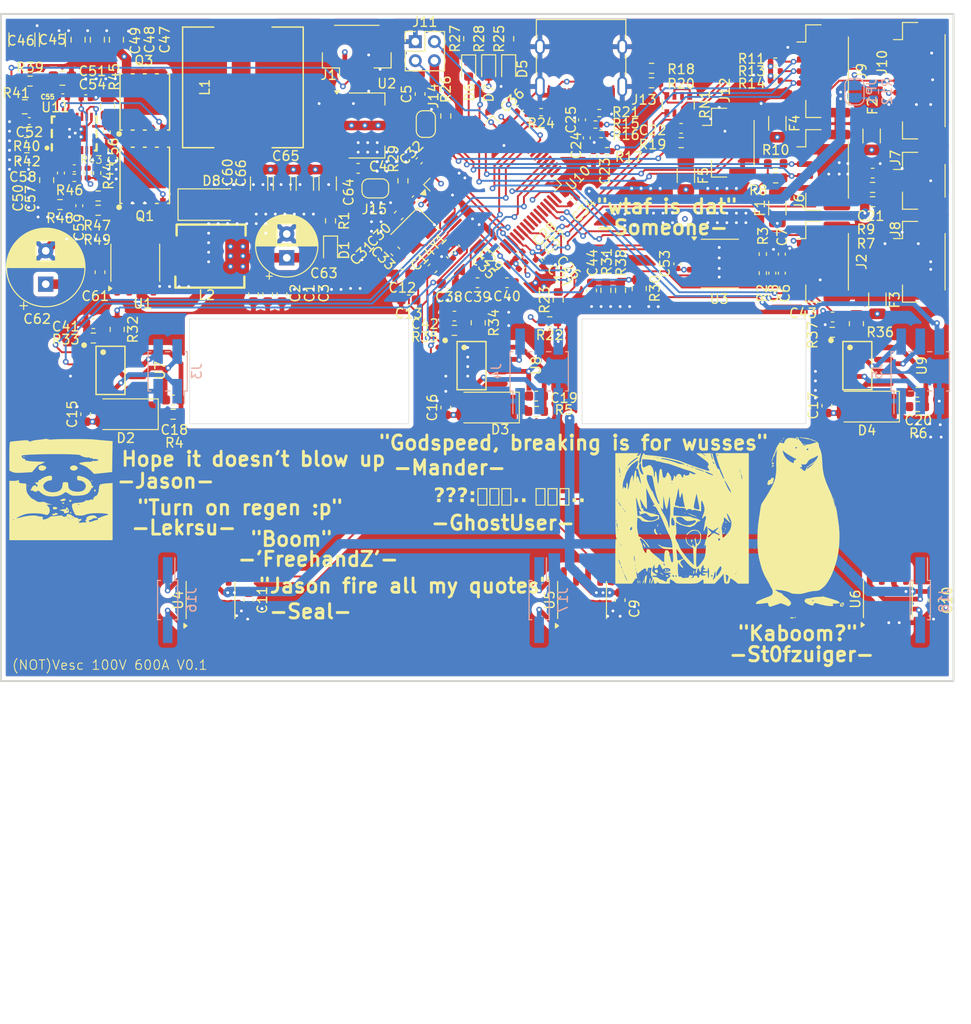
<source format=kicad_pcb>
(kicad_pcb (version 20240108) (generator "pcbnew") (generator_version "8.0")
  (layers (0 "F.Cu" power) (1 "In1.Cu" signal) (2 "In2.Cu" signal) (31 "B.Cu" signal) (34 "B.Paste" user) (35 "F.Paste" user) (36 "B.SilkS" user "B.Silkscreen") (37 "F.SilkS" user "F.Silkscreen") (38 "B.Mask" user) (39 "F.Mask" user) (44 "Edge.Cuts" user))
  (net 0 "")
  (net 1 "GND")
  (net 2 "+5V")
  (net 3 "+3V3")
  (net 4 "Net-(J2-Pin_3)")
  (net 5 "Net-(J2-Pin_2)")
  (net 6 "Net-(C8-Pad1)")
  (net 7 "CURRENT_A")
  (net 8 "CURRENT_B")
  (net 9 "CURRENT_C")
  (net 10 "+12V")
  (net 11 "Net-(U7-BOOT)")
  (net 12 "Phase_A")
  (net 13 "Net-(U8-BOOT)")
  (net 14 "Phase_B")
  (net 15 "Net-(U9-BOOT)")
  (net 16 "Phase_C")
  (net 17 "M_TMP, MOSI")
  (net 18 "PPM")
  (net 19 "HALL_A")
  (net 20 "HALL_B")
  (net 21 "HALL_C")
  (net 22 "ADC2, MISO")
  (net 23 "ADC1, CS")
  (net 24 "Net-(U10-PH0)")
  (net 25 "Net-(U10-PH1)")
  (net 26 "Net-(U10-VCAP_1)")
  (net 27 "Net-(U10-VCAP_2)")
  (net 28 "V_A")
  (net 29 "V_B")
  (net 30 "V_C")
  (net 31 "Net-(D1-K)")
  (net 32 "Net-(D2-K)")
  (net 33 "Net-(D3-K)")
  (net 34 "Net-(D4-K)")
  (net 35 "Net-(D5-K)")
  (net 36 "LED_R")
  (net 37 "Net-(D6-K)")
  (net 38 "LED_G")
  (net 39 "Net-(D7-K)")
  (net 40 "Net-(J6-Pin_4)")
  (net 41 "Net-(J10-Pin_7)")
  (net 42 "Net-(J8-Pin_4)")
  (net 43 "Net-(J9-Pin_5)")
  (net 44 "Net-(J12-Pin_3)")
  (net 45 "Net-(J1-Pin_2)")
  (net 46 "/Gate Drivers/AL")
  (net 47 "/Gate Drivers/AH")
  (net 48 "F_TEMP_")
  (net 49 "+BATT")
  (net 50 "Net-(J5-Pin_4)")
  (net 51 "BMI160_SCL")
  (net 52 "BMI160_SDA")
  (net 53 "Net-(J7-Pin_2)")
  (net 54 "USART_TX, SCL")
  (net 55 "USART_RX, SDA")
  (net 56 "Net-(J9-Pin_2)")
  (net 57 "Net-(J9-Pin_3)")
  (net 58 "Net-(J9-Pin_4)")
  (net 59 "Net-(J10-Pin_2)")
  (net 60 "UART_RX")
  (net 61 "UART_TX")
  (net 62 "Net-(J10-Pin_1)")
  (net 63 "SWDIO")
  (net 64 "SWCLK")
  (net 65 "Net-(J12-Pin_2)")
  (net 67 "USB_D-")
  (net 68 "USB_D+")
  (net 70 "Net-(J13-CC2)")
  (net 71 "Net-(J13-CC1)")
  (net 72 "Net-(J14-Pin_2)")
  (net 73 "Net-(J15-Pin_2)")
  (net 74 "Net-(JP1-A)")
  (net 75 "Net-(RN1-R1.1)")
  (net 76 "Net-(RN1-R2.1)")
  (net 77 "F_Temp")
  (net 78 "CAN_RXD")
  (net 80 "CAN_TXD")
  (net 81 "SHA_-")
  (net 82 "SHA_+")
  (net 83 "SHB_+")
  (net 84 "SHB_-")
  (net 85 "SHC_-")
  (net 86 "SHC_+")
  (net 87 "/Gate Drivers/BH")
  (net 88 "/Gate Drivers/BL")
  (net 89 "/Gate Drivers/CH")
  (net 90 "/Gate Drivers/CL")
  (net 91 "Net-(U11-SS{slash}TRK)")
  (net 92 "Net-(U11-VIN)")
  (net 95 "VSENSE")
  (net 96 "Net-(U11-EN{slash}UVLO)")
  (net 99 "Net-(U11-VCC)")
  (net 100 "SCK")
  (net 105 "Net-(U11-BST)")
  (net 108 "/Logic/BRK")
  (net 110 "Net-(U11-ILIM)")
  (net 111 "Net-(C57-Pad2)")
  (net 113 "Net-(U11-COMP)")
  (net 114 "Net-(U11-FB)")
  (net 115 "Net-(C59-Pad1)")
  (net 116 "Net-(Q1-G)")
  (net 117 "Net-(U11-SW)")
  (net 118 "Net-(U11-RT)")
  (net 119 "Net-(U11-SYNCIN)")
  (net 120 "Net-(U11-PGOOD)")
  (net 121 "Net-(Q3-G)")
  (net 123 "Net-(D8-K)")
  (net 124 "Net-(J3-Pin_4)")
  (net 125 "Net-(J3-Pin_1)")
  (net 126 "Net-(J4-Pin_2)")
  (net 127 "Net-(J4-Pin_3)")
  (net 128 "Net-(J5-Pin_3)")
  (footprint "lcsc:SOIC-8_L4.9-W3.9-P1.27-LS6.0-BL" (layer "F.Cu") (at 111.5 122.4 -90)
    (property "Reference" "U7")
    (property "Value" "L6498DTR")
  )
  (footprint "Capacitor_SMD:C_1206_3216Metric" (layer "F.Cu") (at 131.9 102.8 -90)
    (property "Reference" "C65")
    (property "Value" "47uF")
  )
  (footprint "Connector_JST:JST_GH_BM07B-GHS-TBT_1x07-1MP_P1.25mm_Vertical" (layer "F.Cu") (at 196.5 92 -90)
    (property "Reference" "J10")
    (property "Value" "DASH/BLE")
  )
  (footprint "Resistor_SMD:R_0603_1608Metric" (layer "F.Cu") (at 149.1 87.59375 90)
    (property "Reference" "R27")
    (property "Value" "20k")
  )
  (footprint "Resistor_SMD:R_0402_1005Metric" (layer "F.Cu") (at 163.6 99.4)
    (property "Reference" "R17")
    (property "Value" "10k")
  )
  (footprint "Resistor_SMD:R_0402_1005Metric" (layer "F.Cu") (at 179.975 112.195 -90)
    (property "Reference" "R2")
    (property "Value" "100Ω")
  )
  (footprint "Capacitor_SMD:C_0603_1608Metric" (layer "F.Cu") (at 153.125 113.2 180)
    (property "Reference" "C40")
    (property "Value" "100nF")
  )
  (footprint "Capacitor_SMD:C_0603_1608Metric" (layer "F.Cu") (at 147.6 116.7 180)
    (property "Reference" "C42")
    (property "Value" "47pF")
  )
  (footprint "Resistor_SMD:R_1206_3216Metric" (layer "F.Cu") (at 192 115 -90)
    (property "Reference" "F3")
    (property "Value" "1a")
  )
  (footprint "Capacitor_SMD:C_0402_1005Metric" (layer "F.Cu") (at 181.975 110.195 90)
    (property "Reference" "C7")
    (property "Value" "100p")
  )
  (footprint "Package_SO:SOIC-8_3.9x4.9mm_P1.27mm" (layer "F.Cu") (at 122 146.5 90)
    (property "Reference" "U4")
    (property "Value" "INA240A1D")
  )
  (footprint "Resistor_SMD:R_0402_1005Metric" (layer "F.Cu") (at 162.4 96.6)
    (property "Reference" "R15")
    (property "Value" "10k")
  )
  (footprint "LED_SMD:LED_0603_1608Metric" (layer "F.Cu") (at 153.3 90.76875 -90)
    (property "Reference" "D5")
    (property "Value" "R")
  )
  (footprint "Resistor_SMD:R_0603_1608Metric" (layer "F.Cu") (at 181.325 102.2)
    (property "Reference" "R8")
    (property "Value" "10k")
  )
  (footprint "Diode_SMD:D_MELF" (layer "F.Cu") (at 113.1 127 180)
    (property "Reference" "D2")
    (property "Value" "SM4007")
  )
  (footprint "Resistor_SMD:R_0603_1608Metric" (layer "F.Cu") (at 102.7 97.44 180)
    (property "Reference" "R40")
    (property "Value" "10k")
  )
  (footprint "Resistor_SMD:R_1206_3216Metric" (layer "F.Cu") (at 181.5 105.3625 90)
    (property "Reference" "F1")
    (property "Value" "1a")
  )
  (footprint "Resistor_SMD:R_0603_1608Metric" (layer "F.Cu") (at 134.6 106.7 -90)
    (property "Reference" "R1")
    (property "Value" "30k")
  )
  (footprint "Resistor_SMD:R_0603_1608Metric" (layer "F.Cu") (at 109.7 119)
    (property "Reference" "R33")
    (property "Value" "3.3k")
  )
  (footprint "LOGO" (layer "F.Cu") (at 106.3 134.8)
    (property "Reference" "Hope it doesn't blow up")
    (property "Value" "LOGO" (hide yes))
  )
  (footprint "Jumper:SolderJumper-2_P1.3mm_Open_RoundedPad1.0x1.5mm" (layer "F.Cu") (at 139.3 103.3)
    (property "Reference" "J15")
    (property "Value" "NRST")
  )
  (footprint "Diode_SMD:D_MELF" (layer "F.Cu") (at 151 126.3 180)
    (property "Reference" "D3")
    (property "Value" "SM4007")
  )
  (footprint "Capacitor_SMD:C_0402_1005Metric" (layer "F.Cu") (at 147.860589 109.560589 135)
    (property "Reference" "C29")
    (property "Value" "100nF")
  )
  (footprint "Resistor_SMD:R_0603_1608Metric" (layer "F.Cu") (at 146.7 95.7 -90)
    (property "Reference" "R26")
    (property "Value" "10k")
  )
  (footprint "Resistor_SMD:R_0402_1005Metric" (layer "F.Cu") (at 107.7 102.19 180)
    (property "Reference" "R46")
    (property "Value" "5.23k")
  )
  (footprint "LOGO" (layer "F.Cu") (at 183.450981 138.4)
    (property "Reference" "G***")
    (property "Value" "LOGO" (hide yes))
  )
  (footprint "Capacitor_SMD:C_0603_1608Metric" (layer "F.Cu") (at 141.4 109.9 135)
    (property "Reference" "C33")
    (property "Value" "12pf")
  )
  (footprint "LED_SMD:LED_0603_1608Metric" (layer "F.Cu") (at 134.6 109.7875 -90)
    (property "Reference" "D1")
    (property "Value" "LED")
  )
  (footprint "Package_SO:SOIC-8_3.9x4.9mm_P1.27mm" (layer "F.Cu") (at 175.475 111.195)
    (property "Reference" "U3")
    (property "Value" "SN65HVD230DR")
  )
  (footprint "Capacitor_SMD:C_0402_1005Metric" (layer "F.Cu") (at 181.975 112.195 -90)
    (property "Reference" "C6")
    (property "Value" "100p")
  )
  (footprint "Capacitor_SMD:C_0603_1608Metric" (layer "F.Cu") (at 126.5 114.4 -90)
    (property "Reference" "C2")
    (property "Value" "10uF")
  )
  (footprint "Capacitor_SMD:C_1210_3225Metric" (layer "F.Cu") (at 105.4 87.7 90)
    (property "Reference" "C45")
    (property "Value" "470nF")
  )
  (footprint "Resistor_SMD:R_0603_1608Metric" (layer "F.Cu") (at 103.05 92.04)
    (property "Reference" "R39")
    (property "Value" "2.1R")
  )
  (footprint "Capacitor_SMD:C_0603_1608Metric" (layer "F.Cu") (at 196.2 124.7 180)
    (property "Reference" "C20")
    (property "Value" "10uF")
  )
  (footprint "Capacitor_SMD:C_0402_1005Metric" (layer "F.Cu") (at 108.225 105.12 90)
    (property "Reference" "C59")
    (property "Value" "390pF")
  )
  (footprint "Capacitor_SMD:C_0603_1608Metric" (layer "F.Cu") (at 187.3 116.8 180)
    (property "Reference" "C43")
    (property "Value" "47pF")
  )
  (footprint "Capacitor_SMD:C_0603_1608Metric" (layer "F.Cu") (at 129.5 114.4 -90)
    (property "Reference" "C3")
    (property "Value" "10uF")
  )
  (footprint "Resistor_SMD:R_0603_1608Metric" (layer "F.Cu") (at 147.6 118.2)
    (property "Reference" "R35")
    (property "Value" "3.3k")
  )
  (footprint "Capacitor_SMD:C_0402_1005Metric" (layer "F.Cu") (at 107.7 101.19)
    (property "Reference" "C58")
    (property "Value" "68pF")
  )
  (footprint "LOGO" (layer "F.Cu") (at 171.5 137.9)
    (property "Reference" "G***" (hide yes))
    (property "Value" "LOGO" (hide yes))
  )
  (footprint "LED_SMD:LED_0603_1608Metric" (layer "F.Cu") (at 151.2 90.76875 -90)
    (property "Reference" "D7")
    (property "Value" "B")
  )
  (footprint "Resistor_SMD:R_0603_1608Metric" (layer "F.Cu") (at 158.5 115 90)
    (property "Reference" "R23")
    (property "Value" "10k")
  )
  (footprint "lcsc:IND-SMD_L7.1-W6.6-1" (layer "F.Cu") (at 122 110.4)
    (property "Reference" "L2")
    (property "Value" "68uH")
  )
  (footprint "Capacitor_SMD:C_0402_1005Metric" (layer "F.Cu") (at 180.975 112.195 -90)
    (property "Reference" "C8")
    (property "Value" "4.7n")
  )
  (footprint "Capacitor_SMD:C_0603_1608Metric" (layer "F.Cu") (at 145.3 111.7 45)
    (property "Reference" "C14")
    (property "Value" "1nF")
  )
  (footprint "Capacitor_SMD:C_0603_1608Metric" (layer "F.Cu") (at 142.8 115 180)
    (property "Reference" "C13")
    (property "Value" "1nF")
  )
  (footprint "Capacitor_SMD:C_0603_1608Metric" (layer "F.Cu") (at 171.4 97)
    (property "Reference" "C22")
    (property "Value" "100nF")
  )
  (footprint "Capacitor_SMD:C_0402_1005Metric" (layer "F.Cu") (at 111.1 97.36 -90)
    (property "Reference" "C56")
    (property "Value" "220pF")
  )
  (footprint "Capacitor_SMD:C_0805_2012Metric" (layer "F.Cu") (at 108.1 87.7 90)
    (property "Reference" "C49")
    (property "Value" "1uF")
  )
  (footprint "Capacitor_SMD:C_0603_1608Metric" (layer "F.Cu") (at 156.2 125.1 180)
    (property "Reference" "C19")
    (property "Value" "10uF")
  )
  (footprint "Resistor_SMD:R_0805_2012Metric" (layer "F.Cu") (at 112.2 118.1 -90)
    (property "Reference" "R32")
    (property "Value" "150k")
  )
  (footprint "Resistor_SMD:R_0603_1608Metric" (layer "F.Cu") (at 118.075 127)
    (property "Reference" "R4")
    (property "Value" "2R2")
  )
  (footprint "Capacitor_SMD:C_0402_1005Metric" (layer "F.Cu") (at 160.1 104.6 45)
    (property "Reference" "C34")
    (property "Value" "2.2uF")
  )
  (footprint "lcsc:SOIC-8_L4.9-W3.9-P1.27-LS6.0-BL" (layer "F.Cu") (at 189.9 121.9 -90)
    (property "Reference" "U9")
    (property "Value" "L6498DTR")
  )
  (footprint "Capacitor_SMD:C_0402_1005Metric" (layer "F.Cu") (at 143.5 104.4 -135)
    (property "Reference" "C30")
    (property "Value" "100nF")
  )
  (footprint "Resistor_SMD:R_0603_1608Metric" (layer "F.Cu") (at 156.2 126.7)
    (property "Reference" "R5")
    (property "Value" "2R2")
  )
  (footprint "Capacitor_SMD:C_1206_3216Metric" (layer "F.Cu") (at 134.3 102.8 -90)
    (property "Reference" "C64")
    (property "Value" "47uF")
  )
  (footprint "Resistor_SMD:R_0603_1608Metric" (layer "F.Cu") (at 168.29 92.22)
    (property "Reference" "R20")
    (property "Value" "1.8K")
  )
  (footprint "lcsc:VQFN-20_L4.5-W3.5-P0.50-BL-EP" (layer "F.Cu") (at 107.75 97.54)
    (property "Reference" "U11")
    (property "Value" "LM5146RGYR")
  )
  (footprint "Resistor_SMD:R_1206_3216Metric" (layer "F.Cu") (at 191.4 97.8 90)
    (property "Reference" "F2")
    (property "Value" "1a")
  )
  (footprint "Capacitor_SMD:C_0603_1608Metric" (layer "F.Cu") (at 126 146.5 -90)
    (property "Reference" "C11")
    (property "Value" "2.2uF")
  )
  (footprint "Connector_JST:JST_GH_BM03B-GHS-TBT_1x03-1MP_P1.25mm_Vertical" (layer "F.Cu") (at 137.35 88.8)
    (property "Reference" "J1")
    (property "Value" "POWER")
  )
  (footprint "Resistor_SMD:R_0603_1608Metric" (layer "F.Cu") (at 171.4 98.5)
    (property "Reference" "R19")
    (property "Value" "100R")
  )
  (footprint "Resistor_SMD:R_0402_1005Metric" (layer "F.Cu") (at 181.3 90)
    (property "Reference" "R11")
    (property "Value" "10k")
  )
  (footprint "Capacitor_SMD:C_0402_1005Metric" (layer "F.Cu") (at 162.2 99.9 -90)
    (property "Reference" "C23")
    (property "Value" "1nF")
  )
  (footprint "Capacitor_SMD:C_0603_1608Metric" (layer "F.Cu") (at 118.075 125.5 180)
    (property "Reference" "C18")
    (property "Value" "10uF")
  )
  (footprint "Capacitor_SMD:C_0603_1608Metric" (layer "F.Cu") (at 150.025 113.2)
    (property "Reference" "C39")
    (property "Value" "100nF")
  )
  (footprint "Resistor_SMD:R_0603_1608Metric" (layer "F.Cu") (at 106.2 105 180)
    (property "Reference" "R48")
    (property "Value" "1.27K")
  )
  (footprint "Package_TO_SOT_SMD:SOT-223-3_TabPin2" (layer "F.Cu") (at 138.4 96.7)
    (property "Reference" "U2")
    (property "Value" "LM1117DT-3.3")
  )
  (footprint "Capacitor_SMD:C_0603_1608Metric" (layer "F.Cu") (at 186.7 126.1 90)
    (property "Reference" "C17")
    (property "Value" "100n")
  )
  (footprint "Resistor_SMD:R_0603_1608Metric" (layer "F.Cu") (at 196.2 126.2)
    (property "Reference" "R6")
    (property "Value" "2R2")
  )
  (footprint "Resistor_SMD:R_0402_1005Metric" (layer "F.Cu") (at 110.1 101.69 90)
    (property "Reference" "R44")
    (property "Value" "20k")
  )
  (footprint "Connector_JST:JST_GH_BM04B-GHS-TBT_1x04-1MP_P1.25mm_Vertical" (layer "F.Cu") (at 196.5 111 -90)
    (property "Reference" "J8")
    (property "Value" "BMS")
  )
  (footprint "Resistor_SMD:R_0603_1608Metric" (layer "F.Cu") (at 163.5 114 90)
    (property "Reference" "R31")
    (property "Value" "8k2")
  )
  (footprint "Crystal:Crystal_SMD_3225-4Pin_3.2x2.5mm" (layer "F.Cu") (at 143.5 107.9 -135)
    (property "Reference" "Y1")
    (property "Value" "8MHz")
  )
  (footprint "Connector_JST:JST_GH_BM04B-GHS-TBT_1x04-1MP_P1.25mm_Vertical" (layer "F.Cu") (at 186.35 101.375 -90)
    (property "Reference" "J6")
    (property "Value" "BMI160")
  )
  (footprint "lcsc:DFN-8_L5.9-W5.2-P1.27-LS6.2-BL" (layer "F.Cu") (at 115.1 101.9)
    (property "Reference" "Q1")
    (property "Value" "BSC320N20NS3G")
  )
  (footprint "Resistor_SMD:R_0603_1608Metric" (layer "F.Cu") (at 102.725 99.04 180)
    (property "Reference" "R42")
    (property "Value" "10K")
  )
  (footprint "Capacitor_SMD:C_0402_1005Metric" (layer "F.Cu") (at 147.1 110.3 135)
    (property "Reference" "C35")
    (property "Value" "100nF")
  )
  (footprint "Capacitor_SMD:C_0603_1608Metric" (layer "F.Cu") (at 144 93.4 90)
    (property "Reference" "C5")
    (property "Value" "100nf")
  )
  (footprint "Capacitor_SMD:C_0603_1608Metric" (layer "F.Cu") (at 142.125 112.3 180)
    (property "Reference" "C12")
    (property "Value" "1nF")
  )
  (footprint "Capacitor_THT:CP_Radial_D8.0mm_P3.50mm" (layer "F.Cu") (at 104.7 113.352651 90)
    (property "Reference" "C62")
    (property "Value" "470uF")
  )
  (footprint "Capacitor_SMD:C_0603_1608Metric" (layer "F.Cu") (at 197.9 146.525 -90)
    (property "Reference" "C10")
    (property "Value" "2.2uF")
  )
  (footprint "Resistor_SMD:R_1206_3216Metric" (layer "F.Cu") (at 181.5 96.47 -90)
    (property "Reference" "F4")
    (property "Value" "1a")
  )
  (footprint "Capacitor_SMD:C_0603_1608Metric" (layer "F.Cu") (at 147.025 113.3)
    (property "Reference" "C38")
    (property "Value" "100nF")
  )
  (footprint "Resistor_SMD:R_0603_1608Metric" (layer "F.Cu") (at 142.2 102.5 -90)
    (property "Reference" "R29")
    (property "Value" "10k")
  )
  (footprint "Resistor_SMD:R_0603_1608Metric" (layer "F.Cu") (at 157.6 117.3)
    (property "Reference" "R22")
    (property "Value" "10k")
  )
  (footprint "Capacitor_SMD:C_0402_1005Metric" (layer "F.Cu") (at 154.4 110.3 -135)
    (property "Reference" "C28")
    (property "Value" "100nF")
  )
  (footprint "Connector_JST:JST_GH_BM02B-GHS-TBT_1x02-1MP_P1.25mm_Vertical" (layer "F.Cu") (at 196.5 102.5 -90)
    (property "Reference" "J7")
    (property "Value" "TEMP")
  )
  (footprint "Resistor_SMD:R_0805_2012Metric" (layer "F.Cu") (at 150.1 117.4 -90)
    (property "Reference" "R34")
    (property "Value" "150k")
  )
  (footprint "Capacitor_SMD:C_0603_1608Metric" (layer "F.Cu") (at 165 146.5 -90)
    (property "Reference" "C9")
    (property "Value" "2.2uF")
  )
  (footprint "Capacitor_SMD:C_0603_1608Metric" (layer "F.Cu") (at 137.5 101.2)
    (property "Reference" "C4")
    (property "Value" "100nf")
  )
  (footprint "Capacitor_SMD:C_0603_1608Metric" (layer "F.Cu") (at 146.7 126.3 90)
    (property "Reference" "C16")
    (property "Value" "100n")
  )
  (footprint "Resistor_SMD:R_0603_1608Metric" (layer "F.Cu") (at 110.2 105.6 180)
    (property "Reference" "R49")
    (property "Value" "52.3R")
  )
  (footprint "Capacitor_SMD:C_0402_1005Metric" (layer "F.Cu") (at 171 111.22 -90)
    (property "Reference" "C53")
    (property "Value" "100nF")
  )
  (footprint "Capacitor_SMD:C_0805_2012Metric" (layer "F.Cu") (at 112.12 87.7 90)
    (property "Reference" "C47")
    (property "Value" "1uF")
  )
  (footprint "Resistor_SMD:R_0402_1005Metric" (layer "F.Cu") (at 179.975 110.195 -90)
    (property "Reference" "R3")
    (property "Value" "100Ω")
  )
  (footprint "Resistor_SMD:R_0603_1608Metric" (layer "F.Cu") (at 181.325 100.7)
    (property "Reference" "R10")
    (property "Value" "1k")
  )
  (footprint "Capacitor_SMD:C_0603_1608Metric" (layer "F.Cu") (at 128 114.4 -90)
    (property "Reference" "C1")
    (property "Value" "10uF")
  )
  (footprint "Capacitor_SMD:C_0402_1005Metric" (layer "F.Cu") (at 106.5 93.74)
    (property "Reference" "C55")
    (property "Value" "100nF")
  )
  (footprint "Capacitor_SMD:C_0402_1005Metric" (layer "F.Cu") (at 154.7 111.4 -135)
    (property "Reference" "C37")
    (property "Value" "4,7uF")
  )
  (footprint "Resistor_SMD:R_0402_1005Metric" (layer "F.Cu") (at 181.3 92)
    (property "Reference" "R14")
    (property "Value" "10k")
  )
  (footprint "Resistor_SMD:R_0402_1005Metric" (layer "F.Cu") (at 162.81 95.4)
    (property "Reference" "R21")
    (property "Value" "5.1k")
  )
  (footprint "Resistor_SMD:R_0402_1005Metric" (layer "F.Cu") (at 109.1 101.69 90)
    (property "Reference" "R43")
    (property "Value" "20k")
  )
  (footprint "Resistor_SMD:R_0603_1608Metric" (layer "F.Cu") (at 153.3 87.59375 90)
    (property "Reference" "R25")
    (property "Value" "20k")
  )
  (footprint "Capacitor_SMD:C_0603_1608Metric" (layer "F.Cu") (at 109.7 117.5 180)
    (property "Reference" "C41")
    (property "Value" "47pF")
  )
  (footprint "Capacitor_SMD:C_0603_1608Metric" (layer "F.Cu") (at 110.4 112.1 90)
    (property "Reference" "C61")
    (property "Value" "470nF")
  )
  (footprint "lcsc:IND-SMD_L13.5-W12.8" (layer "F.Cu") (at 125.4 92.7 90)
    (property "Reference" "L1")
    (property "Value" "4.7uH")
  )
  (footprint "Capacitor_SMD:C_0603_1608Metric" (layer "F.Cu") (at 162 114 -90)
    (property "Reference" "C44")
    (property "Value" "3.3nF")
  )
  (footprint "Package_SO:SOIC-8_3.9x4.9mm_P1.27mm" (layer "F.Cu") (at 193.1 146.4 90)
    (property "Reference" "U6")
    (property "Value" "INA240A1D")
  )
  (footprint "Resistor_SMD:R_0402_1005Metric" (layer "F.Cu") (at 156.7 95.3 180)
    (property "Reference" "R24")
    (property "Value" "5.1k")
  )
  (footprint "Resistor_SMD:R_0603_1608Metric" (layer "F.Cu") (at 187.275 118.4)
    (property "Reference" "R37")
    (property "Value" "3.3k")
  )
  (footprint "Resistor_SMD:R_0805_2012Metric" (layer "F.Cu") (at 189.8 117.5 -90)
    (property "Reference" "R36")
    (property "Value" "150k")
  )
  (footprint "Capacitor_SMD:C_0402_1005Metric" (layer "F.Cu") (at 154.5 94.9 45)
    (property "Reference" "C36")
    (property "Value" "2.2uF")
  )
  (footprint "Capacitor_SMD:C_1206_3216Metric" (layer "F.Cu") (at 129.5 102.8 -90)
    (property "Reference" "C66")
    (property "Value" "47uF")
  )
  (footprint "Resistor_SMD:R_0603_1608Metric" (layer "F.Cu") (at 191.5 103.2)
    (property "Reference" "R9")
    (property "Value" "10k")
  )
  (footprint "Connector_PinHeader_2.00mm:PinHeader_2x02_P2.00mm_Vertical" (layer "F.Cu") (at 143.5 87.9)
    (property "Reference" "J11")
    (property "Value" "STLINK")
  )
  (footprint "Capacitor_SMD:C_0805_2012Metric" (layer "F.Cu") (at 102.5 94.74)
    (property "Reference" "R41")
    (property "Value" "124K")
  )
  (footprint "Capacitor_SMD:C_0402_1005Metric" (layer "F.Cu") (at 143.9 100.4 45)
    (property "Reference" "C32")
    (property "Value" "100nF")
  )
  (footprint "Capacitor_SMD:C_0402_1005Metric" (layer "F.Cu") (at 102.98 96.24 180)
    (property "Reference" "C52")
    (property "Value" "1uF")
  )
  (footprint "Package_SO:SOIC-8_3.9x4.9mm_P1.27mm" (layer "F.Cu") (at 161 146.5 90)
    (property "Reference" "U5")
    (property "Value" "INA240A1D")
  )
  (footprint "Capacitor_SMD:C_0805_2012Metric" (layer "F.Cu") (at 111.2 94.69 -90)
    (property "Reference" "R45")
    (property "Value" "59R")
  )
  (footprint "Capacitor_SMD:C_0805_2012Metric" (layer "F.Cu") (at 104.8 102.44 -90)
    (property "Reference" "C50")
    (property "Value" "39nF")
  )
  (footprint "Capacitor_SMD:C_0402_1005Metric" (layer "F.Cu") (at 156.5 111.1 -45)
    (property "Reference" "C27")
    (property "Value" "1uF")
  )
  (footprint "Capacitor_SMD:C_0603_1608Metric" (layer "F.Cu") (at 191.5 101.7)
    (property "Reference" "C21")
    (property "Value" "1nF")
  )
  (footprint "Capacitor_SMD:C_1210_3225Metric" (layer "F.Cu") (at 102.2 87.7 90)
    (property "Reference" "C46")
    (property "Value" "470nF")
  )
  (footprint "Resistor_SMD:R_0603_1608Metric" (layer "F.Cu") (at 110.2 104.1 180)
    (property "Reference" "R47")
    (property "Value" "18k")
  )
  (footprint "Resistor_SMD:R_0603_1608Metric" (layer "F.Cu") (at 191.5 104.7)
    (property "Reference" "R7")
    (property "Value" "10k")
  )
  (footprint "Connector_JST:JST_GH_BM04B-GHS-TBT_1x04-1MP_P1.25mm_Vertical" (layer "F.Cu") (at 186.35 111 -90)
    (property "Reference" "J2")
    (property "Value" "CAN")
  )
  (footprint "Resistor_SMD:R_0603_1608Metric" (layer "F.Cu") (at 168.3 90.7)
    (property "Reference" "R18")
    (property "Value" "1.8K")
  )
  (footprint "LED_SMD:LED_0603_1608Metric" (layer "F.Cu") (at 149.1 90.78125 -90)
    (property "Reference" "D6")
    (property "Value" "G")
  )
  (footprint "Resistor_SMD:R_0402_1005Metric" (layer "F.Cu") (at 181.3 91)
    (property "Reference" "R13")
    (property "Value" "10k")
  )
  (footprint "Package_SO:SOIC-8_3.9x4.9mm_P1.27mm" (layer "F.Cu") (at 114.1 111.1 90)
    (property "Reference" "U1")
    (property "Value" "XL1509-5.0")
  )
  (footprint "Diode_SMD:D_SMA" (layer "F.Cu") (at 122.1 105)
    (property "Reference" "D8")
    (property "Value" "1N5820")
  )
  (footprint "Capacitor_SMD:C_1206_3216Metric" (layer "F.Cu") (at 127.1 102.8 -90)
    (property "Reference" "C60")
    (property "Value" "47uF")
  )
  (footprint "Capacitor_SMD:C_0402_1005Metric" (layer "F.Cu") (at 106.3 101.69 -90)
    (property "Reference" "C57")
    (property "Value" "100nF")
  )
  (footprint "Capacitor_THT:CP_Radial_D6.3mm_P2.50mm" (layer "F.Cu") (at 130 110.58238 90)
    (property "Reference" "C63")
    (property "Value" "180uF")
  )
  (footprint "Capacitor_SMD:C_0805_2012Metric" (layer "F.Cu") (at 106.45 91.74)
    (property "Reference" "C51")
    (property "Value" "100nF")
  )
  (footprint "Resistor_SMD:R_0805_2012Metric" (layer "F.Cu") (at 167 113.8 -90)
    (property "Reference" "R30")
    (property "Value" "360k")
  )
  (footprint "Capacitor_SMD:C_0603_1608Metric" (layer "F.Cu") (at 108.9 127 90)
    (property "Reference" "C15")
    (property "Value" "100n")
  )
  (footprint "Resistor_SMD:R_0603_1608Metric" (layer "F.Cu") (at 165.04 114 90)
    (property "Reference" "R38")
    (property "Value" "220k")
  )
  (footprint "Connector_JST:JST_GH_BM03B-GHS-TBT_1x03-1MP_P1.25mm_Vertical" (layer "F.Cu") (at 176.45 98.5 -90)
    (property "Reference" "J12")
    (property "Value" "PPM")
  )
  (footprint "Resistor_SMD:R_0603_1608Metric" (layer "F.Cu") (at 151.2 87.59375 90)
    (property "Reference" "R28")
    (property "Value" "20k")
  )
  (footprint "lcsc:SOIC-8_L4.9-W3.9-P1.27-LS6.0-BL" (layer "F.Cu") (at 149.4 121.9 -90)
    (property "Reference" "U8")
    (property "Value" "L6498DTR")
  )
  (footprint "Resistor_SMD:R_Array_Convex_4x0603" (layer "F.Cu") (at 171.1 94.5 -90)
    (property "Reference" "RN1")
    (property "Value" "470R")
  )
  (footprint "Capacitor_SMD:C_0402_1005Metric" (layer "F.Cu") (at 161.5 98 -90)
    (property "Reference" "C24")
    (property "Value" "1nF")
  )
  (footprint "Capacitor_SMD:C_0402_1005Metric" (layer "F.Cu") (at 108.9 93.84)
    (property "Reference" "C54")
    (property "Value" "2.2uF")
  )
  (footprint "Jumper:SolderJumper-2_P1.3mm_Open_RoundedPad1.0x1.5mm" (layer "F.Cu") (at 144.6 96.55 -90)
    (property "Reference" "J14")
    (property "Value" "BOOT0")
  )
  (footprint "Connector_JST:JST_GH_BM05B-GHS-TBT_1x05-1MP_P1.25mm_Vertical" (layer "F.Cu") (at 186.35 91 -90)
    (property "Reference" "J9")
    (property "Value" "HALL")
  )
  (footprint "Capacitor_SMD:C_0402_1005Metric" (layer "F.Cu") (at 161 96.1 90)
    (property "Reference" "C25")
    (property "Value" "1nF")
  )
  (footprint "Capacitor_SMD:C_0805_2012Metric" (layer "F.Cu") (at 110.12 87.7 90)
    (property "Reference" "C48")
    (property "Value" "1uF")
  )
  (footprint "Capacitor_SMD:C_0402_1005Metric" (layer "F.Cu") (at 157.2 110.4 -45)
    (property "Reference" "C26")
    (property "Value" "1uF")
  )
  (footprint "Resistor_SMD:R_0402_1005Metric" (layer "F.Cu") (at 163 97.6)
    (property "Reference" "R16")
    (property "Value" "10k")
  )
  (footprint "Capacitor_SMD:C_0603_1608Metric" (layer "F.Cu") (at 141.751992 106.148008 -135)
    (property "Reference" "C31")
    (property "Value" "12pf")
  )
  (footprint "Diode_SMD:D_MELF" (layer "F.Cu") (at 190.9 126.2 180)
    (property "Reference" "D4")
    (property "Value" "SM4007")
  )
  (footprint "lcsc:DFN-8_L5.9-W5.2-P1.27-LS6.2-BL" (layer "F.Cu") (at 115.1 94.2)
    (property "Reference" "Q3")
    (property "Value" "BSC320N20NS3G")
  )
  (footprint "Package_QFP:LQFP-64_10x10mm_P0.5mm" (layer "F.Cu") (at 151.6 102.9 45)
    (property "Reference" "U10")
    (property "Value" "STM32F405RGTx")
  )
  (footprint "Connector_USB:USB_C_Receptacle_HRO_TYPE-C-31-M-12" (layer "F.Cu") (at 160.9 89.48 180)
    (property "Reference" "J13")
    (property "Value" "TYPE-C-31-M-12")
  )
  (footprint "Resistor_SMD:R_1206_3216Metric" (layer "F.Cu") (at 171.9 101.9625 -90)
    (property "Reference" "F5")
    (property "Value" "1a")
  )
  (footprint "Connector_PinSocket_2.00mm:PinSocket_2x01_P2.00mm_Vertical_SMD" (layer "B.Cu") (at 156.5 146.5 90)
    (property "Reference" "J17")
    (property "Value" "SH1")
  )
  (footprint "Connector_PinSocket_2.00mm:PinSocket_2x03_P2.00mm_Vertical_SMD" (layer "B.Cu") (at 156.5 122.5 -90)
    (property "Reference" "J4")
    (property "Value" "gates_B")
  )
  (footprint "Connector_PinSocket_2.00mm:PinSocket_2x01_P2.00mm_Vertical_SMD" (layer "B.Cu") (at 117.5 146.5 90)
    (property "Reference" "J16")
    (property "Value" "SH1")
  )
  (footprint "Jumper:SolderJumper-2_P1.3mm_Open_RoundedPad1.0x1.5mm" (layer "B.Cu") (at 189.6 93.15 90)
    (property "Reference" "JP1")
    (property "Value" "btn_pullup")
  )
  (footprint "Connector_PinSocket_2.00mm:PinSocket_2x01_P2.00mm_Vertical_SMD" (layer "B.Cu") (at 196.5 146.5 90)
    (property "Reference" "J18")
    (property "Value" "SH1")
  )
  (footprint "Connector_PinSocket_2.00mm:PinSocket_2x03_P2.00mm_Vertical_SMD" (layer "B.Cu") (at 196.5 122.5 -90)
    (property "Reference" "J5")
    (property "Value" "gates_C")
  )
  (footprint "Connector_PinHeader_2.00mm:PinHeader_2x02_P2.00mm_Vertical_SMD" (layer "B.Cu") (at 117.5 122.5 90)
    (property "Reference" "J3")
    (property "Value" "gates_A")
  )
  (footprint "Resistor_SMD:R_0603_1608Metric" (layer "B.Cu") (at 191.6 93.125 90)
    (property "Reference" "R12")
    (property "Value" "1k")
  )
  (gr_rect (start 161 117) (end 184.5 128) (stroke (width 0.05)) (fill none) (layer "Edge.Cuts"))
  (gr_rect (start 100 85) (end 200 155) (stroke (width 0.2)) (fill none) (layer "Edge.Cuts"))
  (gr_rect (start 119.8 117) (end 142.8 128) (stroke (width 0.05)) (fill none) (layer "Edge.Cuts"))
  (gr_text "-St0fzuiger-" (at 184.050981 152.2 0) (layer "F.SilkS") (effects (font (size 1.5 1.5) (thickness 0.3))))
  (gr_text "{dblquote}Godspeed, breaking is for wusses{dblquote}" (at 160.1 130 0) (layer "F.SilkS") (effects (font (size 1.5 1.5) (thickness 0.3))))
  (gr_text "{dblquote}Kaboom?{dblquote}\n" (at 183.650981 150 0) (layer "F.SilkS") (effects (font (size 1.5 1.5) (thickness 0.3))))
  (gr_text "{dblquote}Jason fire all my quotes{dblquote}" (at 142.4 145 0) (layer "F.SilkS") (effects (font (size 1.5 1.5) (thickness 0.3))))
  (gr_text "{dblquote}Turn on regen :p{dblquote}" (at 125.1 136.8 0) (layer "F.SilkS") (effects (font (size 1.5 1.5) (thickness 0.3))))
  (gr_text "-'FreehandZ'-" (at 133.3 142.2 0) (layer "F.SilkS") (effects (font (size 1.5 1.5) (thickness 0.3))))
  (gr_text "-Someone-" (at 169.4 107.4 0) (layer "F.SilkS") (effects (font (size 1.5 1.5) (thickness 0.3))))
  (gr_text "-Lekrsu-" (at 119.2 138.9 0) (layer "F.SilkS") (effects (font (size 1.5 1.5) (thickness 0.3))))
  (gr_text "{dblquote}Boom{dblquote}" (at 130.5 140.1 0) (layer "F.SilkS") (effects (font (size 1.5 1.5) (thickness 0.3))))
  (gr_text "{dblquote}wtaf is dat{dblquote}\n" (at 169.9 105.2 0) (layer "F.SilkS") (effects (font (size 1.5 1.5) (thickness 0.3))))
  (gr_text "-Mander-" (at 147.1 132.6 0) (layer "F.SilkS") (effects (font (size 1.5 1.5) (thickness 0.3))))
  (gr_text "-Seal-" (at 132.5 147.7 0) (layer "F.SilkS") (effects (font (size 1.5 1.5) (thickness 0.3))))
  (gr_text "(NOT)Vesc 100V 600A V0.1" (at 101.1 153.9 0) (layer "F.SilkS") (effects (font (size 1 1) (thickness 0.1)) (justify left bottom)))
  (gr_text "-GhostUser-" (at 152.7 138.4 0) (layer "F.SilkS") (effects (font (size 1.5 1.5) (thickness 0.3))))
  (gr_text "???:헤으응.. 콤피터.." (at 153.4 135.6 0) (layer "F.SilkS") (effects (font (size 1.5 1.5) (thickness 0.3) (bold yes))))
  (gr_text "-Jason-" (at 117.3 134 0) (layer "F.SilkS") (effects (font (size 1.5 1.5) (thickness 0.3))))
  (segment (start 107.9 108.625) (end 106.9 108.625) (width 1) (layer "F.Cu") (net 1))
  (segment (start 155.450589 94.560589) (end 156.19 95.3) (width 0.2) (layer "F.Cu") (net 1))
  (segment (start 125.24 147.64) (end 124.74 148.14) (width 0.5) (layer "F.Cu") (net 1))
  (segment (start 109.38 93.84) (end 109.88908 93.84) (width 0.5) (layer "F.Cu") (net 1))
  (segment (start 194.3 148.875) (end 193.2 148.875) (width 0.5) (layer "F.Cu") (net 1))
  (segment (start 134.3 104.275) (end 124.825 104.275) (width 1) (layer "F.Cu") (net 1))
  (segment (start 134.6 104.575) (end 134.3 104.275) (width 0.5) (layer "F.Cu") (net 1))
  (segment (start 154.060589 110.639411) (end 154.060589 111.2) (width 0.2) (layer "F.Cu") (net 1))
  (segment (start 160.48 95.62) (end 160.2 95.9) (width 0.2) (layer "F.Cu") (net 1))
  (segment (start 141.179792 104.520208) (end 140.9 104.8) (width 0.2) (layer "F.Cu") (net 1))
  (segment (start 172.175 97) (end 174.25 97) (width 0.2) (layer "F.Cu") (net 1))
  (segment (start 153.314734 109.210928) (end 154.060589 109.956783) (width 0.2) (layer "F.Cu") (net 1))
  (segment (start 104.8 104.425) (end 105.375 105) (width 0.6) (layer "F.Cu") (net 1))
  (segment (start 105.4 86.225) (end 103.8 86.225) (width 1) (layer "F.Cu") (net 1))
  (segment (start 108 99.29) (end 108 97.79) (width 0.2) (layer "F.Cu") (net 1))
  (segment (start 107.46 91.8) (end 107.4 91.74) (width 1) (layer "F.Cu") (net 1))
  (segment (start 156.58 94.91) (end 156.19 95.3) (width 0.2) (layer "F.Cu") (net 1))
  (segment (start 101.8 99.14) (end 101.9 99.04) (width 0.6) (layer "F.Cu") (net 1))
  (segment (start 102.46 96.2) (end 102.5 96.24) (width 0.6) (layer "F.Cu") (net 1))
  (segment (start 140.851992 109.351992) (end 140.851992 109.345927) (width 0.2) (layer "F.Cu") (net 1))
  (segment (start 146.775 116.75) (end 146.825 116.7) (width 0.2) (layer "F.Cu") (net 1))
  (segment (start 184.2 112.675) (end 184.4 112.875) (width 0.2) (layer "F.Cu") (net 1))
  (segment (start 154.060589 109.956783) (end 154.060589 110.639411) (width 0.2) (layer "F.Cu") (net 1))
  (segment (start 186.525 117.6) (end 186.525 118.325) (width 0.2) (layer "F.Cu") (net 1))
  (segment (start 143.160589 104.739411) (end 142.941386 104.520208) (width 0.2) (layer "F.Cu") (net 1))
  (segment (start 106.9 108.625) (end 105.927651 108.625) (width 1) (layer "F.Cu") (net 1))
  (segment (start 121.365 148.975) (end 122.635 148.975) (width 0.5) (layer "F.Cu") (net 1))
  (segment (start 108 95.79) (end 108 97.29) (width 0.2) (layer "F.Cu") (net 1))
  (segment (start 146.775 118.2) (end 146.775 116.75) (width 0.2) (layer "F.Cu") (net 1))
  (segment (start 113.8 104.82) (end 115.1 104.82) (width 1) (layer "F.Cu") (net 1))
  (segment (start 101.9 99.04) (end 101.9 96.84) (width 0.6) (layer "F.Cu") (net 1))
  (segment (start 146.260589 110.460589) (end 146.760589 109.960589) (width 0.2) (layer "F.Cu") (net 1))
  (segment (start 108.26 97.54) (end 109.5 96.3) (width 0.2) (layer "F.Cu") (net 1))
  (segment (start 109.6 100.3) (end 109.5 100.2) (width 0.2) (layer "F.Cu") (net 1))
  (segment (start 109.9 108.625) (end 108.9 108.625) (width 1) (layer "F.Cu") (net 1))
  (segment (start 146.7 123.005) (end 146.7 122.6) (width 0.2) (layer "F.Cu") (net 1))
  (segment (start 174.25 97) (end 174.5 97.25) (width 0.2) (layer "F.Cu") (net 1))
  (segment (start 161.5 98.48) (end 162.28 98.48) (width 0.2) (layer "F.Cu") (net 1))
  (segment (start 147.014285 109.960589) (end 146.760589 109.960589) (width 0.2) (layer "F.Cu") (net 1))
  (segment (start 115.1 104.82) (end 115.73 104.82) (width 1) (layer "F.Cu") (net 1))
  (segment (start 164.24 147.64) (end 163.69 148.19) (width 0.5) (layer "F.Cu") (net 1))
  (segment (start 124.74 148.14) (end 123.905 148.975) (width 0.5) (layer "F.Cu") (net 1))
  (segment (start 109.88908 93.84) (end 109.975 93.75408) (width 0.5) (layer "F.Cu") (net 1))
  (segment (start 109.1 86.75) (end 107.1 86.75) (width 1) (layer "F.Cu") (net 1))
  (segment (start 126.5 115.175) (end 129.5 115.175) (width 0.5) (layer "F.Cu") (net 1))
  (segment (start 194.375 101.7) (end 194.55 101.875) (width 0.2) (layer "F.Cu") (net 1))
  (segment (start 157.539411 110.739411) (end 156.839411 111.439411) (width 0.2) (layer "F.Cu") (net 1))
  (segment (start 160.365 148.975) (end 162.905 148.975) (width 0.5) (layer "F.Cu") (net 1))
  (segment (start 142.1383 108.059619) (end 144.542462 108.059619) (width 0.2) (layer "F.Cu") (net 1))
  (segment (start 156.58 92.61) (end 156.58 92.82) (width 0.2) (layer "F.Cu") (net 1))
  (segment (start 197.9 147.3) (end 196.325 148.875) (width 0.5) (layer "F.Cu") (net 1))
  (segment (start 192.275 101.7) (end 194.375 101.7) (width 0.2) (layer "F.Cu") (net 1))
  (segment (start 157.639411 110.739411) (end 158.2 111.3) (width 0.2) (layer "F.Cu") (net 1))
  (segment (start 125.605 147.275) (end 125.24 147.64) (width 0.5) (layer "F.Cu") (net 1))
  (segment (start 140.851992 109.345927) (end 142.121142 108.076777) (width 0.2) (layer "F.Cu") (net 1))
  (segment (start 172.82 110.74) (end 173 110.56) (width 0.2) (layer "F.Cu") (net 1))
  (segment (start 122.635 148.975) (end 123.905 148.975) (width 0.5) (layer "F.Cu") (net 1))
  (segment (start 142.121142 108.076777) (end 142.121142 107.613174) (width 0.2) (layer "F.Cu") (net 1))
  (segment (start 109.5 100.2) (end 109.5 99.29) (width 0.2) (layer "F.Cu") (net 1))
  (segment (start 163.69 148.19) (end 162.905 148.975) (width 0.5) (layer "F.Cu") (net 1))
  (segment (start 196.325 148.875) (end 194.3 148.875) (width 0.5) (layer "F.Cu") (net 1))
  (segment (start 101.9 96.84) (end 102.5 96.24) (width 0.6) (layer "F.Cu") (net 1))
  (segment (start 154.839411 94.560589) (end 155.450589 94.560589) (width 0.2) (layer "F.Cu") (net 1))
  (segment (start 110.9 108.625) (end 109.9 108.625) (width 1) (layer "F.Cu") (net 1))
  (segment (start 144.542462 108.059619) (end 144.878858 107.723223) (width 0.2) (layer "F.Cu") (net 1))
  (segment (start 142.941386 104.520208) (end 141.179792 104.520208) (width 0.2) (layer "F.Cu") (net 1))
  (segment (start 154.060589 111.439411) (end 154.360589 111.739411) (width 0.2) (layer "F.Cu") (net 1))
  (segment (start 148.824606 108.150268) (end 147.014285 109.960589) (width 0.2) (layer "F.Cu") (net 1))
  (segment (start 116.005 108.625) (end 110.9 108.625) (width 1) (layer "F.Cu") (net 1))
  (segment (start 193.2 148.875) (end 192.465 148.875) (width 0.5) (layer "F.Cu") (net 1))
  (segment (start 145.848008 111.151992) (end 145.848008 110.87317) (width 0.2) (layer "F.Cu") (net 1))
  (segment (start 108.9 108.625) (end 107.9 108.625) (width 1) (layer "F.Cu") (net 1))
  (segment (start 156.58 92.61) (end 156.58 94.91) (width 0.2) (layer "F.Cu") (net 1))
  (segment (start 165 147.275) (end 164.605 147.275) (width 0.5) (layer "F.Cu") (net 1))
  (segment (start 146.7 122.6) (end 146.63 122.53) (width 0.2) (layer "F.Cu") (net 1))
  (segment (start 164.605 147.275) (end 164.24 147.64) (width 0.5) (layer "F.Cu") (net 1))
  (segment (start 144.239411 100.135605) (end 145.289072 101.185266) (width 0.2) (layer "F.Cu") (net 1))
  (segment (start 186.525 116.373528) (end 186.3 116.148528) (width 0.2) (layer "F.Cu") (net 1))
  (segment (start 161.2 95.82) (end 161 95.62) (width 0.2) (layer "F.Cu") (net 1))
  (segment (start 104.8 103.39) (end 104.8 104.425) (width 0.6) (layer "F.Cu") (net 1))
  (segment (start 186.525 116.8) (end 186.525 117.6) (width 0.2) (layer "F.Cu") (net 1))
  (segment (start 134.6 105.875) (end 134.6 104.575) (width 0.5) (layer "F.Cu") (net 1))
  (segment (start 103.8 86.225) (end 102.2 86.225) (width 1) (layer "F.Cu") (net 1))
  (segment (start 108.9 91.8) (end 107.46 91.8) (width 1) (layer "F.Cu") (net 1))
  (segment (start 146.7 124.595) (end 146.7 125.525) (width 0.2) (layer "F.Cu") (net 1))
  (segment (start 154.060589 111.2) (end 154.060589 111.439411) (width 0.2) (layer "F.Cu") (net 1))
  (segment (start 107.5 95.79) (end 107.5 97.29) (width 0.2) (layer "F.Cu") (net 1))
  (segment (start 186.525 116.8) (end 186.525 116.373528) (width 0.2) (layer "F.Cu") (net 1))
  (segment (start 161.81 115.075) (end 161.76 115.125) (width 0.4) (layer "F.Cu") (net 1))
  (segment (start 106.1 86.75) (end 105.925 86.75) (width 1) (layer "F.Cu") (net 1))
  (segment (start 109.5 96.3) (end 109.5 95.79) (width 0.2) (layer "F.Cu") (net 1))
  (segment (start 145.498097 107.103984) (end 144.878858 107.723223) (width 0.2) (layer "F.Cu") (net 1))
  (segment (start 124.825 104.275) (end 124.1 105) (width 1) (layer "F.Cu") (net 1))
  (segment (start 113.19 104.82) (end 113.8 104.82) (width 1) (layer "F.Cu") (net 1))
  (segment (start 186.525 118.325) (end 186.45 118.4) (width 0.2) (layer "F.Cu") (net 1))
  (segment (start 180.975 112.675) (end 184.2 112.675) (width 0.2) (layer "F.Cu") (net 1))
  (segment (start 161 95.62) (end 160.48 95.62) (width 0.2) (layer "F.Cu") (net 1))
  (segment (start 107.1 86.75) (end 106.1 86.75) (width 1) (layer "F.Cu") (net 1))
  (segment (start 105.925 86.75) (end 105.4 86.225) (width 1) (layer "F.Cu") (net 1))
  (segment (start 156.58 92.82) (end 154.839411 94.560589) (width 0.2) (layer "F.Cu") (net 1))
  (segment (start 107.75 97.54) (end 108.26 97.54) (width 0.2) (layer "F.Cu") (net 1))
  (segment (start 111.1 86.75) (end 109.1 86.75) (width 1) (layer "F.Cu") (net 1))
  (segment (start 157.539411 110.739411) (end 157.639411 110.739411) (width 0.2) (layer "F.Cu") (net 1))
  (segment (start 126 147.275) (end 125.605 147.275) (width 0.5) (layer "F.Cu") (net 1))
  (segment (start 105.927651 108.625) (end 104.7 109.852651) (width 1) (layer "F.Cu") (net 1))
  (segment (start 145.848008 110.87317) (end 146.260589 110.460589) (width 0.2) (layer "F.Cu") (net 1))
  (segment (start 184.4 88.5) (end 182.6 88.5) (width 0.2) (layer "F.Cu") (net 1))
  (segment (start 171 110.74) (end 172.82 110.74) (width 0.2) (layer "F.Cu") (net 1))
  (segment (start 112.12 86.75) (end 111.1 86.75) (width 1) (layer "F.Cu") (net 1))
  (segment (start 144.239411 100.060589) (end 144.239411 100.135605) (width 0.2) (layer "F.Cu") (net 1))
  (segment (start 142.121142 108.076777) (end 142.1383 108.059619) (width 0.2) (layer "F.Cu") (net 1))
  (segment (start 142.121142 107.613174) (end 141.203984 106.696016) (width 0.2) (layer "F.Cu") (net 1))
  (via (at 129.4 102.9) (size 0.6) (drill 0.3) (layers "F.Cu" "B.Cu") (net 1))
  (via (at 127.8 107) (size 0.6) (drill 0.3) (layers "F.Cu" "B.Cu") (net 1))
  (via (at 111.3 100.4) (size 0.6) (drill 0.3) (layers "F.Cu" "B.Cu") (net 1))
  (via (at 138.6 93.1) (size 0.6) (drill 0.3) (layers "F.Cu" "B.Cu") (net 1))
  (via (at 138.6 89.3) (size 0.6) (drill 0.3) (layers "F.Cu" "B.Cu") (net 1))
  (via (at 153.3 117.7) (size 0.6) (drill 0.3) (layers "F.Cu" "B.Cu") (net 1))
  (via (at 149.5 106.5) (size 0.6) (drill 0.3) (layers "F.Cu" "B.Cu") (net 1))
  (via (at 135.7 113.9) (size 0.6) (drill 0.3) (layers "F.Cu" "B.Cu") (net 1))
  (via (at 153.3 116.3) (size 0.6) (drill 0.3) (layers "F.Cu" "B.Cu") (net 1))
  (via (at 107.2 97.9) (size 0.6) (drill 0.3) (layers "F.Cu" "B.Cu") (net 1))
  (via (at 175.4 110.6) (size 0.6) (drill 0.3) (layers "F.Cu" "B.Cu") (net 1))
  (via (at 142.5 99.5) (size 0.6) (drill 0.3) (layers "F.Cu" "B.Cu") (net 1))
  (via (at 143.6 99.5) (size 0.6) (drill 0.3) (layers "F.Cu" "B.Cu") (net 1))
  (via (at 127.8 108) (size 0.6) (drill 0.3) (layers "F.Cu" "B.Cu") (net 1))
  (via (at 130.4 102.9) (size 0.6) (drill 0.3) (layers "F.Cu" "B.Cu") (net 1))
  (via (at 185.5 123.5) (size 0.6) (drill 0.3) (layers "F.Cu" "B.Cu") (net 1))
  (via (at 107.1 86.75) (size 0.6) (drill 0.3) (layers "F.Cu" "B.Cu") (net 1))
  (via (at 139.5 101.5) (size 0.6) (drill 0.3) (layers "F.Cu" "B.Cu") (net 1))
  (via (at 100.9 97.3) (size 0.6) (drill 0.3) (layers "F.Cu" "B.Cu") (net 1))
  (via (at 174.2 106.9) (size 0.6) (drill 0.3) (layers "F.Cu" "B.Cu") (net 1))
  (via (at 193.2 94.5) (size 0.6) (drill 0.3) (layers "F.Cu" "B.Cu") (net 1))
  (via (at 163.6 110.4) (size 0.6) (drill 0.3) (layers "F.Cu" "B.Cu") (net 1))
  (via (at 197.6 111.8) (size 0.6) (drill 0.3) (layers "F.Cu" "B.Cu") (net 1))
  (via (at 111.3 99.6) (size 0.6) (drill 0.3) (layers "F.Cu" "B.Cu") (net 1))
  (via (at 108.4 97.9) (size 0.6) (drill 0.3) (layers "F.Cu" "B.Cu") (net 1))
  (via (at 151.4 114.9) (size 0.6) (drill 0.3) (layers "F.Cu" "B.Cu") (net 1))
  (via (at 169.000573 115.71178) (size 0.6) (drill 0.3) (layers "F.Cu" "B.Cu") (net 1))
  (via (at 181.1 109.7) (size 0.6) (drill 0.3) (layers "F.Cu" "B.Cu") (net 1))
  (via (at 139.5 99.5) (size 0.6) (drill 0.3) (layers "F.Cu" "B.Cu") (net 1))
  (via (at 126.5 102.9) (size 0.6) (drill 0.3) (layers "F.Cu" "B.Cu") (net 1))
  (via (at 175.2 105.9) (size 0.6) (drill 0.3) (layers "F.Cu" "B.Cu") (net 1))
  (via (at 175.4 94.8) (size 0.6) (drill 0.3) (layers "F.Cu" "B.Cu") (net 1))
  (via (at 140.5 101.5) (size 0.6) (drill 0.3) (layers "F.Cu" "B.Cu") (net 1))
  (via (at 112.1 101.3) (size 0.6) (drill 0.3) (layers "F.Cu" "B.Cu") (net 1))
  (via (at 102.9 103.3) (size 0.6) (drill 0.3) (layers "F.Cu" "B.Cu") (net 1))
  (via (at 146.9 115) (size 0.6) (drill 0.3) (layers "F.Cu" "B.Cu") (net 1))
  (via (at 111.3 102.3) (size 0.6) (drill 0.3) (layers "F.Cu" "B.Cu") (net 1))
  (via (at 199.2 147.3) (size 0.6) (drill 0.3) (layers "F.Cu" "B.Cu") (net 1))
  (via (at 185.5 122.5) (size 0.6) (drill 0.3) (layers "F.Cu" "B.Cu") (net 1))
  (via (at 110.9 108.625) (size 0.6) (drill 0.3) (layers "F.Cu" "B.Cu") (net 1))
  (via (at 192.3 100.7) (size 0.6) (drill 0.3) (layers "F.Cu" "B.Cu") (net 1))
  (via (at 162.28 98.48) (size 0.6) (drill 0.3) (layers "F.Cu" "B.Cu") (net 1))
  (via (at 166.2 103.3) (size 0.6) (drill 0.3) (layers "F.Cu" "B.Cu") (net 1))
  (via (at 168 115.7) (size 0.6) (drill 0.3) (layers "F.Cu" "B.Cu") (net 1))
  (via (at 198.7 129.4) (size 0.6) (drill 0.3) (layers "F.Cu" "B.Cu") (net 1))
  (via (at 197.7 89.1) (size 0.6) (drill 0.3) (layers "F.Cu" "B.Cu") (net 1))
  (via (at 107.9 108.625) (size 0.6) (drill 0.3) (layers "F.Cu" "B.Cu") (net 1))
  (via (at 158.2 111.3) (size 0.6) (drill 0.3) (layers "F.Cu" "B.Cu") (net 1))
  (via (at 139.8 90.8) (size 0.6) (drill 0.3) (layers "F.Cu" "B.Cu") (net 1))
  (via (at 197.8 91.9) (size 0.6) (drill 0.3) (layers "F.Cu" "B.Cu") (net 1))
  (via (at 126.8 106) (size 0.6) (drill 0.3) (layers "F.Cu" "B.Cu") (net 1))
  (via (at 124.74 148.14) (size 0.6) (drill 0.3) (layers "F.Cu" "B.Cu") (net 1))
  (via (at 186.9 101.8) (size 0.6) (drill 0.3) (layers "F.Cu" "B.Cu") (net 1))
  (via (at 140.5 100.5) (size 0.6) (drill 0.3) (layers "F.Cu" "B.Cu") (net 1))
  (via (at 154.060589 111.2) (size 0.6) (drill 0.3) (layers "F.Cu" "B.Cu") (net 1))
  (via (at 123.7 102.9) (size 0.6) (drill 0.3) (layers "F.Cu" "B.Cu") (net 1))
  (via (at 106.9 106.3) (size 0.6) (drill 0.3) (layers "F.Cu" "B.Cu") (net 1))
  (via (at 198.6 128.1) (size 0.6) (drill 0.3) (layers "F.Cu" "B.Cu") (net 1))
  (via (at 136.7 113.8) (size 0.6) (drill 0.3) (layers "F.Cu" "B.Cu") (net 1))
  (via (at 138.9 107.8) (size 0.6) (drill 0.3) (layers "F.Cu" "B.Cu") (net 1))
  (via (at 192.8 109.1) (size 0.6) (drill 0.3) (layers "F.Cu" "B.Cu") (net 1))
  (via (at 182.6 88.5) (size 0.6) (drill 0.3) (layers "F.Cu" "B.Cu") (net 1))
  (via (at 132.8 106) (size 0.6) (drill 0.3) (layers "F.Cu" "B.Cu") (net 1))
  (via (at 160.2 95.9) (size 0.6) (drill 0.3) (layers "F.Cu" "B.Cu") (net 1))
  (via (at 188.9 100.7) (size 0.6) (drill 0.3) (layers "F.Cu" "B.Cu") (net 1))
  (via (at 117.7 113.6) (size 0.6) (drill 0.3) (layers "F.Cu" "B.Cu") (net 1))
  (via (at 111.3 101.3) (size 0.6) (drill 0.3) (layers "F.Cu" "B.Cu") (net 1))
  (via (at 128.4 102.9) (size 0.6) (drill 0.3) (layers "F.Cu" "B.Cu") (net 1))
  (via (at 139.9 106.8) (size 0.6) (drill 0.3) (layers "F.Cu" "B.Cu") (net 1))
  (via (at 132.8 113.9) (size 0.6) (drill 0.3) (layers "F.Cu" "B.Cu") (net 1))
  (via (at 133.4 94.4) (size 0.6) (drill 0.3) (layers "F.Cu" "B.Cu") (net 1))
  (via (at 142.5 100.5) (size 0.6) (drill 0.3) (layers "F.Cu" "B.Cu") (net 1))
  (via (at 157 113.6) (size 0.6) (drill 0.3) (layers "F.Cu" "B.Cu") (net 1))
  (via (at 165.5 107.2) (size 0.6) (drill 0.3) (layers "F.Cu" "B.Cu") (net 1))
  (via (at 141.5 99.5) (size 0.6) (drill 0.3) (layers "F.Cu" "B.Cu") (net 1))
  (via (at 167.2 103.3) (size 0.6) (drill 0.3) (layers "F.Cu" "B.Cu") (net 1))
  (via (at 146.7 123.005) (size 0.6) (drill 0.3) (layers "F.Cu" "B.Cu") (net 1))
  (via (at 108 126.2) (size 0.6) (drill 0.3) (layers "F.Cu" "B.Cu") (net 1))
  (via (at 177.2 103.3) (size 0.6) (drill 0.3) (layers "F.Cu" "B.Cu") (net 1))
  (via (at 109.9 108.625) (size 0.6) (drill 0.3) (layers "F.Cu" "B.Cu") (net 1))
  (via (at 145.8 125.6) (size 0.6) (drill 0.3) (layers "F.Cu" "B.Cu") (net 1))
  (via (at 148.1 101.7) (size 0.6) (drill 0.3) (layers "F.Cu" "B.Cu") (net 1))
  (via (at 166 115.7) (size 0.6) (drill 0.3) (layers "F.Cu" "B.Cu") (net 1))
  (via (at 100.9 99.3) (size 0.6) (drill 0.3) (layers "F.Cu" "B.Cu") (net 1))
  (via (at 170.5 105.9) (size 0.6) (drill 0.3) (layers "F.Cu" "B.Cu") (net 1))
  (via (at 125.4 102.9) (size 0.6) (drill 0.3) (layers "F.Cu" "B.Cu") (net 1))
  (via (at 164.4 106) (size 0.6) (drill 0.3) (layers "F.Cu" "B.Cu") (net 1))
  (via (at 174.2 103.3) (size 0.6) (drill 0.3) (layers "F.Cu" "B.Cu") (net 1))
  (via (at 164.1 95.5) (size 0.6) (drill 0.3) (layers "F.Cu" "B.Cu") (net 1))
  (via (at 178.2 105.9) (size 0.6) (drill 0.3) (layers "F.Cu" "B.Cu") (net 1))
  (via (at 166.5 147.2) (size 0.6) (drill 0.3) (layers "F.Cu" "B.Cu") (net 1))
  (via (at 131.4 102.9) (size 0.6) (drill 0.3) (layers "F.Cu" "B.Cu") (net 1))
  (via (at 139.5 100.5) (size 0.6) (drill 0.3) (layers "F.Cu" "B.Cu") (net 1))
  (via (at 163 115.7) (size 0.6) (drill 0.3) (layers "F.Cu" "B.Cu") (net 1))
  (via (at 108.4 97.1) (size 0.6) (drill 0.3) (layers "F.Cu" "B.Cu") (net 1))
  (via (at 149 120) (size 0.6) (drill 0.3) (layers "F.Cu" "B.Cu") (net 1))
  (via (at 197.6 111) (size 0.6) (drill 0.3) (layers "F.Cu" "B.Cu") (net 1))
  (via (at 146 115.1) (size 0.6) (drill 0.3) (layers "F.Cu" "B.Cu") (net 1))
  (via (at 113.4 86.8) (size 0.6) (drill 0.3) (layers "F.Cu" "B.Cu") (net 1))
  (via (at 137.5 98.5) (size 0.6) (drill 0.3) (layers "F.Cu" "B.Cu") (net 1))
  (via (at 182.8 109.6) (size 0.6) (drill 0.3) (layers "F.Cu" "B.Cu") (net 1))
  (via (at 186 112.9) (size 0.6) (drill 0.3) (layers "F.Cu" "B.Cu") (net 1))
  (via (at 197.6 129.4) (size 0.6) (drill 0.3) (layers "F.Cu" "B.Cu") (net 1))
  (via (at 147.8 114.9) (size 0.6) (drill 0.3) (layers "F.Cu" "B.Cu") (net 1))
  (via (at 141.5 100.5) (size 0.6) (drill 0.3) (layers "F.Cu" "B.Cu") (net 1))
  (via (at 126.8 107) (size 0.6) (drill 0.3) (layers "F.Cu" "B.Cu") (net 1))
  (via (at 147.4 104) (size 0.6) (drill 0.3) (layers "F.Cu" "B.Cu") (net 1))
  (via (at 194.3 148.875) (size 0.6) (drill 0.3) (layers "F.Cu" "B.Cu") (net 1))
  (via (at 127.8 106) (size 0.6) (drill 0.3) (layers "F.Cu" "B.Cu") (net 1))
  (via (at 149 122) (size 0.6) (drill 0.3) (layers "F.Cu" "B.Cu") (net 1))
  (via (at 133.7 113.9) (size 0.6) (drill 0.3) (layers "F.Cu" "B.Cu") (net 1))
  (via (at 102.9 102.3) (size 0.6) (drill 0.3) (layers "F.Cu" "B.Cu") (net 1))
  (via (at 188 100.6) (size 0.6) (drill 0.3) (layers "F.Cu" "B.Cu") (net 1))
  (via (at 125.9 148.5) (size 0.6) (drill 0.3) (layers "F.Cu" "B.Cu") (net 1))
  (via (at 121.8 109) (size 0.6) (drill 0.3) (layers "F.Cu" "B.Cu") (net 1))
  (via (at 138.9 104.8) (size 0.6) (drill 0.3) (layers "F.Cu" "B.Cu") (net 1))
  (via (at 179 91.4) (size 0.6) (drill 0.3) (layers "F.Cu" "B.Cu") (net 1))
  (via (at 193.2 148.875) (size 0.6) (drill 0.3) (layers "F.Cu" "B.Cu") (net 1))
  (via (at 149 123) (size 0.6) (drill 0.3) (layers "F.Cu" "B.Cu") (net 1))
  (via (at 186.3 116.148528) (size 0.6) (drill 0.3) (layers "F.Cu" "B.Cu") (net 1))
  (via (at 197.9 148.5) (size 0.6) (drill 0.3) (layers "F.Cu" "B.Cu") (net 1))
  (via (at 109.1 86.75) (size 0.6) (drill 0.3) (layers "F.Cu" "B.Cu") (net 1))
  (via (at 134.4 102.9) (size 0.6) (drill 0.3) (layers "F.Cu" "B.Cu") (net 1))
  (via (at 138.9 105.8) (size 0.6) (drill 0.3) (layers "F.Cu" "B.Cu") (net 1))
  (via (at 166.5 107.2) (size 0.6) (drill 0.3) (layers "F.Cu" "B.Cu") (net 1))
  (via (at 131.8 113.9) (size 0.6) (drill 0.3) (layers "F.Cu" "B.Cu") (net 1))
  (via (at 139.9 105.8) (size 0.6) (drill 0.3) (layers "F.Cu" "B.Cu") (net 1))
  (via (at 176.2 106.9) (size 0.6) (drill 0.3) (layers "F.Cu" "B.Cu") (net 1))
  (via (at 121.8 110) (size 0.6) (drill 0.3) (layers "F.Cu" "B.Cu") (net 1))
  (via (at 121.8 108) (size 0.6) (drill 0.3) (layers "F.Cu" "B.Cu") (net 1))
  (via (at 165 115.7) (size 0.6) (drill 0.3) (layers "F.Cu" "B.Cu") (net 1))
  (via (at 169.5 105.9) (size 0.6) (drill 0.3) (layers "F.Cu" "B.Cu") (net 1))
  (via (at 109.975 93.75408) (size 0.6) (drill 0.3) (layers "F.Cu" "B.Cu") (net 1))
  (via (at 102.9 100.3) (size 0.6) (drill 0.3) (layers "F.Cu" "B.Cu") (net 1))
  (via (at 175.2 103.3) (size 0.6) (drill 0.3) (layers "F.Cu" "B.Cu") (net 1))
  (via (at 103.9 106.3) (size 0.6) (drill 0.3) (layers "F.Cu" "B.Cu") (net 1))
  (via (at 102.9 105.3) (size 0.6) (drill 0.3) (layers "F.Cu" "B.Cu") (net 1))
  (via (at 149 121) (size 0.6) (drill 0.3) (layers "F.Cu" "B.Cu") (net 1))
  (via (at 137.5 99.5) (size 0.6) (drill 0.3) (layers "F.Cu" "B.Cu") (net 1))
  (via (at 138.9 106.8) (size 0.6) (drill 0.3) (layers "F.Cu" "B.Cu") (net 1))
  (via (at 169.2 103.3) (size 0.6) (drill 0.3) (layers "F.Cu" "B.Cu") (net 1))
  (via (at 107.2 97.1) (size 0.6) (drill 0.3) (layers "F.Cu" "B.Cu") (net 1))
  (via (at 165 148.2) (size 0.6) (drill 0.3) (layers "F.Cu" "B.Cu") (net 1))
  (via (at 175.4 112.6) (size 0.6) (drill 0.3) (layers "F.Cu" "B.Cu") (net 1))
  (via (at 175.2 106.9) (size 0.6) (drill 0.3) (layers "F.Cu" "B.Cu") (net 1))
  (via (at 197.5 128) (size 0.6) (drill 0.3) (layers "F.Cu" "B.Cu") (net 1))
  (via (at 178.2 106.9) (size 0.6) (drill 0.3) (layers "F.Cu" "B.Cu") (net 1))
  (via (at 164.6 110.4) (size 0.6) (drill 0.3) (layers "F.Cu" "B.Cu") (net 1))
  (via (at 179.8 94.4) (size 0.6) (drill 0.3) (layers "F.Cu" "B.Cu") (net 1))
  (via (at 121.8 111) (size 0.6) (drill 0.3) (layers "F.Cu" "B.Cu") (net 1))
  (via (at 145.2 95) (size 0.6) (drill 0.3) (layers "F.Cu" "B.Cu") (net 1))
  (via (at 176.2 103.3) (size 0.6) (drill 0.3) (layers "F.Cu" "B.Cu") (net 1))
  (via (at 140.9 104.8) (size 0.6) (drill 0.3) (layers "F.Cu" "B.Cu") (net 1))
  (via (at 107.8 97.5) (size 0.6) (drill 0.3) (layers "F.Cu" "B.Cu") (net 1))
  (via (at 196.2 128) (size 0.6) (drill 0.3) (layers "F.Cu" "B.Cu") (net 1))
  (via (at 131.8 106) (size 0.6) (drill 0.3) (layers "F.Cu" "B.Cu") (net 1))
  (via (at 112 91.8) (size 0.6) (drill 0.3) (layers "F.Cu" "B.Cu") (net 1))
  (via (at 146.7 124.595) (size 0.6) (drill 0.3) (layers "F.Cu" "B.Cu") (net 1))
  (via (at 100.9 100.3) (size 0.6) (drill 0.3) (layers "F.Cu" "B.Cu") (net 1))
  (via (at 134.7 113.9) (size 0.6) (drill 0.3) (layers "F.Cu" "B.Cu") (net 1))
  (via (at 111 91.8) (size 0.6) (drill 0.3) (layers "F.Cu" "B.Cu") (net 1))
  (via (at 148.7 102.2) (size 0.6) (drill 0.3) (layers "F.Cu" "B.Cu") (net 1))
  (via (at 169.5 106.9) (size 0.6) (drill 0.3) (layers "F.Cu" "B.Cu") (net 1))
  (via (at 103.9 105.3) (size 0.6) (drill 0.3) (layers "F.Cu" "B.Cu") (net 1))
  (via (at 130.8 106) (size 0.6) (drill 0.3) (layers "F.Cu" "B.Cu") (net 1))
  (via (at 168.5 105.9) (size 0.6) (drill 0.3) (layers "F.Cu" "B.Cu") (net 1))
  (via (at 113.8 104.82) (size 0.6) (drill 0.3) (layers "F.Cu" "B.Cu") (net 1))
  (via (at 146.260589 110.460589) (size 0.6) (drill 0.3) (layers "F.Cu" "B.Cu") (net 1))
  (via (at 164 115.7) (size 0.6) (drill 0.3) (layers "F.Cu" "B.Cu") (net 1))
  (via (at 119.7 113.6) (size 0.6) (drill 0.3) (layers "F.Cu" "B.Cu") (net 1))
  (via (at 100.9 99.3) (size 0.6) (drill 0.3) (layers "F.Cu" "B.Cu") (net 1))
  (via (at 127.4 147.4) (size 0.6) (drill 0.3) (layers "F.Cu" "B.Cu") (net 1))
  (via (at 139.5 98.5) (size 0.6) (drill 0.3) (layers "F.Cu" "B.Cu") (net 1))
  (via (at 108.9 108.625) (size 0.6) (drill 0.3) (layers "F.Cu" "B.Cu") (net 1))
  (via (at 122.8 107) (size 0.6) (drill 0.3) (layers "F.Cu" "B.Cu") (net 1))
  (via (at 105.9 106.3) (size 0.6) (drill 0.3) (layers "F.Cu" "B.Cu") (net 1))
  (via (at 165.5 106) (size 0.6) (drill 0.3) (layers "F.Cu" "B.Cu") (net 1))
  (via (at 113.4 86.8) (size 0.6) (drill 0.3) (layers "F.Cu" "B.Cu") (net 1))
  (via (at 196.1 94.5) (size 0.6) (drill 0.3) (layers "F.Cu" "B.Cu") (net 1))
  (via (at 174.5 96) (size 0.6) (drill 0.3) (layers "F.Cu" "B.Cu") (net 1))
  (via (at 194.6 101.2) (size 0.6) (drill 0.3) (layers "F.Cu" "B.Cu") (net 1))
  (via (at 164.24 147.64) (size 0.6) (drill 0.3) (layers "F.Cu" "B.Cu") (net 1))
  (via (at 139.9 104.8) (size 0.6) (drill 0.3) (layers "F.Cu" "B.Cu") (net 1))
  (via (at 102.9 101.3) (size 0.6) (drill 0.3) (layers "F.Cu" "B.Cu") (net 1))
  (via (at 176.2 105.9) (size 0.6) (drill 0.3) (layers "F.Cu" "B.Cu") (net 1))
  (via (at 122.4 102.9) (size 0.6) (drill 0.3) (layers "F.Cu" "B.Cu") (net 1))
  (via (at 123.8 107) (size 0.6) (drill 0.3) (layers "F.Cu" "B.Cu") (net 1))
  (via (at 175.4 111.7) (size 0.6) (drill 0.3) (layers "F.Cu" "B.Cu") (net 1))
  (via (at 116.656412 113.576088) (size 0.6) (drill 0.3) (layers "F.Cu" "B.Cu") (net 1))
  (via (at 170.5 106.9) (size 0.6) (drill 0.3) (layers "F.Cu" "B.Cu") (net 1))
  (via (at 127.5 102.9) (size 0.6) (drill 0.3) (layers "F.Cu" "B.Cu") (net 1))
  (via (at 100.9 96.3) (size 0.6) (drill 0.3) (layers "F.Cu" "B.Cu") (net 1))
  (via (at 137.9 110.8) (size 0.6) (drill 0.3) (layers "F.Cu" "B.Cu") (net 1))
  (via (at 100.9 101.3) (size 0.6) (drill 0.3) (layers "F.Cu" "B.Cu") (net 1))
  (via (at 194.6 101.2) (size 0.6) (drill 0.3) (layers "F.Cu" "B.Cu") (net 1))
  (via (at 152.8 98.8) (size 0.6) (drill 0.3) (layers "F.Cu" "B.Cu") (net 1))
  (via (at 173.2 105.9) (size 0.6) (drill 0.3) (layers "F.Cu" "B.Cu") (net 1))
  (via (at 123.8 107) (size 0.6) (drill 0.3) (layers "F.Cu" "B.Cu") (net 1))
  (via (at 108.9 91.8) (size 0.6) (drill 0.3) (layers "F.Cu" "B.Cu") (net 1))
  (via (at 185.5 124.5) (size 0.6) (drill 0.3) (layers "F.Cu" "B.Cu") (net 1))
  (via (at 100.9 98.3) (size 0.6) (drill 0.3) (layers "F.Cu" "B.Cu") (net 1))
  (via (at 163.69 148.19) (size 0.6) (drill 0.3) (layers "F.Cu" "B.Cu") (net 1))
  (via (at 165.6 110.4) (size 0.6) (drill 0.3) (layers "F.Cu" "B.Cu") (net 1))
  (via (at 115.1 104.82) (size 0.6) (drill 0.3) (layers "F.Cu" "B.Cu") (net 1))
  (via (at 186.525 117.6) (size 0.6) (drill 0.3) (layers "F.Cu" "B.Cu") (net 1))
  (via (at 138.5 98.5) (size 0.6) (drill 0.3) (layers "F.Cu" "B.Cu") (net 1))
  (via (at 101.9 100.3) (size 0.6) (drill 0.3) (layers "F.Cu" "B.Cu") (net 1))
  (via (at 111.1 86.75) (size 0.6) (drill 0.3) (layers "F.Cu" "B.Cu") (net 1))
  (via (at 153.3 114.9) (size 0.6) (drill 0.3) (layers "F.Cu" "B.Cu") (net 1))
  (via (at 156.1 113.2) (size 0.6) (drill 0.3) (layers "F.Cu" "B.Cu") (net 1))
  (via (at 109.6 100.3) (size 0.6) (drill 0.3) (layers "F.Cu" "B.Cu") (net 1))
  (via (at 140.5 99.5) (size 0.6) (drill 0.3) (layers "F.Cu" "B.Cu") (net 1))
  (via (at 112.1 100.4) (size 0.6) (drill 0.3) (layers "F.Cu" "B.Cu") (net 1))
  (via (at 150.2 107.1) (size 0.6) (drill 0.3) (layers "F.Cu" "B.Cu") (net 1))
  (via (at 196.2 129.3) (size 0.6) (drill 0.3) (layers "F.Cu" "B.Cu") (net 1))
  (via (at 137.7 113.8) (size 0.6) (drill 0.3) (layers "F.Cu" "B.Cu") (net 1))
  (via (at 137 94.4) (size 0.6) (drill 0.3) (layers "F.Cu" "B.Cu") (net 1))
  (via (at 102.9 104.3) (size 0.6) (drill 0.3) (layers "F.Cu" "B.Cu") (net 1))
  (via (at 124.4 102.9) (size 0.6) (drill 0.3) (layers "F.Cu" "B.Cu") (net 1))
  (via (at 176 97.3) (size 0.6) (drill 0.3) (layers "F.Cu" "B.Cu") (net 1))
  (via (at 188.9 101.8) (size 0.6) (drill 0.3) (layers "F.Cu" "B.Cu") (net 1))
  (via (at 125.24 147.64) (size 0.6) (drill 0.3) (layers "F.Cu" "B.Cu") (net 1))
  (via (at 198.5 125.625) (size 0.6) (drill 0.3) (layers "F.Cu" "B.Cu") (net 1))
  (via (at 145.498097 107.103984) (size 0.6) (drill 0.3) (layers "F.Cu" "B.Cu") (net 1))
  (via (at 194.6 107.9) (size 0.6) (drill 0.3) (layers "F.Cu" "B.Cu") (net 1))
  (via (at 103.8 86.225) (size 0.6) (drill 0.3) (layers "F.Cu" "B.Cu") (net 1))
  (via (at 112.1 102.3) (size 0.6) (drill 0.3) (layers "F.Cu" "B.Cu") (net 1))
  (via (at 124.8 107) (size 0.6) (drill 0.3) (layers "F.Cu" "B.Cu") (net 1))
  (via (at 196.3 109.1) (size 0.6) (drill 0.3) (layers "F.Cu" "B.Cu") (net 1))
  (via (at 104.9 106.3) (size 0.6) (drill 0.3) (layers "F.Cu" "B.Cu") (net 1))
  (via (at 197.6 102.5) (size 0.6) (drill 0.3) (layers "F.Cu" "B.Cu") (net 1))
  (via (at 130.8 113.9) (size 0.6) (drill 0.3) (layers "F.Cu" "B.Cu") (net 1))
  (via (at 110 91.8) (size 0.6) (drill 0.3) (layers "F.Cu" "B.Cu") (net 1))
  (via (at 197.6 94.5) (size 0.6) (drill 0.3) (layers "F.Cu" "B.Cu") (net 1))
  (via (at 175.4 109.5) (size 0.6) (drill 0.3) (layers "F.Cu" "B.Cu") (net 1))
  (via (at 124.5 102.9) (size 0.6) (drill 0.3) (layers "F.Cu" "B.Cu") (net 1))
  (via (at 174.2 105.9) (size 0.6) (drill 0.3) (layers "F.Cu" "B.Cu") (net 1))
  (via (at 188 101.8) (size 0.6) (drill 0.3) (layers "F.Cu" "B.Cu") (net 1))
  (via (at 138.5 99.5) (size 0.6) (drill 0.3) (layers "F.Cu" "B.Cu") (net 1))
  (via (at 128.8 106) (size 0.6) (drill 0.3) (layers "F.Cu" "B.Cu") (net 1))
  (via (at 185.5 125.3) (size 0.6) (drill 0.3) (layers "F.Cu" "B.Cu") (net 1))
  (via (at 177.2 106.9) (size 0.6) (drill 0.3) (layers "F.Cu" "B.Cu") (net 1))
  (via (at 177.2 105.9) (size 0.6) (drill 0.3) (layers "F.Cu" "B.Cu") (net 1))
  (via (at 125.8 107) (size 0.6) (drill 0.3) (layers "F.Cu" "B.Cu") (net 1))
  (via (at 168.2 103.3) (size 0.6) (drill 0.3) (layers "F.Cu" "B.Cu") (net 1))
  (via (at 118.7 113.6) (size 0.6) (drill 0.3) (layers "F.Cu" "B.Cu") (net 1))
  (via (at 162 115.7) (size 0.6) (drill 0.3) (layers "F.Cu" "B.Cu") (net 1))
  (via (at 152.5 92.6) (size 0.6) (drill 0.3) (layers "F.Cu" "B.Cu") (net 1))
  (via (at 121.8 107) (size 0.6) (drill 0.3) (layers "F.Cu" "B.Cu") (net 1))
  (via (at 106.9 108.625) (size 0.6) (drill 0.3) (layers "F.Cu" "B.Cu") (net 1))
  (via (at 129.8 106) (size 0.6) (drill 0.3) (layers "F.Cu" "B.Cu") (net 1))
  (via (at 107.3 123) (size 0.6) (drill 0.3) (layers "F.Cu" "B.Cu") (net 1))
  (via (at 139.9 107.8) (size 0.6) (drill 0.3) (layers "F.Cu" "B.Cu") (net 1))
  (via (at 106.1 86.75) (size 0.6) (drill 0.3) (layers "F.Cu" "B.Cu") (net 1))
  (segment (start 116.5 124.585) (end 116.5 123.73) (width 0.5) (layer "B.Cu") (net 1))
  (segment (start 134.6 110.575) (end 130.00738 110.575) (width 1) (layer "F.Cu") (net 2))
  (segment (start 158.944594 92.1) (end 159.4 92.1) (width 0.2) (layer "F.Cu") (net 2))
  (segment (start 130.00738 110.575) (end 130 110.58238) (width 0.5) (layer "F.Cu") (net 2))
  (segment (start 171.13 111.83) (end 171 111.7) (width 0.2) (layer "F.Cu") (net 2))
  (segment (start 124.6 113.625) (end 126.5 113.625) (width 0.5) (layer "F.Cu") (net 2))
  (segment (start 134.6 110.575) (end 136.225 110.575) (width 1) (layer "F.Cu") (net 2))
  (segment (start 159.4 92.1) (end 162.7 92.1) (width 0.2) (layer "F.Cu") (net 2))
  (segment (start 136.7 100.45) (end 135.25 99) (width 1) (layer "F.Cu") (net 2))
  (segment (start 124.98238 110.58238) (end 124.8 110.4) (width 1) (layer "F.Cu") (net 2))
  (segment (start 158.45 92.594594) (end 158.944594 92.1) (width 0.2) (layer "F.Cu") (net 2))
  (segment (start 183.2 108.8) (end 184.075 108.8) (width 0.2) (layer "F.Cu") (net 2))
  (segment (start 184.075 108.8) (end 184.4 109.125) (width 0.2) (layer "F.Cu") (net 2))
  (segment (start 130 110.58238) (end 124.98238 110.58238) (width 1) (layer "F.Cu") (net 2))
  (segment (start 136.225 110.575) (end 136.7 110.1) (width 1) (layer "F.Cu") (net 2))
  (segment (start 124.3 110.9) (end 124.8 110.4) (width 0.5) (layer "F.Cu") (net 2))
  (segment (start 115.435001 115.25) (end 119.95 115.25) (width 1) (layer "F.Cu") (net 2))
  (segment (start 136.7 110.1) (end 136.7 100.45) (width 1) (layer "F.Cu") (net 2))
  (segment (start 158.45 93.525) (end 158.45 92.594594) (width 0.2) (layer "F.Cu") (net 2))
  (segment (start 114.735 114.549999) (end 115.435001 115.25) (width 1) (layer "F.Cu") (net 2))
  (segment (start 171.7 111.83) (end 171.13 111.83) (width 0.2) (layer "F.Cu") (net 2))
  (segment (start 124.3 113.325) (end 124.3 110.9) (width 0.5) (layer "F.Cu") (net 2))
  (segment (start 163.35 92.75) (end 163.35 93.525) (width 0.2) (layer "F.Cu") (net 2))
  (segment (start 183.2 108.8) (end 183.3 108.7) (width 0.2) (layer "F.Cu") (net 2))
  (segment (start 124.3 113.325) (end 124.6 113.625) (width 0.5) (layer "F.Cu") (net 2))
  (segment (start 173 111.83) (end 171.7 111.83) (width 0.2) (layer "F.Cu") (net 2))
  (segment (start 119.95 115.25) (end 124.8 110.4) (width 1) (layer "F.Cu") (net 2))
  (segment (start 114.735 113.575) (end 114.735 114.549999) (width 1) (layer "F.Cu") (net 2))
  (segment (start 162.7 92.1) (end 163.35 92.75) (width 0.2) (layer "F.Cu") (net 2))
  (segment (start 129.5 113.625) (end 126.5 113.625) (width 0.5) (layer "F.Cu") (net 2))
  (via (at 125.4 109.4) (size 0.6) (drill 0.3) (layers "F.Cu" "B.Cu") (net 2))
  (via (at 124.1 109.4) (size 0.6) (drill 0.3) (layers "F.Cu" "B.Cu") (net 2))
  (via (at 183.2 108.8) (size 0.6) (drill 0.3) (layers "F.Cu" "B.Cu") (net 2))
  (via (at 191.4 99.2625) (size 0.6) (drill 0.3) (layers "F.Cu" "B.Cu") (net 2))
  (via (at 124.1 111.5) (size 0.6) (drill 0.3) (layers "F.Cu" "B.Cu") (net 2))
  (via (at 125.4 111.5) (size 0.6) (drill 0.3) (layers "F.Cu" "B.Cu") (net 2))
  (via (at 124.1 110.4) (size 0.6) (drill 0.3) (layers "F.Cu" "B.Cu") (net 2))
  (via (at 125.4 110.4) (size 0.6) (drill 0.3) (layers "F.Cu" "B.Cu") (net 2))
  (via (at 171.9 103.425) (size 0.6) (drill 0.3) (layers "F.Cu" "B.Cu") (net 2))
  (via (at 171.7 111.83) (size 0.6) (drill 0.3) (layers "F.Cu" "B.Cu") (net 2))
  (via (at 181.5 97.9325) (size 0.6) (drill 0.3) (layers "F.Cu" "B.Cu") (net 2))
  (via (at 171.8 106.5) (size 0.6) (drill 0.3) (layers "F.Cu" "B.Cu") (net 2))
  (via (at 159.4 92.1) (size 0.6) (drill 0.3) (layers "F.Cu" "B.Cu") (net 2))
  (via (at 192 116.4625) (size 0.6) (drill 0.3) (layers "F.Cu" "B.Cu") (net 2))
  (segment (start 154.739411 110.760589) (end 155.039411 111.060589) (width 0.2) (layer "F.Cu") (net 3))
  (segment (start 155.039411 111.060589) (end 155.039411 112.139411) (width 0.2) (layer "F.Cu") (net 3))
  (segment (start 195.7 145.6) (end 197.75 145.6) (width 0.5) (layer "F.Cu") (net 3))
  (segment (start 194.435001 145.6) (end 195 145.6) (width 0.5) (layer "F.Cu") (net 3))
  (segment (start 180.5 100.7) (end 180.5 102.2) (width 0.2) (layer "F.Cu") (net 3))
  (segment (start 144.935519 101.538819) (end 144.938819 101.538819) (width 0.2) (layer "F.Cu") (net 3))
  (segment (start 139.6 96.7) (end 141.55 96.7) (width 1) (layer "F.Cu") (net 3))
  (segment (start 155.039411 112.139411) (end 155.3 112.4) (width 0.2) (layer "F.Cu") (net 3))
  (segment (start 156.609743 103.690257) (end 155.8 104.5) (width 0.2) (layer "F.Cu") (net 3))
  (segment (start 138.2 96.7) (end 139.6 96.7) (width 1) (layer "F.Cu") (net 3))
  (segment (start 144 94.175) (end 144.475 94.175) (width 1) (layer "F.Cu") (net 3))
  (segment (start 193.2 93.3) (end 193.25 93.25) (width 0.2) (layer "F.Cu") (net 3))
  (segment (start 144.838819 104.261181) (end 144.1 105) (width 0.2) (layer "F.Cu") (net 3))
  (segment (start 158.264481 104.261181) (end 157.693557 103.690257) (width 0.2) (layer "F.Cu") (net 3))
  (segment (start 123.8 145.725) (end 123.360001 145.725) (width 0.5) (layer "F.Cu") (net 3))
  (segment (start 147.702308 110.121095) (end 147.702308 109.979672) (width 0.2) (layer "F.Cu") (net 3))
  (segment (start 193.735 144.899999) (end 194.435001 145.6) (width 0.5) (layer "F.Cu") (net 3))
  (segment (start 121.365 144.025) (end 122.635 144.025) (width 0.5) (layer "F.Cu") (net 3))
  (segment (start 156.1 117.3) (end 155.6 116.8) (width 0.2) (layer "F.Cu") (net 3))
  (segment (start 160.365 144.025) (end 161.635 144.025) (width 0.5) (layer "F.Cu") (net 3))
  (segment (start 141.55 96.625) (end 144 94.175) (width 1) (layer "F.Cu") (net 3))
  (segment (start 156.775 117.3) (end 156.1 117.3) (width 0.2) (layer "F.Cu") (net 3))
  (segment (start 145.3 93.475) (end 146.7 94.875) (width 1) (layer "F.Cu") (net 3))
  (segment (start 197.75 145.6) (end 197.9 145.75) (width 0.5) (layer "F.Cu") (net 3))
  (segment (start 193.735 143.925) (end 193.735 144.899999) (width 0.5) (layer "F.Cu") (net 3))
  (segment (start 190.675 105.875) (end 190.7 105.9) (width 1) (layer "F.Cu") (net 3))
  (segment (start 163.9 145.725) (end 165 145.725) (width 0.5) (layer "F.Cu") (net 3))
  (segment (start 143.839411 104.060589) (end 144.734927 104.060589) (width 0.2) (layer "F.Cu") (net 3))
  (segment (start 179.15 103.35) (end 179.35 103.35) (width 0.2) (layer "F.Cu") (net 3))
  (segment (start 152.961181 96.235519) (end 152.525662 95.8) (width 0.2) (layer "F.Cu") (net 3))
  (segment (start 122.635 144.999999) (end 122.635 144.025) (width 0.5) (layer "F.Cu") (net 3))
  (segment (start 147.439411 110.383992) (end 147.702308 110.121095) (width 0.2) (layer "F.Cu") (net 3))
  (segment (start 136.8 96.7) (end 138.2 96.7) (width 1) (layer "F.Cu") (net 3))
  (segment (start 154.739411 109.960589) (end 154.739411 110.760589) (width 0.2) (layer "F.Cu") (net 3))
  (segment (start 145.175 93.475) (end 145.3 93.475) (width 1) (layer "F.Cu") (net 3))
  (segment (start 147.439411 110.639411) (end 147.439411 110.383992) (width 0.2) (layer "F.Cu") (net 3))
  (segment (start 153.668287 108.889465) (end 154.739411 109.960589) (width 0.2) (layer "F.Cu") (net 3))
  (segment (start 144.475 94.175) (end 145.175 93.475) (width 1) (layer "F.Cu") (net 3))
  (segment (start 135.25 96.7) (end 136.8 96.7) (width 1) (layer "F.Cu") (net 3))
  (segment (start 151.2 91.55625) (end 151.2 92.56875) (width 0.2) (layer "F.Cu") (net 3))
  (segment (start 153.668287 108.857375) (end 153.668287 108.889465) (width 0.2) (layer "F.Cu") (net 3))
  (segment (start 190.675 104.7) (end 190.675 105.875) (width 1) (layer "F.Cu") (net 3))
  (segment (start 141.55 96.7) (end 141.55 96.625) (width 1) (layer "F.Cu") (net 3))
  (segment (start 160.365 144.025) (end 162.065 145.725) (width 0.5) (layer "F.Cu") (net 3))
  (segment (start 126 145.725) (end 124.5 145.725) (width 0.5) (layer "F.Cu") (net 3))
  (segment (start 123.360001 145.725) (end 122.635 144.999999) (width 0.5) (layer "F.Cu") (net 3))
  (segment (start 144.935519 104.261181) (end 144.838819 104.261181) (width 0.2) (layer "F.Cu") (net 3))
  (segment (start 180.79 91.5) (end 180.79 92) (width 0.6) (layer "F.Cu") (net 3))
  (segment (start 157.693557 103.690257) (end 156.609743 103.690257) (width 0.2) (layer "F.Cu") (net 3))
  (segment (start 162.5 145.725) (end 163.2 145.725) (width 0.5) (layer "F.Cu") (net 3))
  (segment (start 162.065 145.725) (end 162.5 145.725) (width 0.5) (layer "F.Cu") (net 3))
  (segment (start 192.465 143.925) (end 193.735 143.925) (width 0.5) (layer "F.Cu") (net 3))
  (segment (start 145.5 93.15) (end 145.5 89.9) (width 1) (layer "F.Cu") (net 3))
  (segment (start 179.35 103.35) (end 180.5 102.2) (width 0.2) (layer "F.Cu") (net 3))
  (segment (start 180.79 90) (end 180.79 90.5) (width 0.6) (layer "F.Cu") (net 3))
  (segment (start 145.175 93.475) (end 145.5 93.15) (width 1) (layer "F.Cu") (net 3))
  (segment (start 144.734927 104.060589) (end 144.935519 104.261181) (width 0.2) (layer "F.Cu") (net 3))
  (segment (start 147.702308 109.979672) (end 149.178159 108.503821) (width 0.2) (layer "F.Cu") (net 3))
  (segment (start 195 145.6) (end 195.7 145.6) (width 0.5) (layer "F.Cu") (net 3))
  (segment (start 124.5 145.725) (end 123.8 145.725) (width 0.5) (layer "F.Cu") (net 3))
  (segment (start 144.359997 101.538819) (end 143.560589 100.739411) (width 0.2) (layer "F.Cu") (net 3))
  (segment (start 144.935519 101.538819) (end 144.359997 101.538819) (width 0.2) (layer "F.Cu") (net 3))
  (segment (start 180.5 102.2) (end 180.3 102.2) (width 0.2) (layer "F.Cu") (net 3))
  (segment (start 194.55 93.25) (end 193.25 93.25) (width 0.2) (layer "F.Cu") (net 3))
  (segment (start 163.2 145.725) (end 163.9 145.725) (width 0.5) (layer "F.Cu") (net 3))
  (segment (start 144.938819 101.538819) (end 146.2 102.8) (width 0.2) (layer "F.Cu") (net 3))
  (via (at 147.702308 110.121095) (size 0.6) (drill 0.3) (layers "F.Cu" "B.Cu") (net 3))
  (via (at 136.8 96.7) (size 0.6) (drill 0.3) (layers "F.Cu" "B.Cu") (net 3))
  (via (at 189.6 91.4) (size 0.6) (drill 0.3) (layers "F.Cu" "B.Cu") (net 3))
  (via (at 195.7 145.6) (size 0.6) (drill 0.3) (layers "F.Cu" "B.Cu") (net 3))
  (via (at 188.145 93.9) (size 0.6) (drill 0.3) (layers "F.Cu" "B.Cu") (net 3))
  (via (at 179.15 103.35) (size 0.6) (drill 0.3) (layers "F.Cu" "B.Cu") (net 3))
  (via (at 152.513721 95.773856) (size 0.6) (drill 0.3) (layers "F.Cu" "B.Cu") (net 3))
  (via (at 124.5 145.725) (size 0.6) (drill 0.3) (layers "F.Cu" "B.Cu") (net 3))
  (via (at 162.5 145.725) (size 0.6) (drill 0.3) (layers "F.Cu" "B.Cu") (net 3))
  (via (at 193.2 93.3) (size 0.6) (drill 0.3) (layers "F.Cu" "B.Cu") (net 3))
  (via (at 146.2 102.8) (size 0.6) (drill 0.3) (layers "F.Cu" "B.Cu") (net 3))
  (via (at 163.2 145.725) (size 0.6) (drill 0.3) (layers "F.Cu" "B.Cu") (net 3))
  (via (at 151.2 92.56875) (size 0.6) (drill 0.3) (layers "F.Cu" "B.Cu") (net 3))
  (via (at 155.3 112.4) (size 0.6) (drill 0.3) (layers "F.Cu" "B.Cu") (net 3))
  (via (at 188.145 93.2) (size 0.6) (drill 0.3) (layers "F.Cu" "B.Cu") (net 3))
  (via (at 161.75 103.60147) (size 0.6) (drill 0.3) (layers "F.Cu" "B.Cu") (net 3))
  (via (at 190.7 105.9) (size 0.6) (drill 0.3) (layers "F.Cu" "B.Cu") (net 3))
  (via (at 123.8 145.725) (size 0.6) (drill 0.3) (layers "F.Cu" "B.Cu") (net 3))
  (via (at 180.79 90.5) (size 0.6) (drill 0.3) (layers "F.Cu" "B.Cu") (net 3))
  (via (at 180.79 91.5) (size 0.6) (drill 0.3) (layers "F.Cu" "B.Cu") (net 3))
  (via (at 163.9 145.725) (size 0.6) (drill 0.3) (layers "F.Cu" "B.Cu") (net 3))
  (via (at 138.2 96.7) (size 0.6) (drill 0.3) (layers "F.Cu" "B.Cu") (net 3))
  (via (at 155.6 116.8) (size 0.6) (drill 0.3) (layers "F.Cu" "B.Cu") (net 3))
  (via (at 144.1 105) (size 0.6) (drill 0.3) (layers "F.Cu" "B.Cu") (net 3))
  (via (at 159.7 127.4) (size 0.6) (drill 0.3) (layers "F.Cu" "B.Cu") (net 3))
  (via (at 139.6 96.7) (size 0.6) (drill 0.3) (layers "F.Cu" "B.Cu") (net 3))
  (via (at 155.8 104.5) (size 0.6) (drill 0.3) (layers "F.Cu" "B.Cu") (net 3))
  (via (at 195 145.6) (size 0.6) (drill 0.3) (layers "F.Cu" "B.Cu") (net 3))
  (via (at 181.5 106.9625) (size 0.6) (drill 0.3) (layers "F.Cu" "B.Cu") (net 3))
  (segment (start 191.1 145.6) (end 195.55 145.6) (width 1) (layer "B.Cu") (net 3))
  (segment (start 162.57353 104.425) (end 178.075 104.425) (width 1) (layer "B.Cu") (net 3))
  (segment (start 190.41875 106.18125) (end 190.7 105.9) (width 1) (layer "B.Cu") (net 3))
  (segment (start 178.9625 104.425) (end 181.989214 104.425) (width 1) (layer "B.Cu") (net 3))
  (segment (start 130.6 145.6) (end 123.925 145.6) (width 1) (layer "B.Cu") (net 3))
  (segment (start 162.5 145.725) (end 163.9 145.725) (width 1) (layer "B.Cu") (net 3))
  (segment (start 159.7 140.6) (end 159.7 142.925) (width 1) (layer "B.Cu") (net 3))
  (segment (start 186.1 140.6) (end 191.1 145.6) (width 1) (layer "B.Cu") (net 3))
  (segment (start 178.9625 104.425) (end 180.71875 106.18125) (width 1) (layer "B.Cu") (net 3))
  (segment (start 162.0375 145.2625) (end 162.5 145.725) (width 1) (layer "B.Cu") (net 3))
  (segment (start 188.145 98.269214) (end 188.145 93.9) (width 1) (layer "B.Cu") (net 3))
  (segment (start 180.71875 106.18125) (end 190.41875 106.18125) (width 1) (layer "B.Cu") (net 3))
  (segment (start 135.6 140.6) (end 130.6 145.6) (width 1) (layer "B.Cu") (net 3))
  (segment (start 123.925 145.6) (end 123.8 145.725) (width 1) (layer "B.Cu") (net 3))
  (segment (start 159.7 140.6) (end 186.1 140.6) (width 1) (layer "B.Cu") (net 3))
  (segment (start 188.652977 92.5) (end 189.6 92.5) (width 1) (layer "B.Cu") (net 3))
  (segment (start 159.7 140.6) (end 135.6 140.6) (width 1) (layer "B.Cu") (net 3))
  (segment (start 181.989214 104.425) (end 188.145 98.269214) (width 1) (layer "B.Cu") (net 3))
  (segment (start 192.9 93) (end 191.112352 93) (width 0.2) (layer "B.Cu") (net 3))
  (segment (start 190.612352 92.5) (end 189.6 92.5) (width 0.2) (layer "B.Cu") (net 3))
  (segment (start 178.075 104.425) (end 179.15 103.35) (width 1) (layer "B.Cu") (net 3))
  (segment (start 159.7 142.925) (end 162.0375 145.2625) (width 1) (layer "B.Cu") (net 3))
  (segment (start 188.145 93.2) (end 188.145 93.007977) (width 1) (layer "B.Cu") (net 3))
  (segment (start 159.7 127.4) (end 159.7 140.6) (width 1) (layer "B.Cu") (net 3))
  (segment (start 191.112352 93) (end 190.612352 92.5) (width 0.2) (layer "B.Cu") (net 3))
  (segment (start 193.2 93.3) (end 192.9 93) (width 0.2) (layer "B.Cu") (net 3))
  (segment (start 188.145 93.007977) (end 188.652977 92.5) (width 1) (layer "B.Cu") (net 3))
  (segment (start 189.6 92.5) (end 189.6 91.4) (width 0.2) (layer "B.Cu") (net 3))
  (segment (start 161.75 103.60147) (end 162.57353 104.425) (width 1) (layer "B.Cu") (net 3))
  (segment (start 180.71875 106.18125) (end 181.5 106.9625) (width 1) (layer "B.Cu") (net 3))
  (segment (start 178.075 104.425) (end 178.9625 104.425) (width 1) (layer "B.Cu") (net 3))
  (segment (start 181.975 111.715) (end 181.395 111.135) (width 0.2) (layer "F.Cu") (net 4))
  (segment (start 180.525 111.135) (end 179.975 111.685) (width 0.2) (layer "F.Cu") (net 4))
  (segment (start 179.975 111.685) (end 178.095 111.685) (width 0.2) (layer "F.Cu") (net 4))
  (segment (start 184.4 111.625) (end 182.065 111.625) (width 0.2) (layer "F.Cu") (net 4))
  (segment (start 178.095 111.685) (end 177.95 111.83) (width 0.2) (layer "F.Cu") (net 4))
  (segment (start 182.065 111.625) (end 181.975 111.715) (width 0.2) (layer "F.Cu") (net 4))
  (segment (start 181.395 111.135) (end 180.525 111.135) (width 0.2) (layer "F.Cu") (net 4))
  (segment (start 182.525 110.675) (end 182.825 110.375) (width 0.2) (layer "F.Cu") (net 5))
  (segment (start 182.825 110.375) (end 184.4 110.375) (width 0.2) (layer "F.Cu") (net 5))
  (segment (start 181.975 110.675) (end 182.525 110.675) (width 0.2) (layer "F.Cu") (net 5))
  (segment (start 180.005 110.675) (end 179.975 110.705) (width 0.2) (layer "F.Cu") (net 5))
  (segment (start 179.975 110.705) (end 178.095 110.705) (width 0.2) (layer "F.Cu") (net 5))
  (segment (start 181.975 110.675) (end 180.005 110.675) (width 0.2) (layer "F.Cu") (net 5))
  (segment (start 178.095 110.705) (end 177.95 110.56) (width 0.2) (layer "F.Cu") (net 5))
  (segment (start 179.985 112.705) (end 180.975 111.715) (width 0.2) (layer "F.Cu") (net 6))
  (segment (start 179.975 112.705) (end 179.985 112.705) (width 0.2) (layer "F.Cu") (net 6))
  (segment (start 123.905 144.025) (end 132.575 144.025) (width 0.2) (layer "F.Cu") (net 7))
  (segment (start 142.825 115.473696) (end 142.825 111.615559) (width 0.2) (layer "F.Cu") (net 7))
  (segment (start 132.575 144.025) (end 144 132.6) (width 0.2) (layer "F.Cu") (net 7))
  (segment (start 143.4 120.645587) (end 143.4 116.048696) (width 0.2) (layer "F.Cu") (net 7))
  (segment (start 144 132.6) (end 144 121.245587) (width 0.2) (layer "F.Cu") (net 7))
  (segment (start 143.4 116.048696) (end 142.825 115.473696) (width 0.2) (layer "F.Cu") (net 7))
  (segment (start 142.825 111.615559) (end 146.498097 107.942462) (width 0.2) (layer "F.Cu") (net 7))
  (segment (start 146.498097 107.942462) (end 146.498097 107.648349) (width 0.2) (layer "F.Cu") (net 7))
  (segment (start 146.498097 107.648349) (end 147.410392 106.736054) (width 0.2) (layer "F.Cu") (net 7))
  (segment (start 144 121.245587) (end 143.4 120.645587) (width 0.2) (layer "F.Cu") (net 7))
  (segment (start 143.8 111.206245) (end 146.898097 108.108148) (width 0.2) (layer "F.Cu") (net 8))
  (segment (start 144.4 132.765686) (end 144.4 121.079901) (width 0.2) (layer "F.Cu") (net 8))
  (segment (start 156.154999 136.3) (end 147.934314 136.3) (width 0.2) (layer "F.Cu") (net 8))
  (segment (start 147.934314 136.3) (end 144.4 132.765686) (width 0.2) (layer "F.Cu") (net 8))
  (segment (start 143.8 120.479901) (end 143.8 111.206245) (width 0.2) (layer "F.Cu") (net 8))
  (segment (start 144.4 121.079901) (end 143.8 120.479901) (width 0.2) (layer "F.Cu") (net 8))
  (segment (start 146.898097 108.108148) (end 146.898097 107.955457) (width 0.2) (layer "F.Cu") (net 8))
  (segment (start 146.898097 107.955457) (end 147.763946 107.089608) (width 0.2) (layer "F.Cu") (net 8))
  (segment (start 162.905 144.025) (end 162.905 143.050001) (width 0.2) (layer "F.Cu") (net 8))
  (segment (start 162.905 143.050001) (end 156.154999 136.3) (width 0.2) (layer "F.Cu") (net 8))
  (segment (start 148.1 135.9) (end 144.8 132.6) (width 0.2) (layer "F.Cu") (net 9))
  (segment (start 144.8 120.914215) (end 144.2 120.314215) (width 0.2) (layer "F.Cu") (net 9))
  (segment (start 148.117499 107.454432) (end 148.117499 107.443161) (width 0.2) (layer "F.Cu") (net 9))
  (segment (start 148.117499 107.513869) (end 148.117499 107.443161) (width 0.2) (layer "F.Cu") (net 9))
  (segment (start 195.005 142.950001) (end 187.954999 135.9) (width 0.2) (layer "F.Cu") (net 9))
  (segment (start 144.2 115.598696) (end 144.751992 115.046704) (width 0.2) (layer "F.Cu") (net 9))
  (segment (start 187.954999 135.9) (end 148.1 135.9) (width 0.2) (layer "F.Cu") (net 9))
  (segment (start 144.751992 110.819939) (end 148.117499 107.454432) (width 0.2) (layer "F.Cu") (net 9))
  (segment (start 144.751992 115.046704) (end 144.751992 112.248008) (width 0.2) (layer "F.Cu") (net 9))
  (segment (start 144.751992 112.248008) (end 144.751992 110.819939) (width 0.2) (layer "F.Cu") (net 9))
  (segment (start 144.8 132.6) (end 144.8 120.914215) (width 0.2) (layer "F.Cu") (net 9))
  (segment (start 144.2 120.314215) (end 144.2 115.598696) (width 0.2) (layer "F.Cu") (net 9))
  (segment (start 195.005 143.925) (end 195.005 142.950001) (width 0.2) (layer "F.Cu") (net 9))
  (segment (start 109.775 127.775) (end 109.6 127.775) (width 0.6) (layer "F.Cu") (net 10))
  (segment (start 118 106.3) (end 118 104.08) (width 0.4) (layer "F.Cu") (net 10))
  (segment (start 109.9 127.8) (end 109.8 127.8) (width 0.6) (layer "F.Cu") (net 10))
  (segment (start 152.17 123.8) (end 151.1 123.8) (width 0.6) (layer "F.Cu") (net 10))
  (segment (start 109.8 127.8) (end 109.775 127.775) (width 0.6) (layer "F.Cu") (net 10))
  (segment (start 111.05 105.54) (end 111.81 106.3) (width 0.4) (layer "F.Cu") (net 10))
  (segment (start 147.5 127.075) (end 147.825 127.075) (width 0.6) (layer "F.Cu") (net 10))
  (segment (start 113.4 124.3) (end 110.7 127) (width 0.6) (layer "F.Cu") (net 10))
  (segment (start 111.025 104.1) (end 111.025 105.6) (width 0.4) (layer "F.Cu") (net 10))
  (segment (start 146.7 127.075) (end 147.5 127.075) (width 0.6) (layer "F.Cu") (net 10))
  (segment (start 190.9 123.8) (end 188.5 126.2) (width 0.6) (layer "F.Cu") (net 10))
  (segment (start 192.67 123.8) (end 190.9 123.8) (width 0.6) (layer "F.Cu") (net 10))
  (segment (start 118 104.08) (end 123.95 98.13) (width 0.4) (layer "F.Cu") (net 10))
  (segment (start 147.825 127.075) (end 148.6 126.3) (width 0.6) (layer "F.Cu") (net 10))
  (segment (start 114.27 124.3) (end 113.4 124.3) (width 0.6) (layer "F.Cu") (net 10))
  (segment (start 111.972651 113.352651) (end 112.195 113.575) (width 1) (layer "F.Cu") (net 10))
  (segment (start 187.825 126.875) (end 188.5 126.2) (width 0.6) (layer "F.Cu") (net 10))
  (segment (start 130.7 101.325) (end 128.3 101.325) (width 1) (layer "F.Cu") (net 10))
  (segment (start 134.3 101.325) (end 133 101.325) (width 1) (layer "F.Cu") (net 10))
  (segment (start 110.7 127) (end 109.9 127.8) (width 0.6) (layer "F.Cu") (net 10))
  (segment (start 109.6 127.775) (end 108.9 127.775) (width 0.6) (layer "F.Cu") (net 10))
  (segment (start 187.4 126.875) (end 187.825 126.875) (width 0.6) (layer "F.Cu") (net 10))
  (segment (start 151.1 123.8) (end 148.6 126.3) (width 0.6) (layer "F.Cu") (net 10))
  (segment (start 186.7 126.875) (end 187.4 126.875) (width 0.6) (layer "F.Cu") (net 10))
  (segment (start 123.95 98.13) (end 125.4 98.13) (width 0.4) (layer "F.Cu") (net 10))
  (segment (start 133 101.325) (end 130.7 101.325) (width 1) (layer "F.Cu") (net 10))
  (segment (start 127.1 101.325) (end 127.1 99.83) (width 1) (layer "F.Cu") (net 10))
  (segment (start 127.1 99.83) (end 125.4 98.13) (width 1) (layer "F.Cu") (net 10))
  (segment (start 111.81 106.3) (end 118 106.3) (width 0.4) (layer "F.Cu") (net 10))
  (segment (start 104.7 113.352651) (end 111.972651 113.352651) (width 1) (layer "F.Cu") (net 10))
  (segment (start 128.3 101.325) (end 127.1 101.325) (width 1) (layer "F.Cu") (net 10))
  (via (at 109.6 127.775) (size 0.6) (drill 0.3) (layers "F.Cu" "B.Cu") (net 10))
  (via (at 187.4 126.875) (size 0.6) (drill 0.3) (layers "F.Cu" "B.Cu") (net 10))
  (via (at 128.3 101.325) (size 0.6) (drill 0.3) (layers "F.Cu" "B.Cu") (net 10))
  (via (at 147.5 127.075) (size 0.6) (drill 0.3) (layers "F.Cu" "B.Cu") (net 10))
  (via (at 130.7 101.325) (size 0.6) (drill 0.3) (layers "F.Cu" "B.Cu") (net 10))
  (via (at 133 101.325) (size 0.6) (drill 0.3) (layers "F.Cu" "B.Cu") (net 10))
  (segment (start 118.9 121.7) (end 118.9 127) (width 0.5) (layer "F.Cu") (net 11))
  (segment (start 117.69 120.49) (end 118.9 121.7) (width 0.5) (layer "F.Cu") (net 11))
  (segment (start 114.27 120.49) (end 117.69 120.49) (width 0.5) (layer "F.Cu") (net 11))
  (segment (start 117.55509 122.14991) (end 115.673679 122.14991) (width 0.5) (layer "F.Cu") (net 12))
  (segment (start 117.228159 122.476841) (end 117.228159 125.428159) (width 0.5) (layer "F.Cu") (net 12))
  (segment (start 117.55509 122.14991) (end 117.228159 122.476841) (width 0.5) (layer "F.Cu") (net 12))
  (segment (start 112.35 119.1625) (end 112.35 122.45) (width 0.5) (layer "F.Cu") (net 12))
  (segment (start 115.285 122.515) (end 114.77 123.03) (width 0.5) (layer "F.Cu") (net 12))
  (segment (start 115.673679 122.14991) (end 115.308589 122.515) (width 0.5) (layer "F.Cu") (net 12))
  (segment (start 112.35 122.45) (end 112.93 123.03) (width 0.5) (layer "F.Cu") (net 12))
  (segment (start 112.93 123.03) (end 114.27 123.03) (width 0.5) (layer "F.Cu") (net 12))
  (segment (start 115.308589 122.515) (end 115.285 122.515) (width 0.5) (layer "F.Cu") (net 12))
  (segment (start 117.228159 125.428159) (end 117.3 125.5) (width 0.5) (layer "F.Cu") (net 12))
  (segment (start 112.2 119.0125) (end 112.35 119.1625) (width 0.5) (layer "F.Cu") (net 12))
  (segment (start 114.77 123.03) (end 114.27 123.03) (width 0.5) (layer "F.Cu") (net 12))
  (via (at 117.55509 122.14991) (size 0.6) (drill 0.3) (layers "F.Cu" "B.Cu") (net 12))
  (segment (start 118.5 121.205) (end 118.5 120.415) (width 0.5) (layer "B.Cu") (net 12))
  (segment (start 117.55509 122.14991) (end 118.5 121.205) (width 0.5) (layer "B.Cu") (net 12))
  (segment (start 157.025 122.425) (end 157.025 126.6) (width 0.5) (layer "F.Cu") (net 13))
  (segment (start 152.17 119.9625) (end 154.5625 119.9625) (width 0.5) (layer "F.Cu") (net 13))
  (segment (start 154.5625 119.9625) (end 157.025 122.425) (width 0.5) (layer "F.Cu") (net 13))
  (segment (start 155.3975 122.5025) (end 151.4025 122.5025) (width 0.5) (layer "F.Cu") (net 14))
  (segment (start 155.4 122.5) (end 155.4 123.8) (width 0.5) (layer "F.Cu") (net 14))
  (segment (start 151.4025 122.5025) (end 150.1 121.2) (width 0.5) (layer "F.Cu") (net 14))
  (segment (start 155.425 123.825) (end 155.425 125.1) (width 0.5) (layer "F.Cu") (net 14))
  (segment (start 150.1 121.2) (end 150.1 118.3) (width 0.5) (layer "F.Cu") (net 14))
  (segment (start 155.4 122.5) (end 155.3975 122.5025) (width 0.5) (layer "F.Cu") (net 14))
  (segment (start 155.4 123.8) (end 155.425 123.825) (width 0.2) (layer "F.Cu") (net 14))
  (segment (start 150 118.2) (end 150.1 118.3) (width 0.2) (layer "F.Cu") (net 14))
  (via (at 155.4 122.5) (size 0.6) (drill 0.3) (layers "F.Cu" "B.Cu") (net 14))
  (segment (start 156.5 121.4) (end 156.5 119.375) (width 0.5) (layer "B.Cu") (net 14))
  (segment (start 155.4 122.5) (end 156.5 121.4) (width 0.5) (layer "B.Cu") (net 14))
  (segment (start 197.1 126.125) (end 197.1 122.8) (width 0.5) (layer "F.Cu") (net 15))
  (segment (start 194.29 119.99) (end 192.67 119.99) (width 0.5) (layer "F.Cu") (net 15))
  (segment (start 197.1 122.8) (end 194.29 119.99) (width 0.5) (layer "F.Cu") (net 15))
  (segment (start 192.67 122.53) (end 192.035 122.53) (width 0.2) (layer "F.Cu") (net 16))
  (segment (start 195.425 124.7) (end 195.425 123.8) (width 0.5) (layer "F.Cu") (net 16))
  (segment (start 192.035 122.53) (end 191.4525 121.9475) (width 0.5) (layer "F.Cu") (net 16))
  (segment (start 195.425 123.8) (end 194.155 122.53) (width 0.5) (layer "F.Cu") (net 16))
  (segment (start 194.155 122.53) (end 192.67 122.53) (width 0.5) (layer "F.Cu") (net 16))
  (segment (start 189.8 120.295) (end 189.8 118.5125) (width 0.5) (layer "F.Cu") (net 16))
  (segment (start 191.4525 121.9475) (end 189.8 120.295) (width 0.5) (layer "F.Cu") (net 16))
  (via (at 191.4525 121.9475) (size 0.6) (drill 0.3) (layers "F.Cu" "B.Cu") (net 16))
  (segment (start 191.9275 121.9475) (end 194.5 119.375) (width 0.5) (layer "B.Cu") (net 16))
  (segment (start 191.4525 121.9475) (end 191.9275 121.9475) (width 0.5) (layer "B.Cu") (net 16))
  (segment (start 190.675 103.2) (end 187.465256 103.2) (width 0.2) (layer "F.Cu") (net 17))
  (segment (start 185.465256 105.2) (end 163.2 105.2) (width 0.2) (layer "F.Cu") (net 17))
  (segment (start 190.725 103.05) (end 190.675 103.1) (width 0.2) (layer "F.Cu") (net 17))
  (segment (start 156.714085 108.014085) (end 155.653425 108.014085) (width 0.2) (layer "F.Cu") (net 17))
  (segment (start 155.653425 108.014085) (end 155.082501 107.443161) (width 0.2) (layer "F.Cu") (net 17))
  (segment (start 190.725 101.6) (end 190.725 103.05) (width 0.2) (layer "F.Cu") (net 17))
  (segment (start 187.465256 103.2) (end 185.465256 105.2) (width 0.2) (layer "F.Cu") (net 17))
  (segment (start 163.2 105.2) (end 159.5 108.9) (width 0.2) (layer "F.Cu") (net 17))
  (segment (start 159.5 108.9) (end 159.5 109.5) (width 0.2) (layer "F.Cu") (net 17))
  (segment (start 158.2 109.5) (end 156.714085 108.014085) (width 0.2) (layer "F.Cu") (net 17))
  (via (at 158.2 109.5) (size 0.6) (drill 0.3) (layers "F.Cu" "B.Cu") (net 17))
  (via (at 159.5 109.5) (size 0.6) (drill 0.3) (layers "F.Cu" "B.Cu") (net 17))
  (segment (start 159.5 109.5) (end 158.2 109.5) (width 0.2) (layer "B.Cu") (net 17))
  (segment (start 169 100.075) (end 170.575 98.5) (width 0.2) (layer "F.Cu") (net 18))
  (segment (start 147.056839 99.456839) (end 147.9 100.3) (width 0.2) (layer "F.Cu") (net 18))
  (segment (start 169 100.15) (end 169 100.075) (width 0.2) (layer "F.Cu") (net 18))
  (segment (start 147.056839 99.417499) (end 147.056839 99.456839) (width 0.2) (layer "F.Cu") (net 18))
  (segment (start 170.675 98.45) (end 170.625 98.5) (width 0.2) (layer "F.Cu") (net 18))
  (segment (start 170.675 97) (end 170.675 98.45) (width 0.2) (layer "F.Cu") (net 18))
  (via (at 148.035875 100.428724) (size 0.6) (drill 0.3) (layers "F.Cu" "B.Cu") (net 18))
  (via (at 169 100.15) (size 0.6) (drill 0.3) (layers "F.Cu" "B.Cu") (net 18))
  (segment (start 169 100.15) (end 168.95 100.2) (width 0.2) (layer "B.Cu") (net 18))
  (segment (start 148.2 100.2) (end 148.035875 100.364125) (width 0.2) (layer "B.Cu") (net 18))
  (segment (start 148.035875 100.364125) (end 148.035875 100.428724) (width 0.2) (layer "B.Cu") (net 18))
  (segment (start 168.95 100.2) (end 148.2 100.2) (width 0.2) (layer "B.Cu") (net 18))
  (segment (start 163.090001 99.4) (end 157.574874 99.4) (width 0.2) (layer "F.Cu") (net 19))
  (segment (start 157.574874 99.4) (end 156.850268 100.124606) (width 0.2) (layer "F.Cu") (net 19))
  (segment (start 161.5 97.52) (end 158.747766 97.52) (width 0.2) (layer "F.Cu") (net 20))
  (segment (start 156.528948 99.771052) (end 156.496714 99.771052) (width 0.2) (layer "F.Cu") (net 20))
  (segment (start 161.58 97.6) (end 161.5 97.52) (width 0.2) (layer "F.Cu") (net 20))
  (segment (start 158.747766 97.52) (end 156.496714 99.771052) (width 0.2) (layer "F.Cu") (net 20))
  (segment (start 162.490001 97.6) (end 161.58 97.6) (width 0.2) (layer "F.Cu") (net 20))
  (segment (start 158.98066 96.58) (end 161 96.58) (width 0.2) (layer "F.Cu") (net 21))
  (segment (start 161.02 96.6) (end 161 96.58) (width 0.2) (layer "F.Cu") (net 21))
  (segment (start 156.143161 99.417499) (end 158.98066 96.58) (width 0.2) (layer "F.Cu") (net 21))
  (segment (start 161.890001 96.6) (end 161.02 96.6) (width 0.2) (layer "F.Cu") (net 21))
  (segment (start 156.760589 109.828355) (end 156.760589 109.960589) (width 0.2) (layer "F.Cu") (net 22))
  (segment (start 168.5 96.3) (end 168.5 98.3) (width 0.2) (layer "F.Cu") (net 22))
  (segment (start 169.4 95.4) (end 168.5 96.3) (width 0.2) (layer "F.Cu") (net 22))
  (segment (start 156.416117 109.483883) (end 156.760589 109.828355) (width 0.2) (layer "F.Cu") (net 22))
  (segment (start 168.5 98.3) (end 159.5 107.3) (width 0.2) (layer "F.Cu") (net 22))
  (segment (start 169.9 95.4) (end 169.4 95.4) (width 0.2) (layer "F.Cu") (net 22))
  (segment (start 159.5 107.3) (end 158.9 107.3) (width 0.2) (layer "F.Cu") (net 22))
  (segment (start 156.416117 109.483883) (end 154.728948 107.796714) (width 0.2) (layer "F.Cu") (net 22))
  (via (at 156.416117 109.483883) (size 0.6) (drill 0.3) (layers "F.Cu" "B.Cu") (net 22))
  (via (at 158.9 107.3) (size 0.6) (drill 0.3) (layers "F.Cu" "B.Cu") (net 22))
  (segment (start 158.551471 107.3) (end 156.416117 109.435354) (width 0.2) (layer "B.Cu") (net 22))
  (segment (start 156.416117 109.435354) (end 156.416117 109.483883) (width 0.2) (layer "B.Cu") (net 22))
  (segment (start 158.9 107.3) (end 158.551471 107.3) (width 0.2) (layer "B.Cu") (net 22))
  (segment (start 156.060589 110.260589) (end 156.060589 110.640589) (width 0.2) (layer "F.Cu") (net 23))
  (segment (start 155.8 110) (end 156.060589 110.260589) (width 0.2) (layer "F.Cu") (net 23))
  (segment (start 170.7 96) (end 170.6 96.1) (width 0.2) (layer "F.Cu") (net 23))
  (segment (start 169.2 98.348529) (end 159.465687 108.082842) (width 0.2) (layer "F.Cu") (net 23))
  (segment (start 154.816662 109.298642) (end 155.098642 109.298642) (width 0.2) (layer "F.Cu") (net 23))
  (segment (start 155.098642 109.298642) (end 155.8 110) (width 0.2) (layer "F.Cu") (net 23))
  (segment (start 170.6 96.1) (end 169.7 96.1) (width 0.2) (layer "F.Cu") (net 23))
  (segment (start 170.7 95.4) (end 170.7 96) (width 0.2) (layer "F.Cu") (net 23))
  (segment (start 169.7 96.1) (end 169.2 96.6) (width 0.2) (layer "F.Cu") (net 23))
  (segment (start 169.2 96.6) (end 169.2 98.348529) (width 0.2) (layer "F.Cu") (net 23))
  (segment (start 154.021841 108.503821) (end 154.816662 109.298642) (width 0.2) (layer "F.Cu") (net 23))
  (via (at 159.465687 108.082842) (size 0.6) (drill 0.3) (layers "F.Cu" "B.Cu") (net 23))
  (via (at 155.8 110) (size 0.6) (drill 0.3) (layers "F.Cu" "B.Cu") (net 23))
  (segment (start 158.717158 108.082842) (end 159.465687 108.082842) (width 0.2) (layer "B.Cu") (net 23))
  (segment (start 155.883883 110.083883) (end 156.716117 110.083883) (width 0.2) (layer "B.Cu") (net 23))
  (segment (start 159.465687 108.082842) (end 159.4 108.148529) (width 0.2) (layer "B.Cu") (net 23))
  (segment (start 155.8 110) (end 155.883883 110.083883) (width 0.2) (layer "B.Cu") (net 23))
  (segment (start 156.716117 110.083883) (end 158.717158 108.082842) (width 0.2) (layer "B.Cu") (net 23))
  (segment (start 159.4 108.148529) (end 159.4 108.2) (width 0.2) (layer "B.Cu") (net 23))
  (segment (start 143.676777 106.521142) (end 143.221142 106.521142) (width 0.2) (layer "F.Cu") (net 24))
  (segment (start 143.676777 106.521142) (end 143.693935 106.503984) (width 0.2) (layer "F.Cu") (net 24))
  (segment (start 145.521142 106.503984) (end 146.349732 105.675394) (width 0.2) (layer "F.Cu") (net 24))
  (segment (start 143.693935 106.503984) (end 145.521142 106.503984) (width 0.2) (layer "F.Cu") (net 24))
  (segment (start 143.221142 106.521142) (end 142.3 105.6) (width 0.2) (layer "F.Cu") (net 24))
  (segment (start 143.117158 109.278858) (end 141.948008 110.448008) (width 0.2) (layer "F.Cu") (net 25))
  (segment (start 146.098097 107.776776) (end 144.596015 109.278858) (width 0.2) (layer "F.Cu") (net 25))
  (segment (start 146.703286 106.028948) (end 146.098097 106.634137) (width 0.2) (layer "F.Cu") (net 25))
  (segment (start 143.323223 109.278858) (end 143.117158 109.278858) (width 0.2) (layer "F.Cu") (net 25))
  (segment (start 144.596015 109.278858) (end 143.323223 109.278858) (width 0.2) (layer "F.Cu") (net 25))
  (segment (start 146.098097 106.634137) (end 146.098097 107.776776) (width 0.2) (layer "F.Cu") (net 25))
  (segment (start 157.910928 104.614734) (end 158.481852 105.185658) (width 0.2) (layer "F.Cu") (net 26))
  (segment (start 158.481852 105.185658) (end 159.514342 105.185658) (width 0.2) (layer "F.Cu") (net 26))
  (segment (start 159.514342 105.185658) (end 159.760589 104.939411) (width 0.2) (layer "F.Cu") (net 26))
  (segment (start 154.360589 95.543217) (end 154.360589 95.439411) (width 0.2) (layer "F.Cu") (net 27))
  (segment (start 153.314734 96.589072) (end 154.360589 95.543217) (width 0.2) (layer "F.Cu") (net 27))
  (segment (start 145.744509 113.175735) (end 148.914342 110.005902) (width 0.2) (layer "F.Cu") (net 28))
  (segment (start 148.914342 109.474746) (end 149.531713 108.857375) (width 0.2) (layer "F.Cu") (net 28))
  (segment (start 145.375735 113.175735) (end 145.744509 113.175735) (width 0.2) (layer "F.Cu") (net 28))
  (segment (start 111.8875 117.5) (end 111.7875 117.4) (width 0.2) (layer "F.Cu") (net 28))
  (segment (start 110.375 117.4) (end 110.425 117.45) (width 0.2) (layer "F.Cu") (net 28))
  (segment (start 110.425 117.45) (end 110.425 118.9) (width 0.2) (layer "F.Cu") (net 28))
  (segment (start 111.7875 117.4) (end 110.375 117.4) (width 0.2) (layer "F.Cu") (net 28))
  (segment (start 112.2 117.1875) (end 112.2 116.1) (width 0.5) (layer "F.Cu") (net 28))
  (segment (start 148.914342 110.005902) (end 148.914342 109.474746) (width 0.2) (layer "F.Cu") (net 28))
  (via (at 112.2 116.1) (size 0.6) (drill 0.3) (layers "F.Cu" "B.Cu") (net 28))
  (via (at 145.375735 113.175735) (size 0.6) (drill 0.3) (layers "F.Cu" "B.Cu") (net 28))
  (segment (start 112.2 116.1) (end 112.5 115.8) (width 0.2) (layer "B.Cu") (net 28))
  (segment (start 142.75147 115.8) (end 145.375735 113.175735) (width 0.2) (layer "B.Cu") (net 28))
  (segment (start 112.5 115.8) (end 142.75147 115.8) (width 0.2) (layer "B.Cu") (net 28))
  (segment (start 149.314342 109.781852) (end 149.314342 115.689342) (width 0.2) (layer "F.Cu") (net 29))
  (segment (start 148.225 118.2275) (end 148.225 116.6775) (width 0.2) (layer "F.Cu") (net 29))
  (segment (start 149.314342 115.689342) (end 150 116.375) (width 0.2) (layer "F.Cu") (net 29))
  (segment (start 149.885266 109.210928) (end 149.314342 109.781852) (width 0.2) (layer "F.Cu") (net 29))
  (segment (start 148.175 116.6275) (end 149.7475 116.6275) (width 0.2) (layer "F.Cu") (net 29))
  (segment (start 149.7475 116.6275) (end 150 116.375) (width 0.2) (layer "F.Cu") (net 29))
  (segment (start 148.225 116.6775) (end 148.175 116.6275) (width 0.2) (layer "F.Cu") (net 29))
  (segment (start 160.2 113.662648) (end 160.2 112.865686) (width 0.2) (layer "F.Cu") (net 30))
  (segment (start 171.49818 113.7) (end 184.540256 113.7) (width 0.2) (layer "F.Cu") (net 30))
  (segment (start 155.549338 114.875) (end 158.987648 114.875) (width 0.2) (layer "F.Cu") (net 30))
  (segment (start 161.065686 112) (end 169.79818 112) (width 0.2) (layer "F.Cu") (net 30))
  (segment (start 160.2 112.865686) (end 161.065686 112) (width 0.2) (layer "F.Cu") (net 30))
  (segment (start 186.365256 115.525) (end 186.525 115.525) (width 0.2) (layer "F.Cu") (net 30))
  (segment (start 188.0875 118.5125) (end 188.075 118.5) (width 0.2) (layer "F.Cu") (net 30))
  (segment (start 169.79818 112) (end 171.49818 113.7) (width 0.2) (layer "F.Cu") (net 30))
  (segment (start 189.8 116.6875) (end 188.3375 116.6875) (width 0.2) (layer "F.Cu") (net 30))
  (segment (start 186.525 115.525) (end 187.9 116.9) (width 0.2) (layer "F.Cu") (net 30))
  (segment (start 188.3375 116.6875) (end 188.125 116.9) (width 0.2) (layer "F.Cu") (net 30))
  (segment (start 187.9 116.9) (end 188.125 116.9) (width 0.2) (layer "F.Cu") (net 30))
  (segment (start 150.238819 109.564481) (end 155.549338 114.875) (width 0.2) (layer "F.Cu") (net 30))
  (segment (start 188.075 118.5) (end 188.075 116.95) (width 0.2) (layer "F.Cu") (net 30))
  (segment (start 158.987648 114.875) (end 160.2 113.662648) (width 0.2) (layer "F.Cu") (net 30))
  (segment (start 188.075 116.95) (end 188.125 116.9) (width 0.2) (layer "F.Cu") (net 30))
  (segment (start 184.540256 113.7) (end 186.365256 115.525) (width 0.2) (layer "F.Cu") (net 30))
  (segment (start 134.6 109) (end 134.6 107.525) (width 0.5) (layer "F.Cu") (net 31))
  (segment (start 117.25 127) (end 115.5 127) (width 0.5) (layer "F.Cu") (net 32))
  (segment (start 153.4 126.3) (end 155.075 126.3) (width 0.5) (layer "F.Cu") (net 33))
  (segment (start 155.075 126.3) (end 155.375 126.6) (width 0.5) (layer "F.Cu") (net 33))
  (segment (start 195.375 126.2) (end 193.3 126.2) (width 0.5) (layer "F.Cu") (net 34))
  (segment (start 153.3 88.41875) (end 153.3 89.98125) (width 0.4) (layer "F.Cu") (net 35))
  (segment (start 155.789608 99.063946) (end 156.6 98.253554) (width 0.2) (layer "F.Cu") (net 36))
  (segment (start 153.3 91.55625) (end 153.3 94.5) (width 0.2) (layer "F.Cu") (net 36))
  (segment (start 156.6 98.253554) (end 156.6 97.7) (width 0.2) (layer "F.Cu") (net 36))
  (via (at 153.3 94.5) (size 0.6) (drill 0.3) (layers "F.Cu" "B.Cu") (net 36))
  (via (at 156.6 97.7) (size 0.6) (drill 0.3) (layers "F.Cu" "B.Cu") (net 36))
  (segment (start 153.3 94.6) (end 156.4 97.7) (width 0.2) (layer "B.Cu") (net 36))
  (segment (start 153.3 94.5) (end 153.3 94.6) (width 0.2) (layer "B.Cu") (net 36))
  (segment (start 156.4 97.7) (end 156.6 97.7) (width 0.2) (layer "B.Cu") (net 36))
  (segment (start 149.1 88.41875) (end 149.1 89.99375) (width 0.4) (layer "F.Cu") (net 37))
  (segment (start 149.1 95.803806) (end 149.885266 96.589072) (width 0.2) (layer "F.Cu") (net 38))
  (segment (start 149.1 91.56875) (end 149.1 95.803806) (width 0.2) (layer "F.Cu") (net 38))
  (segment (start 151.2 89.98125) (end 151.2 88.41875) (width 0.4) (layer "F.Cu") (net 39))
  (segment (start 181.7875 103.25) (end 181.5 103.5375) (width 0.2) (layer "F.Cu") (net 40))
  (segment (start 184.4 103.25) (end 181.7875 103.25) (width 0.2) (layer "F.Cu") (net 40))
  (segment (start 191.9875 95.75) (end 191.4 96.3375) (width 0.2) (layer "F.Cu") (net 41))
  (segment (start 194.375 95.575) (end 194.55 95.75) (width 0.2) (layer "F.Cu") (net 41))
  (segment (start 194.55 95.75) (end 191.9875 95.75) (width 0.2) (layer "F.Cu") (net 41))
  (segment (start 194.55 112.875) (end 192.6625 112.875) (width 0.2) (layer "F.Cu") (net 42))
  (segment (start 192.6625 112.875) (end 192 113.5375) (width 0.2) (layer "F.Cu") (net 42))
  (segment (start 183 94.9) (end 181.5625 94.9) (width 0.2) (layer "F.Cu") (net 43))
  (segment (start 181.5625 94.9) (end 181.5 94.8375) (width 0.2) (layer "F.Cu") (net 43))
  (segment (start 184.4 93.5) (end 183 94.9) (width 0.2) (layer "F.Cu") (net 43))
  (segment (start 174.5 99.75) (end 172.2375 99.75) (width 0.2) (layer "F.Cu") (net 44))
  (segment (start 172.2375 99.75) (end 171.95 100.0375) (width 0.2) (layer "F.Cu") (net 44))
  (segment (start 135.9 92.6) (end 137.35 91.15) (width 0.2) (layer "F.Cu") (net 45))
  (segment (start 137.35 91.15) (end 137.35 90.4) (width 0.2) (layer "F.Cu") (net 45))
  (segment (start 101.1 94.29) (end 101.1 90.64) (width 0.2) (layer "F.Cu") (net 45))
  (segment (start 101.55 94.74) (end 101.1 94.29) (width 0.2) (layer "F.Cu") (net 45))
  (via (at 135.9 92.6) (size 0.6) (drill 0.3) (layers "F.Cu" "B.Cu") (net 45))
  (via (at 101.1 90.64) (size 0.6) (drill 0.3) (layers "F.Cu" "B.Cu") (net 45))
  (via (at 101.1 90.64) (size 0.6) (drill 0.3) (layers "F.Cu" "B.Cu") (net 45))
  (segment (start 135.9 92.6) (end 133.94 90.64) (width 0.2) (layer "B.Cu") (net 45))
  (segment (start 133.94 90.64) (end 101.1 90.64) (width 0.2) (layer "B.Cu") (net 45))
  (segment (start 154.9 104.196194) (end 154.9 105.2) (width 0.2) (layer "F.Cu") (net 46))
  (segment (start 107.07 121.77) (end 106.8 121.5) (width 0.2) (layer "F.Cu") (net 46))
  (segment (start 157.910928 101.185266) (end 154.9 104.196194) (width 0.2) (layer "F.Cu") (net 46))
  (segment (start 108.73 121.77) (end 107.07 121.77) (width 0.2) (layer "F.Cu") (net 46))
  (via (at 154.9 105.2) (size 0.6) (drill 0.3) (layers "F.Cu" "B.Cu") (net 46))
  (via (at 106.8 121.5) (size 0.6) (drill 0.3) (layers "F.Cu" "B.Cu") (net 46))
  (segment (start 154.9 105.2) (end 149.165686 105.2) (width 0.2) (layer "B.Cu") (net 46))
  (segment (start 149.165686 105.2) (end 138.965686 115.4) (width 0.2) (layer "B.Cu") (net 46))
  (segment (start 138.965686 115.4) (end 110.8 115.4) (width 0.2) (layer "B.Cu") (net 46))
  (segment (start 106.8 119.4) (end 106.8 121.5) (width 0.2) (layer "B.Cu") (net 46))
  (segment (start 110.8 115.4) (end 106.8 119.4) (width 0.2) (layer "B.Cu") (net 46))
  (segment (start 155.436054 98.781102) (end 155.436054 98.710392) (width 0.2) (layer "F.Cu") (net 47))
  (segment (start 153 104.3) (end 153 101.217156) (width 0.2) (layer "F.Cu") (net 47))
  (segment (start 108.73 120.49) (end 106.39 120.49) (width 0.2) (layer "F.Cu") (net 47))
  (segment (start 153 101.217156) (end 155.436054 98.781102) (width 0.2) (layer "F.Cu") (net 47))
  (segment (start 106.39 120.49) (end 105.7 119.8) (width 0.2) (layer "F.Cu") (net 47))
  (via (at 153 104.3) (size 0.6) (drill 0.3) (layers "F.Cu" "B.Cu") (net 47))
  (via (at 105.735809 119.720732) (size 0.6) (drill 0.3) (layers "F.Cu" "B.Cu") (net 47))
  (segment (start 149.5 104.3) (end 153 104.3) (width 0.2) (layer "B.Cu") (net 47))
  (segment (start 105.735809 119.720732) (end 110.456541 115) (width 0.2) (layer "B.Cu") (net 47))
  (segment (start 110.456541 115) (end 138.8 115) (width 0.2) (layer "B.Cu") (net 47))
  (segment (start 138.8 115) (end 149.5 104.3) (width 0.2) (layer "B.Cu") (net 47))
  (segment (start 158.5 115.725) (end 158.5 117.175) (width 0.2) (layer "F.Cu") (net 48))
  (segment (start 158.5 117.175) (end 158.475 117.2) (width 0.2) (layer "F.Cu") (net 48))
  (segment (start 158.5 117.225) (end 158.475 117.2) (width 0.2) (layer "F.Cu") (net 48))
  (segment (start 158.5 118.6) (end 158.5 117.225) (width 0.2) (layer "F.Cu") (net 48))
  (segment (start 158.5 119.375) (end 158.5 118.6) (width 0.2) (layer "F.Cu") (net 48))
  (via (at 158.5 119.375) (size 0.6) (drill 0.3) (layers "F.Cu" "B.Cu") (net 48))
  (via (at 158.5 118.6) (size 0.6) (drill 0.3) (layers "F.Cu" "B.Cu") (net 48))
  (segment (start 102.2 89.175) (end 102.2 92.015) (width 0.2) (layer "F.Cu") (net 49))
  (segment (start 117 91.28) (end 113.19 91.28) (width 1) (layer "F.Cu") (net 49))
  (segment (start 112.935 89.465) (end 112.12 88.65) (width 1) (layer "F.Cu") (net 49))
  (segment (start 113.19 89.72) (end 112.935 89.465) (width 1) (layer "F.Cu") (net 49))
  (segment (start 113.19 91.28) (end 113.19 89.72) (width 1) (layer "F.Cu") (net 49))
  (segment (start 105.4 89.175) (end 105.975 88.6) (width 1) (layer "F.Cu") (net 49))
  (segment (start 179.405246 114.7125) (end 167 114.7125) (width 0.2) (layer "F.Cu") (net 49))
  (segment (start 105.975 88.6) (end 106.5 88.6) (width 1) (layer "F.Cu") (net 49))
  (segment (start 106.55 88.65) (end 112.12 88.65) (width 1) (layer "F.Cu") (net 49))
  (segment (start 102.2 89.175) (end 105.4 89.175) (width 1) (layer "F.Cu") (net 49))
  (segment (start 136.1 90.4) (end 136.1 89) (width 0.5) (layer "F.Cu") (net 49))
  (segment (start 106.5 88.6) (end 106.55 88.65) (width 1) (layer "F.Cu") (net 49))
  (segment (start 179.934872 115.242126) (end 179.405246 114.7125) (width 0.2) (layer "F.Cu") (net 49))
  (via (at 112.935 89.465) (size 0.6) (drill 0.3) (layers "F.Cu" "B.Cu") (net 49))
  (via (at 198.260178 117.434405) (size 0.6) (drill 0.3) (layers "F.Cu" "B.Cu") (net 49))
  (via (at 136.1 89) (size 0.6) (drill 0.3) (layers "F.Cu" "B.Cu") (net 49))
  (via (at 179.934872 115.242126) (size 0.6) (drill 0.3) (layers "F.Cu" "B.Cu") (net 49))
  (segment (start 179.934872 115.242126) (end 180.492746 115.8) (width 0.5) (layer "B.Cu") (net 49))
  (segment (start 185.587867 115.8) (end 185.989339 115.398528) (width 0.5) (layer "B.Cu") (net 49))
  (segment (start 185.989339 115.398528) (end 195.798528 115.398528) (width 0.5) (layer "B.Cu") (net 49))
  (segment (start 195.798528 115.398528) (end 197.834405 117.434405) (width 0.5) (layer "B.Cu") (net 49))
  (segment (start 197.834405 117.434405) (end 198.260178 117.434405) (width 0.5) (layer "B.Cu") (net 49))
  (segment (start 198.260178 119.135178) (end 198.5 119.375) (width 0.5) (layer "B.Cu") (net 49))
  (segment (start 180.492746 115.8) (end 185.587867 115.8) (width 0.5) (layer "B.Cu") (net 49))
  (segment (start 198.260178 117.434405) (end 198.260178 119.135178) (width 0.5) (layer "B.Cu") (net 49))
  (segment (start 194.7 121.7) (end 193.7 121.7) (width 0.5) (layer "F.Cu") (net 50))
  (segment (start 193.7 121.7) (end 193.27 121.27) (width 0.5) (layer "F.Cu") (net 50))
  (segment (start 193.27 121.27) (end 192.67 121.27) (width 0.2) (layer "F.Cu") (net 50))
  (via (at 194.7 121.7) (size 0.6) (drill 0.3) (layers "F.Cu" "B.Cu") (net 50))
  (segment (start 196.5 119.9) (end 196.5 119.375) (width 0.5) (layer "B.Cu") (net 50))
  (segment (start 194.7 121.7) (end 196.5 119.9) (width 0.5) (layer "B.Cu") (net 50))
  (segment (start 182.475 100.75) (end 182.225 100.5) (width 0.2) (layer "F.Cu") (net 51))
  (segment (start 184.4 100.75) (end 183 100.75) (width 0.2) (layer "F.Cu") (net 51))
  (segment (start 148.090549 99.634869) (end 147.981315 99.634869) (width 0.2) (layer "F.Cu") (net 51))
  (segment (start 148.9 100.44432) (end 148.090549 99.634869) (width 0.2) (layer "F.Cu") (net 51))
  (segment (start 183 100.75) (end 182.475 100.75) (width 0.2) (layer "F.Cu") (net 51))
  (segment (start 147.981315 99.634869) (end 147.410392 99.063946) (width 0.2) (layer "F.Cu") (net 51))
  (segment (start 148.9 100.8) (end 148.9 100.44432) (width 0.2) (layer "F.Cu") (net 51))
  (via (at 148.9 100.8) (size 0.6) (drill 0.3) (layers "F.Cu" "B.Cu") (net 51))
  (via (at 183 100.75) (size 0.6) (drill 0.3) (layers "F.Cu" "B.Cu") (net 51))
  (segment (start 148.95 100.75) (end 183 100.75) (width 0.2) (layer "B.Cu") (net 51))
  (segment (start 148.9 100.8) (end 148.95 100.75) (width 0.2) (layer "B.Cu") (net 51))
  (segment (start 183 102) (end 182.225 102) (width 0.2) (layer "F.Cu") (net 52))
  (segment (start 149.6 101.35) (end 149.6 100.546446) (width 0.2) (layer "F.Cu") (net 52))
  (segment (start 184.4 102) (end 183 102) (width 0.2) (layer "F.Cu") (net 52))
  (segment (start 149.6 100.546446) (end 147.763946 98.710392) (width 0.2) (layer "F.Cu") (net 52))
  (via (at 183 102) (size 0.6) (drill 0.3) (layers "F.Cu" "B.Cu") (net 52))
  (via (at 149.6 101.35) (size 0.6) (drill 0.3) (layers "F.Cu" "B.Cu") (net 52))
  (segment (start 149.8 101.15) (end 182.15 101.15) (width 0.2) (layer "B.Cu") (net 52))
  (segment (start 149.6 101.35) (end 149.8 101.15) (width 0.2) (layer "B.Cu") (net 52))
  (segment (start 182.15 101.15) (end 183 102) (width 0.2) (layer "B.Cu") (net 52))
  (segment (start 192.35 103.125) (end 192.325 103.1) (width 0.2) (layer "F.Cu") (net 53))
  (segment (start 194.55 103.125) (end 192.35 103.125) (width 0.2) (layer "F.Cu") (net 53))
  (segment (start 192.325 103.1) (end 192.325 104.6) (width 0.2) (layer "F.Cu") (net 53))
  (segment (start 194.5 103.175) (end 194.55 103.125) (width 0.2) (layer "F.Cu") (net 53))
  (segment (start 161.6 107.8) (end 185.7 107.8) (width 0.2) (layer "F.Cu") (net 54))
  (segment (start 158.915143 106.436328) (end 158.318308 106.436328) (width 0.2) (layer "F.Cu") (net 54))
  (segment (start 158.318308 106.436328) (end 157.203821 105.321841) (width 0.2) (layer "F.Cu") (net 54))
  (segment (start 188.275 110.375) (end 194.55 110.375) (width 0.2) (layer "F.Cu") (net 54))
  (segment (start 161.1 108.3) (end 161.6 107.8) (width 0.2) (layer "F.Cu") (net 54))
  (segment (start 185.7 107.8) (end 188.275 110.375) (width 0.2) (layer "F.Cu") (net 54))
  (via (at 161.1 108.3) (size 0.6) (drill 0.3) (layers "F.Cu" "B.Cu") (net 54))
  (via (at 158.915143 106.436328) (size 0.6) (drill 0.3) (layers "F.Cu" "B.Cu") (net 54))
  (segment (start 159.236328 106.436328) (end 161.1 108.3) (width 0.2) (layer "B.Cu") (net 54))
  (segment (start 158.915143 106.436328) (end 159.236328 106.436328) (width 0.2) (layer "B.Cu") (net 54))
  (segment (start 162.8 108.6) (end 163.2 108.2) (width 0.2) (layer "F.Cu") (net 55))
  (segment (start 185.534314 108.2) (end 188.959314 111.625) (width 0.2) (layer "F.Cu") (net 55))
  (segment (start 188.959314 111.625) (end 195.399999 111.625) (width 0.2) (layer "F.Cu") (net 55))
  (segment (start 195.399999 111.625) (end 194.55 111.625) (width 0.2) (layer "F.Cu") (net 55))
  (segment (start 158.389088 105.8) (end 157.557375 104.968287) (width 0.2) (layer "F.Cu") (net 55))
  (segment (start 159.4 105.8) (end 158.389088 105.8) (width 0.2) (layer "F.Cu") (net 55))
  (segment (start 163.2 108.2) (end 185.534314 108.2) (width 0.2) (layer "F.Cu") (net 55))
  (via (at 159.4 105.8) (size 0.6) (drill 0.3) (layers "F.Cu" "B.Cu") (net 55))
  (via (at 162.8 108.6) (size 0.6) (drill 0.3) (layers "F.Cu" "B.Cu") (net 55))
  (segment (start 162.3 108.6) (end 162.8 108.6) (width 0.2) (layer "B.Cu") (net 55))
  (segment (start 159.5 105.8) (end 162.3 108.6) (width 0.2) (layer "B.Cu") (net 55))
  (segment (start 159.4 105.8) (end 159.5 105.8) (width 0.2) (layer "B.Cu") (net 55))
  (segment (start 183.2 90) (end 184.15 90) (width 0.2) (layer "F.Cu") (net 56))
  (segment (start 184.15 90) (end 184.4 89.75) (width 0.2) (layer "F.Cu") (net 56))
  (segment (start 163.6 96.6) (end 163.79 96.6) (width 0.2) (layer "F.Cu") (net 56))
  (segment (start 162.909999 96.6) (end 163.6 96.6) (width 0.2) (layer "F.Cu") (net 56))
  (segment (start 183.2 90) (end 181.81 90) (width 0.2) (layer "F.Cu") (net 56))
  (via (at 163.6 96.6) (size 0.6) (drill 0.3) (layers "F.Cu" "B.Cu") (net 56))
  (via (at 183.2 90) (size 0.6) (drill 0.3) (layers "F.Cu" "B.Cu") (net 56))
  (segment (start 165.9 96.6) (end 169.7 92.8) (width 0.2) (layer "B.Cu") (net 56))
  (segment (start 163.6 96.6) (end 165.9 96.6) (width 0.2) (layer "B.Cu") (net 56))
  (segment (start 169.7 92.8) (end 180.4 92.8) (width 0.2) (layer "B.Cu") (net 56))
  (segment (start 180.4 92.8) (end 183.2 90) (width 0.2) (layer "B.Cu") (net 56))
  (segment (start 184.4 91) (end 183.2 91) (width 0.2) (layer "F.Cu") (net 57))
  (segment (start 183.2 91) (end 181.81 91) (width 0.2) (layer "F.Cu") (net 57))
  (segment (start 164.2 97.6) (end 163.509999 97.6) (width 0.2) (layer "F.Cu") (net 57))
  (via (at 164.2 97.6) (size 0.6) (drill 0.3) (layers "F.Cu" "B.Cu") (net 57))
  (via (at 183.2 91) (size 0.6) (drill 0.3) (layers "F.Cu" "B.Cu") (net 57))
  (segment (start 170.6 93.3) (end 180.9 93.3) (width 0.2) (layer "B.Cu") (net 57))
  (segment (start 164.2 97.6) (end 166.3 97.6) (width 0.2) (layer "B.Cu") (net 57))
  (segment (start 180.9 93.3) (end 183.2 91) (width 0.2) (layer "B.Cu") (net 57))
  (segment (start 166.3 97.6) (end 170.6 93.3) (width 0.2) (layer "B.Cu") (net 57))
  (segment (start 181.81 92) (end 182.95 92) (width 0.2) (layer "F.Cu") (net 58))
  (segment (start 182.95 92) (end 183.2 92.25) (width 0.2) (layer "F.Cu") (net 58))
  (segment (start 184.4 92.25) (end 183.2 92.25) (width 0.2) (layer "F.Cu") (net 58))
  (segment (start 164.7 99) (end 164.3 99.4) (width 0.2) (layer "F.Cu") (net 58))
  (segment (start 164.3 99.4) (end 164.109999 99.4) (width 0.2) (layer "F.Cu") (net 58))
  (segment (start 183.2 92.25) (end 182.975 92.25) (width 0.2) (layer "F.Cu") (net 58))
  (via (at 183.2 92.25) (size 0.6) (drill 0.3) (layers "F.Cu" "B.Cu") (net 58))
  (via (at 164.7 99) (size 0.6) (drill 0.3) (layers "F.Cu" "B.Cu") (net 58))
  (segment (start 171.9 93.7) (end 181.75 93.7) (width 0.2) (layer "B.Cu") (net 58))
  (segment (start 181.75 93.7) (end 183.2 92.25) (width 0.2) (layer "B.Cu") (net 58))
  (segment (start 164.7 99) (end 166.6 99) (width 0.2) (layer "B.Cu") (net 58))
  (segment (start 166.6 99) (end 171.9 93.7) (width 0.2) (layer "B.Cu") (net 58))
  (segment (start 194.55 89.5) (end 194.15 89.1) (width 0.2) (layer "F.Cu") (net 59))
  (segment (start 179.265686 89.1) (end 172.965686 95.4) (width 0.2) (layer "F.Cu") (net 59))
  (segment (start 194.15 89.1) (end 179.265686 89.1) (width 0.2) (layer "F.Cu") (net 59))
  (segment (start 172.965686 95.4) (end 172.3 95.4) (width 0.2) (layer "F.Cu") (net 59))
  (segment (start 183.39543 96.6) (end 187.99543 92) (width 0.2) (layer "F.Cu") (net 60))
  (segment (start 193 92) (end 194.55 92) (width 0.2) (layer "F.Cu") (net 60))
  (segment (start 187.99543 92) (end 193 92) (width 0.2) (layer "F.Cu") (net 60))
  (segment (start 175.1375 101.7625) (end 180.3 96.6) (width 0.2) (layer "F.Cu") (net 60))
  (segment (start 150.2 98.31802) (end 149.178159 97.296179) (width 0.2) (layer "F.Cu") (net 60))
  (segment (start 167.957619 102.056148) (end 167.9 101.998529) (width 0.2) (layer "F.Cu") (net 60))
  (segment (start 168.039106 102.056148) (end 167.957619 102.056148) (width 0.2) (layer "F.Cu") (net 60))
  (segment (start 167.9 101.998529) (end 167.9 101.950003) (width 0.2) (layer "F.Cu") (net 60))
  (segment (start 167.9 101.950003) (end 168.087503 101.7625) (width 0.2) (layer "F.Cu") (net 60))
  (segment (start 180.3 96.6) (end 183.39543 96.6) (width 0.2) (layer "F.Cu") (net 60))
  (segment (start 168.087503 101.7625) (end 175.1375 101.7625) (width 0.2) (layer "F.Cu") (net 60))
  (segment (start 150.2 102.6) (end 150.2 98.31802) (width 0.2) (layer "F.Cu") (net 60))
  (via (at 168.039106 102.056148) (size 0.6) (drill 0.3) (layers "F.Cu" "B.Cu") (net 60))
  (via (at 193 92) (size 0.6) (drill 0.3) (layers "F.Cu" "B.Cu") (net 60))
  (via (at 193 92) (size 0.6) (drill 0.3) (layers "F.Cu" "B.Cu") (net 60))
  (via (at 150.2 102.6) (size 0.6) (drill 0.3) (layers "F.Cu" "B.Cu") (net 60))
  (segment (start 150.3 102.5) (end 167.595254 102.5) (width 0.2) (layer "B.Cu") (net 60))
  (segment (start 150.2 102.6) (end 150.3 102.5) (width 0.2) (layer "B.Cu") (net 60))
  (segment (start 191.5 92.175) (end 192.825 92.175) (width 0.2) (layer "B.Cu") (net 60))
  (segment (start 167.595254 102.5) (end 168.039106 102.056148) (width 0.2) (layer "B.Cu") (net 60))
  (segment (start 192.825 92.175) (end 193 92) (width 0.2) (layer "B.Cu") (net 60))
  (segment (start 188.679744 90.75) (end 194.55 90.75) (width 0.2) (layer "F.Cu") (net 61))
  (segment (start 151 101.8) (end 150.9 101.7) (width 0.2) (layer "F.Cu") (net 61))
  (segment (start 174.8375 101.3625) (end 180 96.2) (width 0.2) (layer "F.Cu") (net 61))
  (segment (start 180 96.2) (end 183.229744 96.2) (width 0.2) (layer "F.Cu") (net 61))
  (segment (start 167.2 101.75) (end 167.5875 101.3625) (width 0.2) (layer "F.Cu") (net 61))
  (segment (start 167.5875 101.3625) (end 174.8375 101.3625) (width 0.2) (layer "F.Cu") (net 61))
  (segment (start 183.229744 96.2) (end 188.679744 90.75) (width 0.2) (layer "F.Cu") (net 61))
  (segment (start 150.9 101.7) (end 150.9 98.310912) (width 0.2) (layer "F.Cu") (net 61))
  (segment (start 150.9 98.310912) (end 149.531713 96.942625) (width 0.2) (layer "F.Cu") (net 61))
  (via (at 167.2 101.75) (size 0.6) (drill 0.3) (layers "F.Cu" "B.Cu") (net 61))
  (via (at 151 101.8) (size 0.6) (drill 0.3) (layers "F.Cu" "B.Cu") (net 61))
  (segment (start 167.25 101.8) (end 167.2 101.75) (width 0.2) (layer "B.Cu") (net 61))
  (segment (start 167.15 101.8) (end 167.2 101.75) (width 0.2) (layer "B.Cu") (net 61))
  (segment (start 151 101.8) (end 167.15 101.8) (width 0.2) (layer "B.Cu") (net 61))
  (segment (start 194.2 87.9) (end 194.55 88.25) (width 0.2) (layer "F.Cu") (net 62))
  (segment (start 171.5 95.4) (end 171.5 94.8) (width 0.2) (layer "F.Cu") (net 62))
  (segment (start 172 94.3) (end 173.5 94.3) (width 0.2) (layer "F.Cu") (net 62))
  (segment (start 179.9 87.9) (end 194.2 87.9) (width 0.2) (layer "F.Cu") (net 62))
  (segment (start 171.5 94.8) (end 172 94.3) (width 0.2) (layer "F.Cu") (net 62))
  (segment (start 173.5 94.3) (end 179.9 87.9) (width 0.2) (layer "F.Cu") (net 62))
  (segment (start 152.613549 97.513549) (end 151.45 96.35) (width 0.2) (layer "F.Cu") (net 63))
  (segment (start 153.668287 96.942625) (end 153.097363 97.513549) (width 0.2) (layer "F.Cu") (net 63))
  (segment (start 153.097363 97.513549) (end 152.613549 97.513549) (width 0.2) (layer "F.Cu") (net 63))
  (via (at 151.45 96.35) (size 0.6) (drill 0.3) (layers "F.Cu" "B.Cu") (net 63))
  (segment (start 150.2 95.1) (end 151.45 96.35) (width 0.2) (layer "B.Cu") (net 63))
  (segment (start 148.7 95.1) (end 150.2 95.1) (width 0.2) (layer "B.Cu") (net 63))
  (segment (start 143.5 89.9) (end 148.7 95.1) (width 0.2) (layer "B.Cu") (net 63))
  (segment (start 150.238819 94.561181) (end 150.238819 96.235519) (width 0.2) (layer "F.Cu") (net 64))
  (segment (start 150.3 94.5) (end 150.238819 94.561181) (width 0.2) (layer "F.Cu") (net 64))
  (via (at 150.3 94.5) (size 0.6) (drill 0.3) (layers "F.Cu" "B.Cu") (net 64))
  (segment (start 150.3 92.7) (end 145.5 87.9) (width 0.2) (layer "B.Cu") (net 64))
  (segment (start 150.3 94.5) (end 150.3 92.7) (width 0.2) (layer "B.Cu") (net 64))
  (segment (start 172.275 98.5) (end 174.5 98.5) (width 0.2) (layer "F.Cu") (net 65))
  (segment (start 160.66 94.49) (end 160.66 93.325) (width 0.2) (layer "F.Cu") (net 67))
  (segment (start 160.65 94.601471) (end 160.65 94.5) (width 0.2) (layer "F.Cu") (net 67))
  (segment (start 161.66 93.325) (end 161.66 94.64) (width 0.2) (layer "F.Cu") (net 67))
  (segment (start 160.65 94.5) (end 160.66 94.49) (width 0.2) (layer "F.Cu") (net 67))
  (segment (start 157.3 96.8) (end 158.3 95.8) (width 0.2) (layer "F.Cu") (net 67))
  (segment (start 161.66 94.64) (end 161.513892 94.786108) (width 0.2) (layer "F.Cu") (net 67))
  (segment (start 161.513892 94.786108) (end 160.936108 94.786108) (width 0.2) (layer "F.Cu") (net 67))
  (segment (start 158.3 95.8) (end 159.451471 95.8) (width 0.2) (layer "F.Cu") (net 67))
  (segment (start 160.936108 94.786108) (end 160.65 94.5) (width 0.2) (layer "F.Cu") (net 67))
  (segment (start 154.375394 97.649732) (end 155.225126 96.8) (width 0.2) (layer "F.Cu") (net 67))
  (segment (start 160.65 93.525) (end 160.65 94.5) (width 0.2) (layer "F.Cu") (net 67))
  (segment (start 159.451471 95.8) (end 160.65 94.601471) (width 0.2) (layer "F.Cu") (net 67))
  (segment (start 155.225126 96.8) (end 157.3 96.8) (width 0.2) (layer "F.Cu") (net 67))
  (segment (start 159.2 95.4) (end 160.15 94.45) (width 0.2) (layer "F.Cu") (net 68))
  (segment (start 160.16 92.54) (end 160.16 93.325) (width 0.2) (layer "F.Cu") (net 68))
  (segment (start 161.16 93.325) (end 161.16 92.54) (width 0.2) (layer "F.Cu") (net 68))
  (segment (start 154.91802 96.4) (end 157.1 96.4) (width 0.2) (layer "F.Cu") (net 68))
  (segment (start 160.2 92.5) (end 160.16 92.54) (width 0.2) (layer "F.Cu") (net 68))
  (segment (start 154.021841 97.296179) (end 154.91802 96.4) (width 0.2) (layer "F.Cu") (net 68))
  (segment (start 161.12 92.5) (end 160.2 92.5) (width 0.2) (layer "F.Cu") (net 68))
  (segment (start 157.1 96.4) (end 158.1 95.4) (width 0.2) (layer "F.Cu") (net 68))
  (segment (start 158.1 95.4) (end 159.2 95.4) (width 0.2) (layer "F.Cu") (net 68))
  (segment (start 160.15 94.45) (end 160.15 93.525) (width 0.2) (layer "F.Cu") (net 68))
  (segment (start 159.15 94.45) (end 158.66 94.94) (width 0.2) (layer "F.Cu") (net 70))
  (segment (start 159.15 93.525) (end 159.15 94.45) (width 0.2) (layer "F.Cu") (net 70))
  (segment (start 157.57 94.94) (end 158.66 94.94) (width 0.2) (layer "F.Cu") (net 70))
  (segment (start 157.21 95.3) (end 157.57 94.94) (width 0.2) (layer "F.Cu") (net 70))
  (segment (start 162.19 95.04) (end 162.19 93.355) (width 0.2) (layer "F.Cu") (net 71))
  (segment (start 162.2 93.115) (end 162.17 93.085) (width 0.2) (layer "F.Cu") (net 71))
  (segment (start 146.349732 100.124606) (end 144.6 98.374874) (width 0.2) (layer "F.Cu") (net 72))
  (segment (start 146.7 96.525) (end 146.025 97.2) (width 0.6) (layer "F.Cu") (net 72))
  (segment (start 146.025 97.2) (end 144.6 97.2) (width 0.6) (layer "F.Cu") (net 72))
  (segment (start 146.349732 100.124606) (end 146.324606 100.124606) (width 0.2) (layer "F.Cu") (net 72))
  (segment (start 144.6 98.374874) (end 144.6 97.2) (width 0.2) (layer "F.Cu") (net 72))
  (segment (start 142.636704 103.336704) (end 142.6 103.3) (width 0.2) (layer "F.Cu") (net 73))
  (segment (start 147.627763 105.427763) (end 145.536704 103.336704) (width 0.2) (layer "F.Cu") (net 73))
  (segment (start 147.056839 106.382501) (end 147.627763 105.811577) (width 0.2) (layer "F.Cu") (net 73))
  (segment (start 145.536704 103.336704) (end 142.636704 103.336704) (width 0.2) (layer "F.Cu") (net 73))
  (segment (start 147.627763 105.811577) (end 147.627763 105.427763) (width 0.2) (layer "F.Cu") (net 73))
  (segment (start 142.6 103.3) (end 139.95 103.3) (width 0.2) (layer "F.Cu") (net 73))
  (segment (start 189.825 93.825) (end 189.5 93.5) (width 0.2) (layer "B.Cu") (net 74))
  (segment (start 191.5 93.825) (end 189.825 93.825) (width 0.2) (layer "B.Cu") (net 74))
  (segment (start 170.7 93.1) (end 170.7 93.6) (width 0.2) (layer "F.Cu") (net 75))
  (segment (start 170.7 92.075) (end 170.7 93.1) (width 0.2) (layer "F.Cu") (net 75))
  (segment (start 172.2 92.9) (end 170.8 92.9) (width 0.2) (layer "F.Cu") (net 75))
  (segment (start 169.225 90.6) (end 170.7 92.075) (width 0.2) (layer "F.Cu") (net 75))
  (segment (start 170.7 93) (end 170.7 93.1) (width 0.2) (layer "F.Cu") (net 75))
  (segment (start 172.3 93.6) (end 172.3 93) (width 0.2) (layer "F.Cu") (net 75))
  (segment (start 170.8 92.9) (end 170.7 93) (width 0.2) (layer "F.Cu") (net 75))
  (segment (start 172.3 93) (end 172.2 92.9) (width 0.2) (layer "F.Cu") (net 75))
  (segment (start 169.9 93.6) (end 169.9 94.2) (width 0.2) (layer "F.Cu") (net 76))
  (segment (start 169.225 92.925) (end 169.9 93.6) (width 0.2) (layer "F.Cu") (net 76))
  (segment (start 171.5 94.2) (end 171.5 93.6) (width 0.2) (layer "F.Cu") (net 76))
  (segment (start 169.9 94.2) (end 170 94.3) (width 0.2) (layer "F.Cu") (net 76))
  (segment (start 169.225 92.21) (end 169.225 92.925) (width 0.2) (layer "F.Cu") (net 76))
  (segment (start 170 94.3) (end 171.4 94.3) (width 0.2) (layer "F.Cu") (net 76))
  (segment (start 171.4 94.3) (end 171.5 94.2) (width 0.2) (layer "F.Cu") (net 76))
  (segment (start 158.5 114.075) (end 158.8 113.775) (width 0.2) (layer "F.Cu") (net 77))
  (segment (start 158.8 113.775) (end 158.8 108.332234) (width 0.2) (layer "F.Cu") (net 77))
  (segment (start 158.8 108.332234) (end 156.496714 106.028948) (width 0.2) (layer "F.Cu") (net 77))
  (segment (start 162.81 109.69) (end 159.6 112.9) (width 0.2) (layer "F.Cu") (net 78))
  (segment (start 152.885421 107.385421) (end 145.996179 100.496179) (width 0.2) (layer "F.Cu") (net 78))
  (segment (start 168.053866 109.69) (end 162.81 109.69) (width 0.2) (layer "F.Cu") (net 78))
  (segment (start 153.212149 107.385421) (end 152.885421 107.385421) (width 0.2) (layer "F.Cu") (net 78))
  (segment (start 173 113.1) (end 172.33 112.43) (width 0.2) (layer "F.Cu") (net 78))
  (segment (start 145.996179 100.496179) (end 145.996179 100.478159) (width 0.2) (layer "F.Cu") (net 78))
  (segment (start 172.33 112.43) (end 170.793866 112.43) (width 0.2) (layer "F.Cu") (net 78))
  (segment (start 170.793866 112.43) (end 168.053866 109.69) (width 0.2) (layer "F.Cu") (net 78))
  (via (at 153.212149 107.385421) (size 0.6) (drill 0.3) (layers "F.Cu" "B.Cu") (net 78))
  (via (at 159.6 112.9) (size 0.6) (drill 0.3) (layers "F.Cu" "B.Cu") (net 78))
  (segment (start 153.212149 107.66362) (end 152.948529 107.4) (width 0.2) (layer "B.Cu") (net 78))
  (segment (start 153.212149 107.385421) (end 153.212149 107.66362) (width 0.2) (layer "B.Cu") (net 78))
  (segment (start 152.451471 107.4) (end 152.1 107.751471) (width 0.2) (layer "B.Cu") (net 78))
  (segment (start 152.1 108.3) (end 156.7 112.9) (width 0.2) (layer "B.Cu") (net 78))
  (segment (start 156.7 112.9) (end 159.6 112.9) (width 0.2) (layer "B.Cu") (net 78))
  (segment (start 152.948529 107.4) (end 152.451471 107.4) (width 0.2) (layer "B.Cu") (net 78))
  (segment (start 152.1 107.751471) (end 152.1 108.3) (width 0.2) (layer "B.Cu") (net 78))
  (segment (start 145.642625 100.831713) (end 152.1 107.289088) (width 0.2) (layer "F.Cu") (net 80))
  (segment (start 152.7 108) (end 152.7 107.899871) (width 0.2) (layer "F.Cu") (net 80))
  (segment (start 173 109.29) (end 162.21 109.29) (width 0.2) (layer "F.Cu") (net 80))
  (segment (start 152.7 107.899871) (end 152.094608 107.294479) (width 0.2) (layer "F.Cu") (net 80))
  (segment (start 162.21 109.29) (end 159.6 111.9) (width 0.2) (layer "F.Cu") (net 80))
  (via (at 159.6 111.9) (size 0.6) (drill 0.3) (layers "F.Cu" "B.Cu") (net 80))
  (via (at 152.7 108) (size 0.6) (drill 0.3) (layers "F.Cu" "B.Cu") (net 80))
  (segment (start 156.569491 111.9) (end 159.6 111.9) (width 0.2) (layer "B.Cu") (net 80))
  (segment (start 152.7 108.030509) (end 156.569491 111.9) (width 0.2) (layer "B.Cu") (net 80))
  (segment (start 152.7 108) (end 152.7 108.030509) (width 0.2) (layer "B.Cu") (net 80))
  (segment (start 120.095 148.975) (end 118.875 148.975) (width 0.5) (layer "F.Cu") (net 81))
  (segment (start 118.875 148.975) (end 117.5 147.6) (width 0.5) (layer "F.Cu") (net 81))
  (via (at 117.5 147.6) (size 0.6) (drill 0.3) (layers "F.Cu" "B.Cu") (net 81))
  (segment (start 117.5 149.625) (end 117.5 147.6) (width 0.5) (layer "B.Cu") (net 81))
  (segment (start 118.975 144.025) (end 117.5 145.5) (width 0.5) (layer "F.Cu") (net 82))
  (segment (start 120.095 144.025) (end 118.975 144.025) (width 0.5) (layer "F.Cu") (net 82))
  (via (at 117.5 145.5) (size 0.6) (drill 0.3) (layers "F.Cu" "B.Cu") (net 82))
  (segment (start 117.5 143.375) (end 117.5 145.5) (width 0.5) (layer "B.Cu") (net 82))
  (segment (start 159.095 144.025) (end 157.975 144.025) (width 0.5) (layer "F.Cu") (net 83))
  (segment (start 157.975 144.025) (end 156.5 145.5) (width 0.5) (layer "F.Cu") (net 83))
  (via (at 156.5 145.5) (size 0.6) (drill 0.3) (layers "F.Cu" "B.Cu") (net 83))
  (segment (start 156.5 143.375) (end 156.5 145.5) (width 0.5) (layer "B.Cu") (net 83))
  (segment (start 157.975 148.975) (end 156.5 147.5) (width 0.5) (layer "F.Cu") (net 84))
  (segment (start 159.095 148.975) (end 157.975 148.975) (width 0.5) (layer "F.Cu") (net 84))
  (via (at 156.5 147.5) (size 0.6) (drill 0.3) (layers "F.Cu" "B.Cu") (net 84))
  (segment (start 156.5 149.625) (end 156.5 147.5) (width 0.5) (layer "B.Cu") (net 84))
  (segment (start 156.5 147.5) (end 156.5 147.6) (width 0.5) (layer "B.Cu") (net 84))
  (segment (start 191.195 147.900001) (end 191.195 148.875) (width 0.5) (layer "F.Cu") (net 85))
  (segment (start 196.35 147.55) (end 196.25 147.45) (width 0.5) (layer "F.Cu") (net 85))
  (segment (start 191.645001 147.45) (end 191.195 147.900001) (width 0.5) (layer "F.Cu") (net 85))
  (segment (start 196.25 147.45) (end 191.645001 147.45) (width 0.5) (layer "F.Cu") (net 85))
  (via (at 196.35 147.55) (size 0.6) (drill 0.3) (layers "F.Cu" "B.Cu") (net 85))
  (segment (start 196.5 147.7) (end 196.35 147.55) (width 0.5) (layer "B.Cu") (net 85))
  (segment (start 196.5 149.625) (end 196.5 147.7) (width 0.5) (layer "B.Cu") (net 85))
  (segment (start 192.695001 146.4) (end 191.195 144.899999) (width 0.5) (layer "F.Cu") (net 86))
  (segment (start 196.5 146.4) (end 192.695001 146.4) (width 0.5) (layer "F.Cu") (net 86))
  (segment (start 191.195 144.899999) (end 191.195 143.925) (width 0.5) (layer "F.Cu") (net 86))
  (via (at 196.5 146.4) (size 0.6) (drill 0.3) (layers "F.Cu" "B.Cu") (net 86))
  (segment (start 196.5 143.375) (end 196.5 146.4) (width 0.5) (layer "B.Cu") (net 86))
  (segment (start 144.8 118.986206) (end 145.626206 118.986206) (width 0.2) (layer "F.Cu") (net 87))
  (segment (start 152.3 105.95147) (end 152.3 101.13934) (width 0.2) (layer "F.Cu") (net 87))
  (segment (start 152.392893 106.044363) (end 152.3 105.95147) (width 0.2) (layer "F.Cu") (net 87))
  (segment (start 145.626206 118.986206) (end 146.63 119.99) (width 0.2) (layer "F.Cu") (net 87))
  (segment (start 152.3 101.13934) (end 155.082501 98.356839) (width 0.2) (layer "F.Cu") (net 87))
  (via (at 152.392893 106.044363) (size 0.6) (drill 0.3) (layers "F.Cu" "B.Cu") (net 87))
  (via (at 144.8 118.986206) (size 0.6) (drill 0.3) (layers "F.Cu" "B.Cu") (net 87))
  (segment (start 144.8 114.6) (end 151.3 108.1) (width 0.2) (layer "B.Cu") (net 87))
  (segment (start 151.3 108.1) (end 151.3 107.137256) (width 0.2) (layer "B.Cu") (net 87))
  (segment (start 144.8 118.986206) (end 144.8 114.6) (width 0.2) (layer "B.Cu") (net 87))
  (segment (start 151.3 107.137256) (end 152.392893 106.044363) (width 0.2) (layer "B.Cu") (net 87))
  (segment (start 145.13276 120.681289) (end 145.721471 121.27) (width 0.2) (layer "F.Cu") (net 88))
  (segment (start 154.263057 105.936943) (end 154.263057 104.126031) (width 0.2) (layer "F.Cu") (net 88))
  (segment (start 145.721471 121.27) (end 146.63 121.27) (width 0.2) (layer "F.Cu") (net 88))
  (segment (start 154.263057 104.126031) (end 157.557375 100.831713) (width 0.2) (layer "F.Cu") (net 88))
  (segment (start 153.9 106.3) (end 154.263057 105.936943) (width 0.2) (layer "F.Cu") (net 88))
  (segment (start 145.13276 119.781749) (end 145.13276 120.681289) (width 0.2) (layer "F.Cu") (net 88))
  (via (at 153.9 106.3) (size 0.6) (drill 0.3) (layers "F.Cu" "B.Cu") (net 88))
  (via (at 145.13276 119.781749) (size 0.6) (drill 0.3) (layers "F.Cu" "B.Cu") (net 88))
  (segment (start 145.4 119.514509) (end 145.4 114.7) (width 0.2) (layer "B.Cu") (net 88))
  (segment (start 151.7 108.4) (end 151.7 107.585785) (width 0.2) (layer "B.Cu") (net 88))
  (segment (start 145.4 114.7) (end 151.7 108.4) (width 0.2) (layer "B.Cu") (net 88))
  (segment (start 151.7 107.585785) (end 152.985785 106.3) (width 0.2) (layer "B.Cu") (net 88))
  (segment (start 145.13276 119.781749) (end 145.4 119.514509) (width 0.2) (layer "B.Cu") (net 88))
  (segment (start 152.985785 106.3) (end 153.9 106.3) (width 0.2) (layer "B.Cu") (net 88))
  (segment (start 185.7 119) (end 186.69 119.99) (width 0.2) (layer "F.Cu") (net 89))
  (segment (start 181.226102 114.3) (end 184.3 114.3) (width 0.2) (layer "F.Cu") (net 89))
  (segment (start 184.3 114.3) (end 185.7 115.7) (width 0.2) (layer "F.Cu") (net 89))
  (segment (start 185.7 115.7) (end 185.7 119) (width 0.2) (layer "F.Cu") (net 89))
  (segment (start 151.6 103.3) (end 151.8 103.1) (width 0.2) (layer "F.Cu") (net 89))
  (segment (start 186.69 119.99) (end 187.13 119.99) (width 0.2) (layer "F.Cu") (net 89))
  (segment (start 151.8 103.1) (end 151.8 100.932234) (width 0.2) (layer "F.Cu") (net 89))
  (segment (start 151.8 100.932234) (end 154.728948 98.003286) (width 0.2) (layer "F.Cu") (net 89))
  (via (at 151.6 103.3) (size 0.6) (drill 0.3) (layers "F.Cu" "B.Cu") (net 89))
  (via (at 181.226102 114.3) (size 0.6) (drill 0.3) (layers "F.Cu" "B.Cu") (net 89))
  (segment (start 171.2 114.2) (end 181.126102 114.2) (width 0.2) (layer "B.Cu") (net 89))
  (segment (start 160 103) (end 171.2 114.2) (width 0.2) (layer "B.Cu") (net 89))
  (segment (start 181.126102 114.2) (end 181.226102 114.3) (width 0.2) (layer "B.Cu") (net 89))
  (segment (start 151.6 103.3) (end 151.9 103) (width 0.2) (layer "B.Cu") (net 89))
  (segment (start 151.9 103) (end 160 103) (width 0.2) (layer "B.Cu") (net 89))
  (segment (start 153.663057 103.6) (end 154.011272 103.6) (width 0.2) (layer "F.Cu") (net 90))
  (segment (start 180.701602 114.9) (end 184.334314 114.9) (width 0.2) (layer "F.Cu") (net 90))
  (segment (start 184.334314 114.9) (end 185.3 115.865686) (width 0.2) (layer "F.Cu") (net 90))
  (segment (start 185.3 115.865686) (end 185.3 119.731457) (width 0.2) (layer "F.Cu") (net 90))
  (segment (start 180.601602 114.8) (end 180.701602 114.9) (width 0.2) (layer "F.Cu") (net 90))
  (segment (start 154.011272 103.6) (end 157.133113 100.478159) (width 0.2) (layer "F.Cu") (net 90))
  (segment (start 185.3 119.731457) (end 186.838543 121.27) (width 0.2) (layer "F.Cu") (net 90))
  (segment (start 157.133113 100.478159) (end 157.203821 100.478159) (width 0.2) (layer "F.Cu") (net 90))
  (segment (start 186.838543 121.27) (end 187.13 121.27) (width 0.2) (layer "F.Cu") (net 90))
  (via (at 153.663057 103.6) (size 0.6) (drill 0.3) (layers "F.Cu" "B.Cu") (net 90))
  (via (at 180.601602 114.8) (size 0.6) (drill 0.3) (layers "F.Cu" "B.Cu") (net 90))
  (segment (start 180.401602 114.6) (end 170.8 114.6) (width 0.2) (layer "B.Cu") (net 90))
  (segment (start 159.8 103.6) (end 153.663057 103.6) (width 0.2) (layer "B.Cu") (net 90))
  (segment (start 180.601602 114.8) (end 180.401602 114.6) (width 0.2) (layer "B.Cu") (net 90))
  (segment (start 170.8 114.6) (end 159.8 103.6) (width 0.2) (layer "B.Cu") (net 90))
  (segment (start 106.5 99.79) (end 106.5 99.29) (width 0.2) (layer "F.Cu") (net 91))
  (segment (start 104.8 101.49) (end 106.5 99.79) (width 0.2) (layer "F.Cu") (net 91))
  (segment (start 103.975 91.94) (end 103.875 92.04) (width 0.2) (layer "F.Cu") (net 92))
  (segment (start 104.6 91.94) (end 104.6 95.89) (width 0.2) (layer "F.Cu") (net 92))
  (segment (start 104.6 95.89) (end 105.5 96.79) (width 0.2) (layer "F.Cu") (net 92))
  (segment (start 105.5 91.94) (end 104.6 91.94) (width 0.2) (layer "F.Cu") (net 92))
  (segment (start 104.6 91.94) (end 103.975 91.94) (width 0.2) (layer "F.Cu") (net 92))
  (segment (start 148.471052 107.796714) (end 147.900128 108.367638) (width 0.2) (layer "F.Cu") (net 95))
  (segment (start 152.4 110.205382) (end 152.4 110.4) (width 0.2) (layer "F.Cu") (net 95))
  (segment (start 164.8375 112.8875) (end 165.9 112.8875) (width 0.4) (layer "F.Cu") (net 95))
  (segment (start 164.5 113.225) (end 164.8375 112.8875) (width 0.4) (layer "F.Cu") (net 95))
  (segment (start 165.9 112.8875) (end 167 112.8875) (width 0.4) (layer "F.Cu") (net 95))
  (segment (start 162 113.225) (end 164.5 113.225) (width 0.4) (layer "F.Cu") (net 95))
  (segment (start 149.420409 107.225791) (end 152.4 110.205382) (width 0.2) (layer "F.Cu") (net 95))
  (segment (start 147.900128 108.367638) (end 149.041975 107.225791) (width 0.2) (layer "F.Cu") (net 95))
  (segment (start 149.041975 107.225791) (end 149.420409 107.225791) (width 0.2) (layer "F.Cu") (net 95))
  (segment (start 164.5 113.225) (end 164.99 113.225) (width 0.4) (layer "F.Cu") (net 95))
  (via (at 152.4 110.4) (size 0.6) (drill 0.3) (layers "F.Cu" "B.Cu") (net 95))
  (via (at 165.9 112.8875) (size 0.6) (drill 0.3) (layers "F.Cu" "B.Cu") (net 95))
  (segment (start 160.8 114.2) (end 162.1125 112.8875) (width 0.2) (layer "B.Cu") (net 95))
  (segment (start 152.4 110.4) (end 156.2 114.2) (width 0.2) (layer "B.Cu") (net 95))
  (segment (start 156.2 114.2) (end 160.8 114.2) (width 0.2) (layer "B.Cu") (net 95))
  (segment (start 162.1125 112.8875) (end 165.9 112.8875) (width 0.2) (layer "B.Cu") (net 95))
  (segment (start 104.375 98.29) (end 105.5 98.29) (width 0.2) (layer "F.Cu") (net 96))
  (segment (start 103.525 97.44) (end 104.375 98.29) (width 0.2) (layer "F.Cu") (net 96))
  (segment (start 103.45 94.74) (end 103.45 97.365) (width 0.2) (layer "F.Cu") (net 96))
  (segment (start 103.45 97.365) (end 103.525 97.44) (width 0.2) (layer "F.Cu") (net 96))
  (segment (start 108.424859 94.95408) (end 108.5 95.029221) (width 0.2) (layer "F.Cu") (net 99))
  (segment (start 109.1 102.2) (end 109.1 102.54) (width 0.2) (layer "F.Cu") (net 99))
  (segment (start 108.42 93.84) (end 108.42 94.949221) (width 0.2) (layer "F.Cu") (net 99))
  (segment (start 108.42 94.949221) (end 108.424859 94.95408) (width 0.2) (layer "F.Cu") (net 99))
  (segment (start 108.5 95.029221) (end 108.5 95.79) (width 0.2) (layer "F.Cu") (net 99))
  (segment (start 110.1 102.2) (end 109.1 102.2) (width 0.2) (layer "F.Cu") (net 99))
  (segment (start 109.1 102.54) (end 109.4 102.84) (width 0.2) (layer "F.Cu") (net 99))
  (via (at 108.424859 94.95408) (size 0.6) (drill 0.3) (layers "F.Cu" "B.Cu") (net 99))
  (via (at 109.4 102.84) (size 0.6) (drill 0.3) (layers "F.Cu" "B.Cu") (net 99))
  (segment (start 109 95.529221) (end 109 102.44) (width 0.2) (layer "B.Cu") (net 99))
  (segment (start 109 102.44) (end 109.4 102.84) (width 0.2) (layer "B.Cu") (net 99))
  (segment (start 108.424859 94.95408) (end 109 95.529221) (width 0.2) (layer "B.Cu") (net 99))
  (segment (start 107.1 93.76) (end 107.1 94.84) (width 0.2) (layer "F.Cu") (net 105))
  (segment (start 107 94.94) (end 107 95.79) (width 0.2) (layer "F.Cu") (net 105))
  (segment (start 107.1 94.84) (end 107 94.94) (width 0.2) (layer "F.Cu") (net 105))
  (segment (start 106.98 93.64) (end 107.1 93.76) (width 0.2) (layer "F.Cu") (net 105))
  (segment (start 106.95 95.74) (end 107 95.79) (width 0.2) (layer "F.Cu") (net 105))
  (segment (start 111.01 96.79) (end 111.1 96.88) (width 0.2) (layer "F.Cu") (net 110))
  (segment (start 110 96.79) (end 111.01 96.79) (width 0.2) (layer "F.Cu") (net 110))
  (segment (start 111.2 96.78) (end 111.1 96.88) (width 0.2) (layer "F.Cu") (net 110))
  (segment (start 111.2 95.64) (end 111.2 96.78) (width 0.2) (layer "F.Cu") (net 110))
  (segment (start 106.3 102.17) (end 107.17 102.17) (width 0.2) (layer "F.Cu") (net 111))
  (segment (start 107.17 102.17) (end 107.19 102.19) (width 0.2) (layer "F.Cu") (net 111))
  (segment (start 107.22 101.19) (end 106.32 101.19) (width 0.2) (layer "F.Cu") (net 113))
  (segment (start 107 100.97) (end 107 99.29) (width 0.2) (layer "F.Cu") (net 113))
  (segment (start 107.22 101.19) (end 107 100.97) (width 0.2) (layer "F.Cu") (net 113))
  (segment (start 106.32 101.19) (end 106.3 101.21) (width 0.2) (layer "F.Cu") (net 113))
  (segment (start 109.375 104.1) (end 107.925 104.1) (width 0.4) (layer "F.Cu") (net 114))
  (segment (start 107.925 104.1) (end 107.025 105) (width 0.4) (layer "F.Cu") (net 114))
  (segment (start 108.225 102.205) (end 108.21 102.19) (width 0.4) (layer "F.Cu") (net 114))
  (segment (start 108.21 101.243866) (end 108.21 102.19) (width 0.2) (layer "F.Cu") (net 114))
  (segment (start 108.225 104.64) (end 108.225 102.205) (width 0.4) (layer "F.Cu") (net 114))
  (segment (start 107.5 99.29) (end 107.5 100.533866) (width 0.2) (layer "F.Cu") (net 114))
  (segment (start 109.18 104.26) (end 109.4 104.04) (width 0.4) (layer "F.Cu") (net 114))
  (segment (start 107.5 100.533866) (end 108.21 101.243866) (width 0.2) (layer "F.Cu") (net 114))
  (segment (start 108.225 105.6) (end 109.375 105.6) (width 0.4) (layer "F.Cu") (net 115))
  (segment (start 117 104.82) (end 117 103.9) (width 0.2) (layer "F.Cu") (net 116))
  (segment (start 109.385 94.74) (end 109.762479 94.74) (width 0.2) (layer "F.Cu") (net 116))
  (segment (start 109.762479 94.74) (end 109.986572 94.964093) (width 0.2) (layer "F.Cu") (net 116))
  (segment (start 109 95.125) (end 109.385 94.74) (width 0.2) (layer "F.Cu") (net 116))
  (segment (start 109 95.79) (end 109 95.125) (width 0.2) (layer "F.Cu") (net 116))
  (via (at 117 103.9) (size 0.6) (drill 0.3) (layers "F.Cu" "B.Cu") (net 116))
  (via (at 109.986572 94.964093) (size 0.6) (drill 0.3) (layers "F.Cu" "B.Cu") (net 116))
  (segment (start 109.986572 96.886572) (end 117 103.9) (width 0.2) (layer "B.Cu") (net 116))
  (segment (start 117 103.837521) (end 117 103.9) (width 0.2) (layer "B.Cu") (net 116))
  (segment (start 109.986572 94.964093) (end 109.986572 96.886572) (width 0.2) (layer "B.Cu") (net 116))
  (segment (start 125.4 89.17) (end 124.73 89.84) (width 1) (layer "F.Cu") (net 117))
  (segment (start 124.73 87.54) (end 125.4 86.87) (width 1) (layer "F.Cu") (net 117))
  (segment (start 111.84 93.74) (end 112.595 94.495) (width 0.2) (layer "F.Cu") (net 117))
  (segment (start 106.02 93.74) (end 106.63 93.13) (width 0.2) (layer "F.Cu") (net 117))
  (segment (start 124.73 92.17) (end 124.73 89.84) (width 1) (layer "F.Cu") (net 117))
  (segment (start 105.9 93.86) (end 106.02 93.74) (width 0.2) (layer "F.Cu") (net 117))
  (segment (start 105.9 93.76) (end 106.02 93.64) (width 0.2) (layer "F.Cu") (net 117))
  (segment (start 111.2 93.74) (end 111.84 93.74) (width 0.2) (layer "F.Cu") (net 117))
  (segment (start 113.19 98.1) (end 115.73 98.1) (width 1) (layer "F.Cu") (net 117))
  (segment (start 114.47 97.12) (end 114.47 98.98) (width 1) (layer "F.Cu") (net 117))
  (segment (start 118.99 98.98) (end 125.69 92.28) (width 1) (layer "F.Cu") (net 117))
  (segment (start 125.7 89.47) (end 125.7 87.17) (width 1) (layer "F.Cu") (net 117))
  (segment (start 118.8 98.1) (end 124.73 92.17) (width 1) (layer "F.Cu") (net 117))
  (segment (start 113.19 98.98) (end 117 98.98) (width 1) (layer "F.Cu") (net 117))
  (segment (start 110.59 93.13) (end 111.2 93.74) (width 0.2) (layer "F.Cu") (net 117))
  (segment (start 125.7 92.07) (end 125.7 89.47) (width 1) (layer "F.Cu") (net 117))
  (segment (start 115.95 98.32) (end 118.8 98.32) (width 1) (layer "F.Cu") (net 117))
  (segment (start 106.63 93.13) (end 110.59 93.13) (width 0.2) (layer "F.Cu") (net 117))
  (segment (start 125.69 92.28) (end 125.69 92.07) (width 1) (layer "F.Cu") (net 117))
  (segment (start 125.7 87.17) (end 125.4 86.87) (width 1) (layer "F.Cu") (net 117))
  (segment (start 125.7 89.47) (end 125.4 89.17) (width 1) (layer "F.Cu") (net 117))
  (segment (start 117 98.98) (end 118.99 98.98) (width 1) (layer "F.Cu") (net 117))
  (segment (start 113.19 97.12) (end 115.73 97.12) (width 1) (layer "F.Cu") (net 117))
  (segment (start 113.19 98.1) (end 113.19 98.98) (width 1) (layer "F.Cu") (net 117))
  (segment (start 112.595 96.525) (end 113.19 97.12) (width 0.2) (layer "F.Cu") (net 117))
  (segment (start 115.73 97.12) (end 115.73 98.1) (width 1) (layer "F.Cu") (net 117))
  (segment (start 124.73 89.84) (end 124.73 87.54) (width 1) (layer "F.Cu") (net 117))
  (segment (start 115.73 98.1) (end 115.95 98.32) (width 1) (layer "F.Cu") (net 117))
  (segment (start 115.73 98.1) (end 115.73 98.98) (width 1) (layer "F.Cu") (net 117))
  (segment (start 125.69 92.07) (end 125.7 92.07) (width 1) (layer "F.Cu") (net 117))
  (segment (start 120.17 97.59) (end 125.69 92.07) (width 1) (layer "F.Cu") (net 117))
  (segment (start 125.4 86.87) (end 125.4 89.17) (width 1) (layer "F.Cu") (net 117))
  (segment (start 118.8 98.32) (end 119.65 98.32) (width 1) (layer "F.Cu") (net 117))
  (segment (start 112.595 94.495) (end 112.595 96.525) (width 0.2) (layer "F.Cu") (net 117))
  (segment (start 106 95.79) (end 105.9 95.69) (width 0.2) (layer "F.Cu") (net 117))
  (segment (start 113.19 97.12) (end 113.19 98.1) (width 1) (layer "F.Cu") (net 117))
  (segment (start 105.9 95.69) (end 105.9 93.86) (width 0.2) (layer "F.Cu") (net 117))
  (segment (start 118.8 98.32) (end 118.8 98.1) (width 1) (layer "F.Cu") (net 117))
  (segment (start 103.55 99.04) (end 105.75 99.04) (width 0.2) (layer "F.Cu") (net 118))
  (segment (start 105.75 99.04) (end 106 99.29) (width 0.2) (layer "F.Cu") (net 118))
  (segment (start 109 101.08) (end 109 99.29) (width 0.2) (layer "F.Cu") (net 119))
  (segment (start 109.1 101.18) (end 109 101.08) (width 0.2) (layer "F.Cu") (net 119))
  (segment (start 110.2 98.49) (end 110.2 101.08) (width 0.2) (layer "F.Cu") (net 120))
  (segment (start 110.2 101.08) (end 110.1 101.18) (width 0.2) (layer "F.Cu") (net 120))
  (segment (start 110 98.29) (end 110.2 98.49) (width 0.2) (layer "F.Cu") (net 120))
  (segment (start 106.5 95.79) (end 106.5 94.54) (width 0.2) (layer "F.Cu") (net 121))
  (segment (start 117 97.12) (end 117 96.7) (width 0.2) (layer "F.Cu") (net 121))
  (segment (start 117 96.7) (end 116.6 96.3) (width 0.2) (layer "F.Cu") (net 121))
  (via (at 116.6 96.3) (size 0.6) (drill 0.3) (layers "F.Cu" "B.Cu") (net 121))
  (via (at 106.5 94.54) (size 0.6) (drill 0.3) (layers "F.Cu" "B.Cu") (net 121))
  (segment (start 106.68592 94.35408) (end 106.5 94.54) (width 0.2) (layer "B.Cu") (net 121))
  (segment (start 114.65408 94.35408) (end 106.68592 94.35408) (width 0.2) (layer "B.Cu") (net 121))
  (segment (start 116.6 96.3) (end 114.65408 94.35408) (width 0.2) (layer "B.Cu") (net 121))
  (segment (start 119.37 110.73) (end 119.2 110.9) (width 1) (layer "F.Cu") (net 123))
  (segment (start 118.77 110.9) (end 119.37 110.3) (width 1) (layer "F.Cu") (net 123))
  (segment (start 117.3 110.9) (end 115.165001 110.9) (width 1) (layer "F.Cu") (net 123))
  (segment (start 117.8 110.3) (end 119.37 110.3) (width 1) (layer "F.Cu") (net 123))
  (segment (start 119.2 110.9) (end 120 110.9) (width 1) (layer "F.Cu") (net 123))
  (segment (start 119.5 110.17) (end 119.37 110.3) (width 1) (layer "F.Cu") (net 123))
  (segment (start 117.3 110.9) (end 118.77 110.9) (width 1) (layer "F.Cu") (net 123))
  (segment (start 120.1 109.5) (end 119.2 110.4) (width 1) (layer "F.Cu") (net 123))
  (segment (start 113.465 112.600001) (end 113.465 113.575) (width 1) (layer "F.Cu") (net 123))
  (segment (start 115.165001 110.9) (end 113.465 112.600001) (width 1) (layer "F.Cu") (net 123))
  (segment (start 117.9 110.2) (end 117.3 110.8) (width 1) (layer "F.Cu") (net 123))
  (segment (start 120.1 105) (end 120.1 109.5) (width 1) (layer "F.Cu") (net 123))
  (segment (start 117.3 110.8) (end 117.3 110.9) (width 1) (layer "F.Cu") (net 123))
  (segment (start 119.37 110.3) (end 119.37 110.73) (width 1) (layer "F.Cu") (net 123))
  (segment (start 117.3 110.8) (end 117.8 110.3) (width 1) (layer "F.Cu") (net 123))
  (segment (start 115.5 121.24) (end 114.97 121.77) (width 0.5) (layer "F.Cu") (net 124))
  (segment (start 114.97 121.77) (end 114.27 121.77) (width 0.5) (layer "F.Cu") (net 124))
  (via (at 115.5 121.24) (size 0.6) (drill 0.3) (layers "F.Cu" "B.Cu") (net 124))
  (segment (start 115.5 121.24) (end 115.675 121.24) (width 0.5) (layer "B.Cu") (net 124))
  (segment (start 115.675 121.24) (end 116.5 120.415) (width 0.5) (layer "B.Cu") (net 124))
  (segment (start 112.598613 123.702817) (end 112.00143 124.3) (width 0.5) (layer "F.Cu") (net 125))
  (segment (start 112.00143 124.3) (end 108.73 124.3) (width 0.5) (layer "F.Cu") (net 125))
  (via (at 112.598613 123.702817) (size 0.6) (drill 0.3) (layers "F.Cu" "B.Cu") (net 125))
  (segment (start 117.189519 122.845) (end 118.5 124.155481) (width 0.5) (layer "B.Cu") (net 125))
  (segment (start 113.45643 122.845) (end 117.189519 122.845) (width 0.5) (layer "B.Cu") (net 125))
  (segment (start 112.598613 123.702817) (end 113.45643 122.845) (width 0.5) (layer "B.Cu") (net 125))
  (segment (start 118.5 123.7) (end 118.5 124.585) (width 0.5) (layer "B.Cu") (net 125))
  (segment (start 118.5 124.155481) (end 118.5 124.585) (width 0.5) (layer "B.Cu") (net 125))
  (segment (start 154.3425 121.2425) (end 152.17 121.2425) (width 0.5) (layer "F.Cu") (net 126))
  (segment (start 154.4 121.3) (end 154.3425 121.2425) (width 0.5) (layer "F.Cu") (net 126))
  (via (at 154.4 121.3) (size 0.6) (drill 0.3) (layers "F.Cu" "B.Cu") (net 126))
  (segment (start 154.4 119.475) (end 154.5 119.375) (width 0.5) (layer "B.Cu") (net 126))
  (segment (start 154.4 121.3) (end 154.4 119.475) (width 0.5) (layer "B.Cu") (net 126))
  (segment (start 150.656239 123.134359) (end 150.018098 123.7725) (width 0.5) (layer "F.Cu") (net 127))
  (segment (start 150.018098 123.7725) (end 146.63 123.7725) (width 0.5) (layer "F.Cu") (net 127))
  (via (at 150.656239 123.134359) (size 0.6) (drill 0.3) (layers "F.Cu" "B.Cu") (net 127))
  (segment (start 150.656239 123.134359) (end 150.87188 123.35) (width 0.5) (layer "B.Cu") (net 127))
  (segment (start 155.05 123.35) (end 156.5 124.8) (width 0.5) (layer "B.Cu") (net 127))
  (segment (start 150.87188 123.35) (end 155.05 123.35) (width 0.5) (layer "B.Cu") (net 127))
  (segment (start 156.5 124.8) (end 156.5 125.625) (width 0.5) (layer "B.Cu") (net 127))
  (segment (start 188.6 123.8) (end 187.13 123.8) (width 0.5) (layer "F.Cu") (net 128))
  (segment (start 189.358947 123.041053) (end 188.6 123.8) (width 0.5) (layer "F.Cu") (net 128))
  (segment (start 190.647018 123.041053) (end 189.358947 123.041053) (width 0.5) (layer "F.Cu") (net 128))
  (via (at 190.647018 123.041053) (size 0.6) (drill 0.3) (layers "F.Cu" "B.Cu") (net 128))
  (segment (start 195.15 123.5) (end 196.5 124.85) (width 0.5) (layer "B.Cu") (net 128))
  (segment (start 196.5 124.875) (end 196.5 125.625) (width 0.2) (layer "B.Cu") (net 128))
  (segment (start 196.5 124.85) (end 196.5 125.625) (width 0.5) (layer "B.Cu") (net 128))
  (segment (start 191.105965 123.5) (end 195.15 123.5) (width 0.5) (layer "B.Cu") (net 128))
  (segment (start 190.647018 123.041053) (end 191.105965 123.5) (width 0.5) (layer "B.Cu") (net 128))
  (zone (net 1) (net_name "GND") (layers "F.Cu" "In1.Cu" "In2.Cu" "B.Cu") (priority 8) (connect_pads (clearance 0.5)) (min_thickness 0.25) (fill yes (thermal_gap 0.5) (thermal_bridge_width 0.5))
    (polygon (pts (xy 100 85) (xy 200 85) (xy 200 155) (xy 100 155)))
  )
)
</source>
